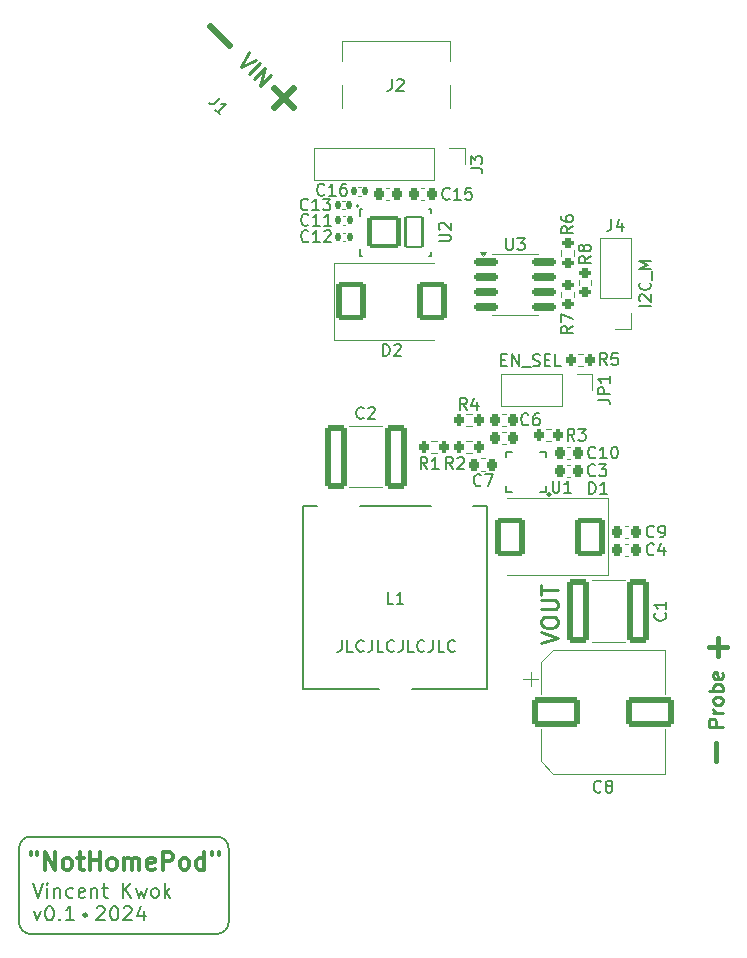
<source format=gto>
G04 #@! TF.GenerationSoftware,KiCad,Pcbnew,8.0.1*
G04 #@! TF.CreationDate,2024-05-09T01:50:05+08:00*
G04 #@! TF.ProjectId,BatteryPod,42617474-6572-4795-906f-642e6b696361,rev?*
G04 #@! TF.SameCoordinates,Original*
G04 #@! TF.FileFunction,Legend,Top*
G04 #@! TF.FilePolarity,Positive*
%FSLAX46Y46*%
G04 Gerber Fmt 4.6, Leading zero omitted, Abs format (unit mm)*
G04 Created by KiCad (PCBNEW 8.0.1) date 2024-05-09 01:50:05*
%MOMM*%
%LPD*%
G01*
G04 APERTURE LIST*
G04 Aperture macros list*
%AMRoundRect*
0 Rectangle with rounded corners*
0 $1 Rounding radius*
0 $2 $3 $4 $5 $6 $7 $8 $9 X,Y pos of 4 corners*
0 Add a 4 corners polygon primitive as box body*
4,1,4,$2,$3,$4,$5,$6,$7,$8,$9,$2,$3,0*
0 Add four circle primitives for the rounded corners*
1,1,$1+$1,$2,$3*
1,1,$1+$1,$4,$5*
1,1,$1+$1,$6,$7*
1,1,$1+$1,$8,$9*
0 Add four rect primitives between the rounded corners*
20,1,$1+$1,$2,$3,$4,$5,0*
20,1,$1+$1,$4,$5,$6,$7,0*
20,1,$1+$1,$6,$7,$8,$9,0*
20,1,$1+$1,$8,$9,$2,$3,0*%
G04 Aperture macros list end*
%ADD10C,0.200000*%
%ADD11C,0.400000*%
%ADD12C,0.240000*%
%ADD13C,0.300000*%
%ADD14C,0.150000*%
%ADD15C,0.280000*%
%ADD16C,0.600000*%
%ADD17C,0.260000*%
%ADD18C,0.120000*%
%ADD19C,0.127000*%
%ADD20C,0.152400*%
%ADD21C,0.220000*%
%ADD22C,0.010000*%
%ADD23R,1.700000X1.700000*%
%ADD24O,1.700000X1.700000*%
%ADD25RoundRect,0.192500X-1.217500X-1.182500X1.217500X-1.182500X1.217500X1.182500X-1.217500X1.182500X0*%
%ADD26RoundRect,0.114100X-0.700900X-1.260900X0.700900X-1.260900X0.700900X1.260900X-0.700900X1.260900X0*%
%ADD27RoundRect,0.225000X-0.225000X-0.250000X0.225000X-0.250000X0.225000X0.250000X-0.225000X0.250000X0*%
%ADD28R,0.812800X0.254000*%
%ADD29R,0.254000X0.812800*%
%ADD30C,0.400000*%
%ADD31R,1.752600X1.752600*%
%ADD32RoundRect,0.200000X0.200000X0.275000X-0.200000X0.275000X-0.200000X-0.275000X0.200000X-0.275000X0*%
%ADD33RoundRect,0.250000X-0.650000X-2.450000X0.650000X-2.450000X0.650000X2.450000X-0.650000X2.450000X0*%
%ADD34RoundRect,0.250002X2.404160X0.000000X0.000000X2.404160X-2.404160X0.000000X0.000000X-2.404160X0*%
%ADD35C,3.900000*%
%ADD36RoundRect,0.200000X0.275000X-0.200000X0.275000X0.200000X-0.275000X0.200000X-0.275000X-0.200000X0*%
%ADD37RoundRect,0.200000X-0.200000X-0.275000X0.200000X-0.275000X0.200000X0.275000X-0.200000X0.275000X0*%
%ADD38RoundRect,0.225000X0.225000X0.250000X-0.225000X0.250000X-0.225000X-0.250000X0.225000X-0.250000X0*%
%ADD39C,0.650000*%
%ADD40R,0.600000X1.240000*%
%ADD41R,0.300000X1.240000*%
%ADD42O,1.000000X2.100000*%
%ADD43O,1.000000X1.800000*%
%ADD44RoundRect,0.250000X-1.000000X1.400000X-1.000000X-1.400000X1.000000X-1.400000X1.000000X1.400000X0*%
%ADD45RoundRect,0.140000X0.140000X0.170000X-0.140000X0.170000X-0.140000X-0.170000X0.140000X-0.170000X0*%
%ADD46RoundRect,0.250000X1.000000X-1.400000X1.000000X1.400000X-1.000000X1.400000X-1.000000X-1.400000X0*%
%ADD47R,3.200000X2.600000*%
%ADD48R,3.200000X2.599990*%
%ADD49R,2.400000X2.600000*%
%ADD50RoundRect,0.150000X-0.825000X-0.150000X0.825000X-0.150000X0.825000X0.150000X-0.825000X0.150000X0*%
%ADD51RoundRect,0.200000X-0.275000X0.200000X-0.275000X-0.200000X0.275000X-0.200000X0.275000X0.200000X0*%
%ADD52RoundRect,0.250000X-1.750000X-1.000000X1.750000X-1.000000X1.750000X1.000000X-1.750000X1.000000X0*%
%ADD53C,2.500000*%
%ADD54C,2.000000*%
G04 APERTURE END LIST*
D10*
X78350000Y-148425000D02*
X78350000Y-142175000D01*
X96100000Y-148425000D02*
G75*
G02*
X95100000Y-149425000I-1000000J0D01*
G01*
X79350000Y-141175000D02*
X95100000Y-141175000D01*
X96100000Y-142175000D02*
X96100000Y-148425000D01*
X95100000Y-149425000D02*
X79350000Y-149425000D01*
X78350000Y-142175000D02*
G75*
G02*
X79350000Y-141175000I1000000J0D01*
G01*
X95100000Y-141175000D02*
G75*
G02*
X96100000Y-142175000I0J-1000000D01*
G01*
X79350000Y-149425000D02*
G75*
G02*
X78350000Y-148425000I0J1000000D01*
G01*
D11*
X137342533Y-134761904D02*
X137342533Y-133238095D01*
D12*
X137942662Y-131885713D02*
X136742662Y-131885713D01*
X136742662Y-131885713D02*
X136742662Y-131428570D01*
X136742662Y-131428570D02*
X136799805Y-131314285D01*
X136799805Y-131314285D02*
X136856948Y-131257142D01*
X136856948Y-131257142D02*
X136971234Y-131199999D01*
X136971234Y-131199999D02*
X137142662Y-131199999D01*
X137142662Y-131199999D02*
X137256948Y-131257142D01*
X137256948Y-131257142D02*
X137314091Y-131314285D01*
X137314091Y-131314285D02*
X137371234Y-131428570D01*
X137371234Y-131428570D02*
X137371234Y-131885713D01*
X137942662Y-130685713D02*
X137142662Y-130685713D01*
X137371234Y-130685713D02*
X137256948Y-130628570D01*
X137256948Y-130628570D02*
X137199805Y-130571428D01*
X137199805Y-130571428D02*
X137142662Y-130457142D01*
X137142662Y-130457142D02*
X137142662Y-130342856D01*
X137942662Y-129771428D02*
X137885520Y-129885713D01*
X137885520Y-129885713D02*
X137828377Y-129942856D01*
X137828377Y-129942856D02*
X137714091Y-129999999D01*
X137714091Y-129999999D02*
X137371234Y-129999999D01*
X137371234Y-129999999D02*
X137256948Y-129942856D01*
X137256948Y-129942856D02*
X137199805Y-129885713D01*
X137199805Y-129885713D02*
X137142662Y-129771428D01*
X137142662Y-129771428D02*
X137142662Y-129599999D01*
X137142662Y-129599999D02*
X137199805Y-129485713D01*
X137199805Y-129485713D02*
X137256948Y-129428571D01*
X137256948Y-129428571D02*
X137371234Y-129371428D01*
X137371234Y-129371428D02*
X137714091Y-129371428D01*
X137714091Y-129371428D02*
X137828377Y-129428571D01*
X137828377Y-129428571D02*
X137885520Y-129485713D01*
X137885520Y-129485713D02*
X137942662Y-129599999D01*
X137942662Y-129599999D02*
X137942662Y-129771428D01*
X137942662Y-128857142D02*
X136742662Y-128857142D01*
X137199805Y-128857142D02*
X137142662Y-128742857D01*
X137142662Y-128742857D02*
X137142662Y-128514285D01*
X137142662Y-128514285D02*
X137199805Y-128399999D01*
X137199805Y-128399999D02*
X137256948Y-128342857D01*
X137256948Y-128342857D02*
X137371234Y-128285714D01*
X137371234Y-128285714D02*
X137714091Y-128285714D01*
X137714091Y-128285714D02*
X137828377Y-128342857D01*
X137828377Y-128342857D02*
X137885520Y-128399999D01*
X137885520Y-128399999D02*
X137942662Y-128514285D01*
X137942662Y-128514285D02*
X137942662Y-128742857D01*
X137942662Y-128742857D02*
X137885520Y-128857142D01*
X137885520Y-127314285D02*
X137942662Y-127428571D01*
X137942662Y-127428571D02*
X137942662Y-127657143D01*
X137942662Y-127657143D02*
X137885520Y-127771428D01*
X137885520Y-127771428D02*
X137771234Y-127828571D01*
X137771234Y-127828571D02*
X137314091Y-127828571D01*
X137314091Y-127828571D02*
X137199805Y-127771428D01*
X137199805Y-127771428D02*
X137142662Y-127657143D01*
X137142662Y-127657143D02*
X137142662Y-127428571D01*
X137142662Y-127428571D02*
X137199805Y-127314285D01*
X137199805Y-127314285D02*
X137314091Y-127257143D01*
X137314091Y-127257143D02*
X137428377Y-127257143D01*
X137428377Y-127257143D02*
X137542662Y-127828571D01*
D11*
X136738095Y-125142533D02*
X138261905Y-125142533D01*
X137500000Y-125904438D02*
X137500000Y-124380628D01*
D13*
X79333082Y-142475828D02*
X79333082Y-142761542D01*
X79904510Y-142475828D02*
X79904510Y-142761542D01*
X80547367Y-143975828D02*
X80547367Y-142475828D01*
X80547367Y-142475828D02*
X81404510Y-143975828D01*
X81404510Y-143975828D02*
X81404510Y-142475828D01*
X82333082Y-143975828D02*
X82190225Y-143904400D01*
X82190225Y-143904400D02*
X82118796Y-143832971D01*
X82118796Y-143832971D02*
X82047368Y-143690114D01*
X82047368Y-143690114D02*
X82047368Y-143261542D01*
X82047368Y-143261542D02*
X82118796Y-143118685D01*
X82118796Y-143118685D02*
X82190225Y-143047257D01*
X82190225Y-143047257D02*
X82333082Y-142975828D01*
X82333082Y-142975828D02*
X82547368Y-142975828D01*
X82547368Y-142975828D02*
X82690225Y-143047257D01*
X82690225Y-143047257D02*
X82761654Y-143118685D01*
X82761654Y-143118685D02*
X82833082Y-143261542D01*
X82833082Y-143261542D02*
X82833082Y-143690114D01*
X82833082Y-143690114D02*
X82761654Y-143832971D01*
X82761654Y-143832971D02*
X82690225Y-143904400D01*
X82690225Y-143904400D02*
X82547368Y-143975828D01*
X82547368Y-143975828D02*
X82333082Y-143975828D01*
X83261654Y-142975828D02*
X83833082Y-142975828D01*
X83475939Y-142475828D02*
X83475939Y-143761542D01*
X83475939Y-143761542D02*
X83547368Y-143904400D01*
X83547368Y-143904400D02*
X83690225Y-143975828D01*
X83690225Y-143975828D02*
X83833082Y-143975828D01*
X84333082Y-143975828D02*
X84333082Y-142475828D01*
X84333082Y-143190114D02*
X85190225Y-143190114D01*
X85190225Y-143975828D02*
X85190225Y-142475828D01*
X86118797Y-143975828D02*
X85975940Y-143904400D01*
X85975940Y-143904400D02*
X85904511Y-143832971D01*
X85904511Y-143832971D02*
X85833083Y-143690114D01*
X85833083Y-143690114D02*
X85833083Y-143261542D01*
X85833083Y-143261542D02*
X85904511Y-143118685D01*
X85904511Y-143118685D02*
X85975940Y-143047257D01*
X85975940Y-143047257D02*
X86118797Y-142975828D01*
X86118797Y-142975828D02*
X86333083Y-142975828D01*
X86333083Y-142975828D02*
X86475940Y-143047257D01*
X86475940Y-143047257D02*
X86547369Y-143118685D01*
X86547369Y-143118685D02*
X86618797Y-143261542D01*
X86618797Y-143261542D02*
X86618797Y-143690114D01*
X86618797Y-143690114D02*
X86547369Y-143832971D01*
X86547369Y-143832971D02*
X86475940Y-143904400D01*
X86475940Y-143904400D02*
X86333083Y-143975828D01*
X86333083Y-143975828D02*
X86118797Y-143975828D01*
X87261654Y-143975828D02*
X87261654Y-142975828D01*
X87261654Y-143118685D02*
X87333083Y-143047257D01*
X87333083Y-143047257D02*
X87475940Y-142975828D01*
X87475940Y-142975828D02*
X87690226Y-142975828D01*
X87690226Y-142975828D02*
X87833083Y-143047257D01*
X87833083Y-143047257D02*
X87904512Y-143190114D01*
X87904512Y-143190114D02*
X87904512Y-143975828D01*
X87904512Y-143190114D02*
X87975940Y-143047257D01*
X87975940Y-143047257D02*
X88118797Y-142975828D01*
X88118797Y-142975828D02*
X88333083Y-142975828D01*
X88333083Y-142975828D02*
X88475940Y-143047257D01*
X88475940Y-143047257D02*
X88547369Y-143190114D01*
X88547369Y-143190114D02*
X88547369Y-143975828D01*
X89833083Y-143904400D02*
X89690226Y-143975828D01*
X89690226Y-143975828D02*
X89404512Y-143975828D01*
X89404512Y-143975828D02*
X89261654Y-143904400D01*
X89261654Y-143904400D02*
X89190226Y-143761542D01*
X89190226Y-143761542D02*
X89190226Y-143190114D01*
X89190226Y-143190114D02*
X89261654Y-143047257D01*
X89261654Y-143047257D02*
X89404512Y-142975828D01*
X89404512Y-142975828D02*
X89690226Y-142975828D01*
X89690226Y-142975828D02*
X89833083Y-143047257D01*
X89833083Y-143047257D02*
X89904512Y-143190114D01*
X89904512Y-143190114D02*
X89904512Y-143332971D01*
X89904512Y-143332971D02*
X89190226Y-143475828D01*
X90547368Y-143975828D02*
X90547368Y-142475828D01*
X90547368Y-142475828D02*
X91118797Y-142475828D01*
X91118797Y-142475828D02*
X91261654Y-142547257D01*
X91261654Y-142547257D02*
X91333083Y-142618685D01*
X91333083Y-142618685D02*
X91404511Y-142761542D01*
X91404511Y-142761542D02*
X91404511Y-142975828D01*
X91404511Y-142975828D02*
X91333083Y-143118685D01*
X91333083Y-143118685D02*
X91261654Y-143190114D01*
X91261654Y-143190114D02*
X91118797Y-143261542D01*
X91118797Y-143261542D02*
X90547368Y-143261542D01*
X92261654Y-143975828D02*
X92118797Y-143904400D01*
X92118797Y-143904400D02*
X92047368Y-143832971D01*
X92047368Y-143832971D02*
X91975940Y-143690114D01*
X91975940Y-143690114D02*
X91975940Y-143261542D01*
X91975940Y-143261542D02*
X92047368Y-143118685D01*
X92047368Y-143118685D02*
X92118797Y-143047257D01*
X92118797Y-143047257D02*
X92261654Y-142975828D01*
X92261654Y-142975828D02*
X92475940Y-142975828D01*
X92475940Y-142975828D02*
X92618797Y-143047257D01*
X92618797Y-143047257D02*
X92690226Y-143118685D01*
X92690226Y-143118685D02*
X92761654Y-143261542D01*
X92761654Y-143261542D02*
X92761654Y-143690114D01*
X92761654Y-143690114D02*
X92690226Y-143832971D01*
X92690226Y-143832971D02*
X92618797Y-143904400D01*
X92618797Y-143904400D02*
X92475940Y-143975828D01*
X92475940Y-143975828D02*
X92261654Y-143975828D01*
X94047369Y-143975828D02*
X94047369Y-142475828D01*
X94047369Y-143904400D02*
X93904511Y-143975828D01*
X93904511Y-143975828D02*
X93618797Y-143975828D01*
X93618797Y-143975828D02*
X93475940Y-143904400D01*
X93475940Y-143904400D02*
X93404511Y-143832971D01*
X93404511Y-143832971D02*
X93333083Y-143690114D01*
X93333083Y-143690114D02*
X93333083Y-143261542D01*
X93333083Y-143261542D02*
X93404511Y-143118685D01*
X93404511Y-143118685D02*
X93475940Y-143047257D01*
X93475940Y-143047257D02*
X93618797Y-142975828D01*
X93618797Y-142975828D02*
X93904511Y-142975828D01*
X93904511Y-142975828D02*
X94047369Y-143047257D01*
X94690226Y-142475828D02*
X94690226Y-142761542D01*
X95261654Y-142475828D02*
X95261654Y-142761542D01*
D14*
X105680951Y-124554819D02*
X105680951Y-125269104D01*
X105680951Y-125269104D02*
X105633332Y-125411961D01*
X105633332Y-125411961D02*
X105538094Y-125507200D01*
X105538094Y-125507200D02*
X105395237Y-125554819D01*
X105395237Y-125554819D02*
X105299999Y-125554819D01*
X106633332Y-125554819D02*
X106157142Y-125554819D01*
X106157142Y-125554819D02*
X106157142Y-124554819D01*
X107538094Y-125459580D02*
X107490475Y-125507200D01*
X107490475Y-125507200D02*
X107347618Y-125554819D01*
X107347618Y-125554819D02*
X107252380Y-125554819D01*
X107252380Y-125554819D02*
X107109523Y-125507200D01*
X107109523Y-125507200D02*
X107014285Y-125411961D01*
X107014285Y-125411961D02*
X106966666Y-125316723D01*
X106966666Y-125316723D02*
X106919047Y-125126247D01*
X106919047Y-125126247D02*
X106919047Y-124983390D01*
X106919047Y-124983390D02*
X106966666Y-124792914D01*
X106966666Y-124792914D02*
X107014285Y-124697676D01*
X107014285Y-124697676D02*
X107109523Y-124602438D01*
X107109523Y-124602438D02*
X107252380Y-124554819D01*
X107252380Y-124554819D02*
X107347618Y-124554819D01*
X107347618Y-124554819D02*
X107490475Y-124602438D01*
X107490475Y-124602438D02*
X107538094Y-124650057D01*
X108252380Y-124554819D02*
X108252380Y-125269104D01*
X108252380Y-125269104D02*
X108204761Y-125411961D01*
X108204761Y-125411961D02*
X108109523Y-125507200D01*
X108109523Y-125507200D02*
X107966666Y-125554819D01*
X107966666Y-125554819D02*
X107871428Y-125554819D01*
X109204761Y-125554819D02*
X108728571Y-125554819D01*
X108728571Y-125554819D02*
X108728571Y-124554819D01*
X110109523Y-125459580D02*
X110061904Y-125507200D01*
X110061904Y-125507200D02*
X109919047Y-125554819D01*
X109919047Y-125554819D02*
X109823809Y-125554819D01*
X109823809Y-125554819D02*
X109680952Y-125507200D01*
X109680952Y-125507200D02*
X109585714Y-125411961D01*
X109585714Y-125411961D02*
X109538095Y-125316723D01*
X109538095Y-125316723D02*
X109490476Y-125126247D01*
X109490476Y-125126247D02*
X109490476Y-124983390D01*
X109490476Y-124983390D02*
X109538095Y-124792914D01*
X109538095Y-124792914D02*
X109585714Y-124697676D01*
X109585714Y-124697676D02*
X109680952Y-124602438D01*
X109680952Y-124602438D02*
X109823809Y-124554819D01*
X109823809Y-124554819D02*
X109919047Y-124554819D01*
X109919047Y-124554819D02*
X110061904Y-124602438D01*
X110061904Y-124602438D02*
X110109523Y-124650057D01*
X110823809Y-124554819D02*
X110823809Y-125269104D01*
X110823809Y-125269104D02*
X110776190Y-125411961D01*
X110776190Y-125411961D02*
X110680952Y-125507200D01*
X110680952Y-125507200D02*
X110538095Y-125554819D01*
X110538095Y-125554819D02*
X110442857Y-125554819D01*
X111776190Y-125554819D02*
X111300000Y-125554819D01*
X111300000Y-125554819D02*
X111300000Y-124554819D01*
X112680952Y-125459580D02*
X112633333Y-125507200D01*
X112633333Y-125507200D02*
X112490476Y-125554819D01*
X112490476Y-125554819D02*
X112395238Y-125554819D01*
X112395238Y-125554819D02*
X112252381Y-125507200D01*
X112252381Y-125507200D02*
X112157143Y-125411961D01*
X112157143Y-125411961D02*
X112109524Y-125316723D01*
X112109524Y-125316723D02*
X112061905Y-125126247D01*
X112061905Y-125126247D02*
X112061905Y-124983390D01*
X112061905Y-124983390D02*
X112109524Y-124792914D01*
X112109524Y-124792914D02*
X112157143Y-124697676D01*
X112157143Y-124697676D02*
X112252381Y-124602438D01*
X112252381Y-124602438D02*
X112395238Y-124554819D01*
X112395238Y-124554819D02*
X112490476Y-124554819D01*
X112490476Y-124554819D02*
X112633333Y-124602438D01*
X112633333Y-124602438D02*
X112680952Y-124650057D01*
X113395238Y-124554819D02*
X113395238Y-125269104D01*
X113395238Y-125269104D02*
X113347619Y-125411961D01*
X113347619Y-125411961D02*
X113252381Y-125507200D01*
X113252381Y-125507200D02*
X113109524Y-125554819D01*
X113109524Y-125554819D02*
X113014286Y-125554819D01*
X114347619Y-125554819D02*
X113871429Y-125554819D01*
X113871429Y-125554819D02*
X113871429Y-124554819D01*
X115252381Y-125459580D02*
X115204762Y-125507200D01*
X115204762Y-125507200D02*
X115061905Y-125554819D01*
X115061905Y-125554819D02*
X114966667Y-125554819D01*
X114966667Y-125554819D02*
X114823810Y-125507200D01*
X114823810Y-125507200D02*
X114728572Y-125411961D01*
X114728572Y-125411961D02*
X114680953Y-125316723D01*
X114680953Y-125316723D02*
X114633334Y-125126247D01*
X114633334Y-125126247D02*
X114633334Y-124983390D01*
X114633334Y-124983390D02*
X114680953Y-124792914D01*
X114680953Y-124792914D02*
X114728572Y-124697676D01*
X114728572Y-124697676D02*
X114823810Y-124602438D01*
X114823810Y-124602438D02*
X114966667Y-124554819D01*
X114966667Y-124554819D02*
X115061905Y-124554819D01*
X115061905Y-124554819D02*
X115204762Y-124602438D01*
X115204762Y-124602438D02*
X115252381Y-124650057D01*
D15*
X122564106Y-124816666D02*
X123964106Y-124350000D01*
X123964106Y-124350000D02*
X122564106Y-123883333D01*
X122564106Y-123150000D02*
X122564106Y-122883333D01*
X122564106Y-122883333D02*
X122630773Y-122750000D01*
X122630773Y-122750000D02*
X122764106Y-122616666D01*
X122764106Y-122616666D02*
X123030773Y-122550000D01*
X123030773Y-122550000D02*
X123497440Y-122550000D01*
X123497440Y-122550000D02*
X123764106Y-122616666D01*
X123764106Y-122616666D02*
X123897440Y-122750000D01*
X123897440Y-122750000D02*
X123964106Y-122883333D01*
X123964106Y-122883333D02*
X123964106Y-123150000D01*
X123964106Y-123150000D02*
X123897440Y-123283333D01*
X123897440Y-123283333D02*
X123764106Y-123416666D01*
X123764106Y-123416666D02*
X123497440Y-123483333D01*
X123497440Y-123483333D02*
X123030773Y-123483333D01*
X123030773Y-123483333D02*
X122764106Y-123416666D01*
X122764106Y-123416666D02*
X122630773Y-123283333D01*
X122630773Y-123283333D02*
X122564106Y-123150000D01*
X122564106Y-121949999D02*
X123697440Y-121949999D01*
X123697440Y-121949999D02*
X123830773Y-121883333D01*
X123830773Y-121883333D02*
X123897440Y-121816666D01*
X123897440Y-121816666D02*
X123964106Y-121683333D01*
X123964106Y-121683333D02*
X123964106Y-121416666D01*
X123964106Y-121416666D02*
X123897440Y-121283333D01*
X123897440Y-121283333D02*
X123830773Y-121216666D01*
X123830773Y-121216666D02*
X123697440Y-121149999D01*
X123697440Y-121149999D02*
X122564106Y-121149999D01*
X122564106Y-120683332D02*
X122564106Y-119883332D01*
X123964106Y-120283332D02*
X122564106Y-120283332D01*
D14*
X79562969Y-145138409D02*
X79962969Y-146338409D01*
X79962969Y-146338409D02*
X80362969Y-145138409D01*
X80762969Y-146338409D02*
X80762969Y-145538409D01*
X80762969Y-145138409D02*
X80705826Y-145195552D01*
X80705826Y-145195552D02*
X80762969Y-145252695D01*
X80762969Y-145252695D02*
X80820112Y-145195552D01*
X80820112Y-145195552D02*
X80762969Y-145138409D01*
X80762969Y-145138409D02*
X80762969Y-145252695D01*
X81334398Y-145538409D02*
X81334398Y-146338409D01*
X81334398Y-145652695D02*
X81391541Y-145595552D01*
X81391541Y-145595552D02*
X81505826Y-145538409D01*
X81505826Y-145538409D02*
X81677255Y-145538409D01*
X81677255Y-145538409D02*
X81791541Y-145595552D01*
X81791541Y-145595552D02*
X81848684Y-145709838D01*
X81848684Y-145709838D02*
X81848684Y-146338409D01*
X82934398Y-146281267D02*
X82820112Y-146338409D01*
X82820112Y-146338409D02*
X82591540Y-146338409D01*
X82591540Y-146338409D02*
X82477255Y-146281267D01*
X82477255Y-146281267D02*
X82420112Y-146224124D01*
X82420112Y-146224124D02*
X82362969Y-146109838D01*
X82362969Y-146109838D02*
X82362969Y-145766981D01*
X82362969Y-145766981D02*
X82420112Y-145652695D01*
X82420112Y-145652695D02*
X82477255Y-145595552D01*
X82477255Y-145595552D02*
X82591540Y-145538409D01*
X82591540Y-145538409D02*
X82820112Y-145538409D01*
X82820112Y-145538409D02*
X82934398Y-145595552D01*
X83905826Y-146281267D02*
X83791540Y-146338409D01*
X83791540Y-146338409D02*
X83562969Y-146338409D01*
X83562969Y-146338409D02*
X83448683Y-146281267D01*
X83448683Y-146281267D02*
X83391540Y-146166981D01*
X83391540Y-146166981D02*
X83391540Y-145709838D01*
X83391540Y-145709838D02*
X83448683Y-145595552D01*
X83448683Y-145595552D02*
X83562969Y-145538409D01*
X83562969Y-145538409D02*
X83791540Y-145538409D01*
X83791540Y-145538409D02*
X83905826Y-145595552D01*
X83905826Y-145595552D02*
X83962969Y-145709838D01*
X83962969Y-145709838D02*
X83962969Y-145824124D01*
X83962969Y-145824124D02*
X83391540Y-145938409D01*
X84477254Y-145538409D02*
X84477254Y-146338409D01*
X84477254Y-145652695D02*
X84534397Y-145595552D01*
X84534397Y-145595552D02*
X84648682Y-145538409D01*
X84648682Y-145538409D02*
X84820111Y-145538409D01*
X84820111Y-145538409D02*
X84934397Y-145595552D01*
X84934397Y-145595552D02*
X84991540Y-145709838D01*
X84991540Y-145709838D02*
X84991540Y-146338409D01*
X85391539Y-145538409D02*
X85848682Y-145538409D01*
X85562968Y-145138409D02*
X85562968Y-146166981D01*
X85562968Y-146166981D02*
X85620111Y-146281267D01*
X85620111Y-146281267D02*
X85734396Y-146338409D01*
X85734396Y-146338409D02*
X85848682Y-146338409D01*
X87162968Y-146338409D02*
X87162968Y-145138409D01*
X87848682Y-146338409D02*
X87334396Y-145652695D01*
X87848682Y-145138409D02*
X87162968Y-145824124D01*
X88248682Y-145538409D02*
X88477254Y-146338409D01*
X88477254Y-146338409D02*
X88705825Y-145766981D01*
X88705825Y-145766981D02*
X88934396Y-146338409D01*
X88934396Y-146338409D02*
X89162968Y-145538409D01*
X89791539Y-146338409D02*
X89677254Y-146281267D01*
X89677254Y-146281267D02*
X89620111Y-146224124D01*
X89620111Y-146224124D02*
X89562968Y-146109838D01*
X89562968Y-146109838D02*
X89562968Y-145766981D01*
X89562968Y-145766981D02*
X89620111Y-145652695D01*
X89620111Y-145652695D02*
X89677254Y-145595552D01*
X89677254Y-145595552D02*
X89791539Y-145538409D01*
X89791539Y-145538409D02*
X89962968Y-145538409D01*
X89962968Y-145538409D02*
X90077254Y-145595552D01*
X90077254Y-145595552D02*
X90134397Y-145652695D01*
X90134397Y-145652695D02*
X90191539Y-145766981D01*
X90191539Y-145766981D02*
X90191539Y-146109838D01*
X90191539Y-146109838D02*
X90134397Y-146224124D01*
X90134397Y-146224124D02*
X90077254Y-146281267D01*
X90077254Y-146281267D02*
X89962968Y-146338409D01*
X89962968Y-146338409D02*
X89791539Y-146338409D01*
X90705825Y-146338409D02*
X90705825Y-145138409D01*
X90820111Y-145881267D02*
X91162968Y-146338409D01*
X91162968Y-145538409D02*
X90705825Y-145995552D01*
X79620112Y-147470342D02*
X79905826Y-148270342D01*
X79905826Y-148270342D02*
X80191541Y-147470342D01*
X80877255Y-147070342D02*
X80991541Y-147070342D01*
X80991541Y-147070342D02*
X81105827Y-147127485D01*
X81105827Y-147127485D02*
X81162970Y-147184628D01*
X81162970Y-147184628D02*
X81220112Y-147298914D01*
X81220112Y-147298914D02*
X81277255Y-147527485D01*
X81277255Y-147527485D02*
X81277255Y-147813200D01*
X81277255Y-147813200D02*
X81220112Y-148041771D01*
X81220112Y-148041771D02*
X81162970Y-148156057D01*
X81162970Y-148156057D02*
X81105827Y-148213200D01*
X81105827Y-148213200D02*
X80991541Y-148270342D01*
X80991541Y-148270342D02*
X80877255Y-148270342D01*
X80877255Y-148270342D02*
X80762970Y-148213200D01*
X80762970Y-148213200D02*
X80705827Y-148156057D01*
X80705827Y-148156057D02*
X80648684Y-148041771D01*
X80648684Y-148041771D02*
X80591541Y-147813200D01*
X80591541Y-147813200D02*
X80591541Y-147527485D01*
X80591541Y-147527485D02*
X80648684Y-147298914D01*
X80648684Y-147298914D02*
X80705827Y-147184628D01*
X80705827Y-147184628D02*
X80762970Y-147127485D01*
X80762970Y-147127485D02*
X80877255Y-147070342D01*
X81791541Y-148156057D02*
X81848684Y-148213200D01*
X81848684Y-148213200D02*
X81791541Y-148270342D01*
X81791541Y-148270342D02*
X81734398Y-148213200D01*
X81734398Y-148213200D02*
X81791541Y-148156057D01*
X81791541Y-148156057D02*
X81791541Y-148270342D01*
X82991541Y-148270342D02*
X82305827Y-148270342D01*
X82648684Y-148270342D02*
X82648684Y-147070342D01*
X82648684Y-147070342D02*
X82534398Y-147241771D01*
X82534398Y-147241771D02*
X82420113Y-147356057D01*
X82420113Y-147356057D02*
X82305827Y-147413200D01*
X83848684Y-147698914D02*
X83848684Y-147927485D01*
X83905827Y-147927485D02*
X83905827Y-147698914D01*
X83962970Y-147641771D02*
X83962970Y-147984628D01*
X84020113Y-147927485D02*
X84020113Y-147698914D01*
X84077255Y-147698914D02*
X84077255Y-147927485D01*
X83848684Y-147870342D02*
X83962970Y-147984628D01*
X83962970Y-147984628D02*
X84077255Y-147870342D01*
X83848684Y-147756057D02*
X83962970Y-147641771D01*
X83962970Y-147641771D02*
X84077255Y-147756057D01*
X83848684Y-147698914D02*
X83962970Y-147641771D01*
X83962970Y-147641771D02*
X84077255Y-147698914D01*
X84077255Y-147698914D02*
X84134398Y-147813200D01*
X84134398Y-147813200D02*
X84077255Y-147927485D01*
X84077255Y-147927485D02*
X83962970Y-147984628D01*
X83962970Y-147984628D02*
X83848684Y-147927485D01*
X83848684Y-147927485D02*
X83791541Y-147813200D01*
X83791541Y-147813200D02*
X83848684Y-147698914D01*
X84934398Y-147184628D02*
X84991541Y-147127485D01*
X84991541Y-147127485D02*
X85105827Y-147070342D01*
X85105827Y-147070342D02*
X85391541Y-147070342D01*
X85391541Y-147070342D02*
X85505827Y-147127485D01*
X85505827Y-147127485D02*
X85562969Y-147184628D01*
X85562969Y-147184628D02*
X85620112Y-147298914D01*
X85620112Y-147298914D02*
X85620112Y-147413200D01*
X85620112Y-147413200D02*
X85562969Y-147584628D01*
X85562969Y-147584628D02*
X84877255Y-148270342D01*
X84877255Y-148270342D02*
X85620112Y-148270342D01*
X86362969Y-147070342D02*
X86477255Y-147070342D01*
X86477255Y-147070342D02*
X86591541Y-147127485D01*
X86591541Y-147127485D02*
X86648684Y-147184628D01*
X86648684Y-147184628D02*
X86705826Y-147298914D01*
X86705826Y-147298914D02*
X86762969Y-147527485D01*
X86762969Y-147527485D02*
X86762969Y-147813200D01*
X86762969Y-147813200D02*
X86705826Y-148041771D01*
X86705826Y-148041771D02*
X86648684Y-148156057D01*
X86648684Y-148156057D02*
X86591541Y-148213200D01*
X86591541Y-148213200D02*
X86477255Y-148270342D01*
X86477255Y-148270342D02*
X86362969Y-148270342D01*
X86362969Y-148270342D02*
X86248684Y-148213200D01*
X86248684Y-148213200D02*
X86191541Y-148156057D01*
X86191541Y-148156057D02*
X86134398Y-148041771D01*
X86134398Y-148041771D02*
X86077255Y-147813200D01*
X86077255Y-147813200D02*
X86077255Y-147527485D01*
X86077255Y-147527485D02*
X86134398Y-147298914D01*
X86134398Y-147298914D02*
X86191541Y-147184628D01*
X86191541Y-147184628D02*
X86248684Y-147127485D01*
X86248684Y-147127485D02*
X86362969Y-147070342D01*
X87220112Y-147184628D02*
X87277255Y-147127485D01*
X87277255Y-147127485D02*
X87391541Y-147070342D01*
X87391541Y-147070342D02*
X87677255Y-147070342D01*
X87677255Y-147070342D02*
X87791541Y-147127485D01*
X87791541Y-147127485D02*
X87848683Y-147184628D01*
X87848683Y-147184628D02*
X87905826Y-147298914D01*
X87905826Y-147298914D02*
X87905826Y-147413200D01*
X87905826Y-147413200D02*
X87848683Y-147584628D01*
X87848683Y-147584628D02*
X87162969Y-148270342D01*
X87162969Y-148270342D02*
X87905826Y-148270342D01*
X88934398Y-147470342D02*
X88934398Y-148270342D01*
X88648683Y-147013200D02*
X88362969Y-147870342D01*
X88362969Y-147870342D02*
X89105826Y-147870342D01*
D16*
X94540698Y-72543057D02*
X96156942Y-74159301D01*
X101592499Y-79445140D02*
X99976255Y-77828896D01*
X101592499Y-77828896D02*
X99976255Y-79445140D01*
D14*
X128516666Y-88904819D02*
X128516666Y-89619104D01*
X128516666Y-89619104D02*
X128469047Y-89761961D01*
X128469047Y-89761961D02*
X128373809Y-89857200D01*
X128373809Y-89857200D02*
X128230952Y-89904819D01*
X128230952Y-89904819D02*
X128135714Y-89904819D01*
X129421428Y-89238152D02*
X129421428Y-89904819D01*
X129183333Y-88857200D02*
X128945238Y-89571485D01*
X128945238Y-89571485D02*
X129564285Y-89571485D01*
X131854819Y-96278570D02*
X130854819Y-96278570D01*
X130950057Y-95849999D02*
X130902438Y-95802380D01*
X130902438Y-95802380D02*
X130854819Y-95707142D01*
X130854819Y-95707142D02*
X130854819Y-95469047D01*
X130854819Y-95469047D02*
X130902438Y-95373809D01*
X130902438Y-95373809D02*
X130950057Y-95326190D01*
X130950057Y-95326190D02*
X131045295Y-95278571D01*
X131045295Y-95278571D02*
X131140533Y-95278571D01*
X131140533Y-95278571D02*
X131283390Y-95326190D01*
X131283390Y-95326190D02*
X131854819Y-95897618D01*
X131854819Y-95897618D02*
X131854819Y-95278571D01*
X131759580Y-94278571D02*
X131807200Y-94326190D01*
X131807200Y-94326190D02*
X131854819Y-94469047D01*
X131854819Y-94469047D02*
X131854819Y-94564285D01*
X131854819Y-94564285D02*
X131807200Y-94707142D01*
X131807200Y-94707142D02*
X131711961Y-94802380D01*
X131711961Y-94802380D02*
X131616723Y-94849999D01*
X131616723Y-94849999D02*
X131426247Y-94897618D01*
X131426247Y-94897618D02*
X131283390Y-94897618D01*
X131283390Y-94897618D02*
X131092914Y-94849999D01*
X131092914Y-94849999D02*
X130997676Y-94802380D01*
X130997676Y-94802380D02*
X130902438Y-94707142D01*
X130902438Y-94707142D02*
X130854819Y-94564285D01*
X130854819Y-94564285D02*
X130854819Y-94469047D01*
X130854819Y-94469047D02*
X130902438Y-94326190D01*
X130902438Y-94326190D02*
X130950057Y-94278571D01*
X131950057Y-94088095D02*
X131950057Y-93326190D01*
X131854819Y-93088094D02*
X130854819Y-93088094D01*
X130854819Y-93088094D02*
X131569104Y-92754761D01*
X131569104Y-92754761D02*
X130854819Y-92421428D01*
X130854819Y-92421428D02*
X131854819Y-92421428D01*
X113896621Y-90793706D02*
X114706144Y-90793706D01*
X114706144Y-90793706D02*
X114801382Y-90746087D01*
X114801382Y-90746087D02*
X114849002Y-90698468D01*
X114849002Y-90698468D02*
X114896621Y-90603230D01*
X114896621Y-90603230D02*
X114896621Y-90412754D01*
X114896621Y-90412754D02*
X114849002Y-90317516D01*
X114849002Y-90317516D02*
X114801382Y-90269897D01*
X114801382Y-90269897D02*
X114706144Y-90222278D01*
X114706144Y-90222278D02*
X113896621Y-90222278D01*
X113991859Y-89793706D02*
X113944240Y-89746087D01*
X113944240Y-89746087D02*
X113896621Y-89650849D01*
X113896621Y-89650849D02*
X113896621Y-89412754D01*
X113896621Y-89412754D02*
X113944240Y-89317516D01*
X113944240Y-89317516D02*
X113991859Y-89269897D01*
X113991859Y-89269897D02*
X114087097Y-89222278D01*
X114087097Y-89222278D02*
X114182335Y-89222278D01*
X114182335Y-89222278D02*
X114325192Y-89269897D01*
X114325192Y-89269897D02*
X114896621Y-89841325D01*
X114896621Y-89841325D02*
X114896621Y-89222278D01*
X114807142Y-87159580D02*
X114759523Y-87207200D01*
X114759523Y-87207200D02*
X114616666Y-87254819D01*
X114616666Y-87254819D02*
X114521428Y-87254819D01*
X114521428Y-87254819D02*
X114378571Y-87207200D01*
X114378571Y-87207200D02*
X114283333Y-87111961D01*
X114283333Y-87111961D02*
X114235714Y-87016723D01*
X114235714Y-87016723D02*
X114188095Y-86826247D01*
X114188095Y-86826247D02*
X114188095Y-86683390D01*
X114188095Y-86683390D02*
X114235714Y-86492914D01*
X114235714Y-86492914D02*
X114283333Y-86397676D01*
X114283333Y-86397676D02*
X114378571Y-86302438D01*
X114378571Y-86302438D02*
X114521428Y-86254819D01*
X114521428Y-86254819D02*
X114616666Y-86254819D01*
X114616666Y-86254819D02*
X114759523Y-86302438D01*
X114759523Y-86302438D02*
X114807142Y-86350057D01*
X115759523Y-87254819D02*
X115188095Y-87254819D01*
X115473809Y-87254819D02*
X115473809Y-86254819D01*
X115473809Y-86254819D02*
X115378571Y-86397676D01*
X115378571Y-86397676D02*
X115283333Y-86492914D01*
X115283333Y-86492914D02*
X115188095Y-86540533D01*
X116664285Y-86254819D02*
X116188095Y-86254819D01*
X116188095Y-86254819D02*
X116140476Y-86731009D01*
X116140476Y-86731009D02*
X116188095Y-86683390D01*
X116188095Y-86683390D02*
X116283333Y-86635771D01*
X116283333Y-86635771D02*
X116521428Y-86635771D01*
X116521428Y-86635771D02*
X116616666Y-86683390D01*
X116616666Y-86683390D02*
X116664285Y-86731009D01*
X116664285Y-86731009D02*
X116711904Y-86826247D01*
X116711904Y-86826247D02*
X116711904Y-87064342D01*
X116711904Y-87064342D02*
X116664285Y-87159580D01*
X116664285Y-87159580D02*
X116616666Y-87207200D01*
X116616666Y-87207200D02*
X116521428Y-87254819D01*
X116521428Y-87254819D02*
X116283333Y-87254819D01*
X116283333Y-87254819D02*
X116188095Y-87207200D01*
X116188095Y-87207200D02*
X116140476Y-87159580D01*
X123538095Y-111054819D02*
X123538095Y-111864342D01*
X123538095Y-111864342D02*
X123585714Y-111959580D01*
X123585714Y-111959580D02*
X123633333Y-112007200D01*
X123633333Y-112007200D02*
X123728571Y-112054819D01*
X123728571Y-112054819D02*
X123919047Y-112054819D01*
X123919047Y-112054819D02*
X124014285Y-112007200D01*
X124014285Y-112007200D02*
X124061904Y-111959580D01*
X124061904Y-111959580D02*
X124109523Y-111864342D01*
X124109523Y-111864342D02*
X124109523Y-111054819D01*
X125109523Y-112054819D02*
X124538095Y-112054819D01*
X124823809Y-112054819D02*
X124823809Y-111054819D01*
X124823809Y-111054819D02*
X124728571Y-111197676D01*
X124728571Y-111197676D02*
X124633333Y-111292914D01*
X124633333Y-111292914D02*
X124538095Y-111340533D01*
X125383333Y-107654819D02*
X125050000Y-107178628D01*
X124811905Y-107654819D02*
X124811905Y-106654819D01*
X124811905Y-106654819D02*
X125192857Y-106654819D01*
X125192857Y-106654819D02*
X125288095Y-106702438D01*
X125288095Y-106702438D02*
X125335714Y-106750057D01*
X125335714Y-106750057D02*
X125383333Y-106845295D01*
X125383333Y-106845295D02*
X125383333Y-106988152D01*
X125383333Y-106988152D02*
X125335714Y-107083390D01*
X125335714Y-107083390D02*
X125288095Y-107131009D01*
X125288095Y-107131009D02*
X125192857Y-107178628D01*
X125192857Y-107178628D02*
X124811905Y-107178628D01*
X125716667Y-106654819D02*
X126335714Y-106654819D01*
X126335714Y-106654819D02*
X126002381Y-107035771D01*
X126002381Y-107035771D02*
X126145238Y-107035771D01*
X126145238Y-107035771D02*
X126240476Y-107083390D01*
X126240476Y-107083390D02*
X126288095Y-107131009D01*
X126288095Y-107131009D02*
X126335714Y-107226247D01*
X126335714Y-107226247D02*
X126335714Y-107464342D01*
X126335714Y-107464342D02*
X126288095Y-107559580D01*
X126288095Y-107559580D02*
X126240476Y-107607200D01*
X126240476Y-107607200D02*
X126145238Y-107654819D01*
X126145238Y-107654819D02*
X125859524Y-107654819D01*
X125859524Y-107654819D02*
X125764286Y-107607200D01*
X125764286Y-107607200D02*
X125716667Y-107559580D01*
X116584819Y-84583333D02*
X117299104Y-84583333D01*
X117299104Y-84583333D02*
X117441961Y-84630952D01*
X117441961Y-84630952D02*
X117537200Y-84726190D01*
X117537200Y-84726190D02*
X117584819Y-84869047D01*
X117584819Y-84869047D02*
X117584819Y-84964285D01*
X116584819Y-84202380D02*
X116584819Y-83583333D01*
X116584819Y-83583333D02*
X116965771Y-83916666D01*
X116965771Y-83916666D02*
X116965771Y-83773809D01*
X116965771Y-83773809D02*
X117013390Y-83678571D01*
X117013390Y-83678571D02*
X117061009Y-83630952D01*
X117061009Y-83630952D02*
X117156247Y-83583333D01*
X117156247Y-83583333D02*
X117394342Y-83583333D01*
X117394342Y-83583333D02*
X117489580Y-83630952D01*
X117489580Y-83630952D02*
X117537200Y-83678571D01*
X117537200Y-83678571D02*
X117584819Y-83773809D01*
X117584819Y-83773809D02*
X117584819Y-84059523D01*
X117584819Y-84059523D02*
X117537200Y-84154761D01*
X117537200Y-84154761D02*
X117489580Y-84202380D01*
X132108333Y-115759580D02*
X132060714Y-115807200D01*
X132060714Y-115807200D02*
X131917857Y-115854819D01*
X131917857Y-115854819D02*
X131822619Y-115854819D01*
X131822619Y-115854819D02*
X131679762Y-115807200D01*
X131679762Y-115807200D02*
X131584524Y-115711961D01*
X131584524Y-115711961D02*
X131536905Y-115616723D01*
X131536905Y-115616723D02*
X131489286Y-115426247D01*
X131489286Y-115426247D02*
X131489286Y-115283390D01*
X131489286Y-115283390D02*
X131536905Y-115092914D01*
X131536905Y-115092914D02*
X131584524Y-114997676D01*
X131584524Y-114997676D02*
X131679762Y-114902438D01*
X131679762Y-114902438D02*
X131822619Y-114854819D01*
X131822619Y-114854819D02*
X131917857Y-114854819D01*
X131917857Y-114854819D02*
X132060714Y-114902438D01*
X132060714Y-114902438D02*
X132108333Y-114950057D01*
X132584524Y-115854819D02*
X132775000Y-115854819D01*
X132775000Y-115854819D02*
X132870238Y-115807200D01*
X132870238Y-115807200D02*
X132917857Y-115759580D01*
X132917857Y-115759580D02*
X133013095Y-115616723D01*
X133013095Y-115616723D02*
X133060714Y-115426247D01*
X133060714Y-115426247D02*
X133060714Y-115045295D01*
X133060714Y-115045295D02*
X133013095Y-114950057D01*
X133013095Y-114950057D02*
X132965476Y-114902438D01*
X132965476Y-114902438D02*
X132870238Y-114854819D01*
X132870238Y-114854819D02*
X132679762Y-114854819D01*
X132679762Y-114854819D02*
X132584524Y-114902438D01*
X132584524Y-114902438D02*
X132536905Y-114950057D01*
X132536905Y-114950057D02*
X132489286Y-115045295D01*
X132489286Y-115045295D02*
X132489286Y-115283390D01*
X132489286Y-115283390D02*
X132536905Y-115378628D01*
X132536905Y-115378628D02*
X132584524Y-115426247D01*
X132584524Y-115426247D02*
X132679762Y-115473866D01*
X132679762Y-115473866D02*
X132870238Y-115473866D01*
X132870238Y-115473866D02*
X132965476Y-115426247D01*
X132965476Y-115426247D02*
X133013095Y-115378628D01*
X133013095Y-115378628D02*
X133060714Y-115283390D01*
X133059580Y-122266666D02*
X133107200Y-122314285D01*
X133107200Y-122314285D02*
X133154819Y-122457142D01*
X133154819Y-122457142D02*
X133154819Y-122552380D01*
X133154819Y-122552380D02*
X133107200Y-122695237D01*
X133107200Y-122695237D02*
X133011961Y-122790475D01*
X133011961Y-122790475D02*
X132916723Y-122838094D01*
X132916723Y-122838094D02*
X132726247Y-122885713D01*
X132726247Y-122885713D02*
X132583390Y-122885713D01*
X132583390Y-122885713D02*
X132392914Y-122838094D01*
X132392914Y-122838094D02*
X132297676Y-122790475D01*
X132297676Y-122790475D02*
X132202438Y-122695237D01*
X132202438Y-122695237D02*
X132154819Y-122552380D01*
X132154819Y-122552380D02*
X132154819Y-122457142D01*
X132154819Y-122457142D02*
X132202438Y-122314285D01*
X132202438Y-122314285D02*
X132250057Y-122266666D01*
X133154819Y-121314285D02*
X133154819Y-121885713D01*
X133154819Y-121599999D02*
X132154819Y-121599999D01*
X132154819Y-121599999D02*
X132297676Y-121695237D01*
X132297676Y-121695237D02*
X132392914Y-121790475D01*
X132392914Y-121790475D02*
X132440533Y-121885713D01*
X95392081Y-78621079D02*
X94887005Y-79126155D01*
X94887005Y-79126155D02*
X94752318Y-79193499D01*
X94752318Y-79193499D02*
X94617631Y-79193499D01*
X94617631Y-79193499D02*
X94482944Y-79126155D01*
X94482944Y-79126155D02*
X94415600Y-79058812D01*
X95392081Y-80035293D02*
X94988020Y-79631232D01*
X95190051Y-79833262D02*
X95897158Y-79126155D01*
X95897158Y-79126155D02*
X95728799Y-79159827D01*
X95728799Y-79159827D02*
X95594112Y-79159827D01*
X95594112Y-79159827D02*
X95493097Y-79126155D01*
D17*
X97796756Y-74789673D02*
X97183930Y-76015324D01*
X97183930Y-76015324D02*
X98409582Y-75402499D01*
X97796756Y-76628150D02*
X98715995Y-75708912D01*
X98234489Y-77065884D02*
X99153728Y-76146645D01*
X99153728Y-76146645D02*
X98759768Y-77591163D01*
X98759768Y-77591163D02*
X99679007Y-76671924D01*
D14*
X125254819Y-89516666D02*
X124778628Y-89849999D01*
X125254819Y-90088094D02*
X124254819Y-90088094D01*
X124254819Y-90088094D02*
X124254819Y-89707142D01*
X124254819Y-89707142D02*
X124302438Y-89611904D01*
X124302438Y-89611904D02*
X124350057Y-89564285D01*
X124350057Y-89564285D02*
X124445295Y-89516666D01*
X124445295Y-89516666D02*
X124588152Y-89516666D01*
X124588152Y-89516666D02*
X124683390Y-89564285D01*
X124683390Y-89564285D02*
X124731009Y-89611904D01*
X124731009Y-89611904D02*
X124778628Y-89707142D01*
X124778628Y-89707142D02*
X124778628Y-90088094D01*
X124254819Y-88659523D02*
X124254819Y-88849999D01*
X124254819Y-88849999D02*
X124302438Y-88945237D01*
X124302438Y-88945237D02*
X124350057Y-88992856D01*
X124350057Y-88992856D02*
X124492914Y-89088094D01*
X124492914Y-89088094D02*
X124683390Y-89135713D01*
X124683390Y-89135713D02*
X125064342Y-89135713D01*
X125064342Y-89135713D02*
X125159580Y-89088094D01*
X125159580Y-89088094D02*
X125207200Y-89040475D01*
X125207200Y-89040475D02*
X125254819Y-88945237D01*
X125254819Y-88945237D02*
X125254819Y-88754761D01*
X125254819Y-88754761D02*
X125207200Y-88659523D01*
X125207200Y-88659523D02*
X125159580Y-88611904D01*
X125159580Y-88611904D02*
X125064342Y-88564285D01*
X125064342Y-88564285D02*
X124826247Y-88564285D01*
X124826247Y-88564285D02*
X124731009Y-88611904D01*
X124731009Y-88611904D02*
X124683390Y-88659523D01*
X124683390Y-88659523D02*
X124635771Y-88754761D01*
X124635771Y-88754761D02*
X124635771Y-88945237D01*
X124635771Y-88945237D02*
X124683390Y-89040475D01*
X124683390Y-89040475D02*
X124731009Y-89088094D01*
X124731009Y-89088094D02*
X124826247Y-89135713D01*
X116283333Y-105054819D02*
X115950000Y-104578628D01*
X115711905Y-105054819D02*
X115711905Y-104054819D01*
X115711905Y-104054819D02*
X116092857Y-104054819D01*
X116092857Y-104054819D02*
X116188095Y-104102438D01*
X116188095Y-104102438D02*
X116235714Y-104150057D01*
X116235714Y-104150057D02*
X116283333Y-104245295D01*
X116283333Y-104245295D02*
X116283333Y-104388152D01*
X116283333Y-104388152D02*
X116235714Y-104483390D01*
X116235714Y-104483390D02*
X116188095Y-104531009D01*
X116188095Y-104531009D02*
X116092857Y-104578628D01*
X116092857Y-104578628D02*
X115711905Y-104578628D01*
X117140476Y-104388152D02*
X117140476Y-105054819D01*
X116902381Y-104007200D02*
X116664286Y-104721485D01*
X116664286Y-104721485D02*
X117283333Y-104721485D01*
X127157142Y-109059580D02*
X127109523Y-109107200D01*
X127109523Y-109107200D02*
X126966666Y-109154819D01*
X126966666Y-109154819D02*
X126871428Y-109154819D01*
X126871428Y-109154819D02*
X126728571Y-109107200D01*
X126728571Y-109107200D02*
X126633333Y-109011961D01*
X126633333Y-109011961D02*
X126585714Y-108916723D01*
X126585714Y-108916723D02*
X126538095Y-108726247D01*
X126538095Y-108726247D02*
X126538095Y-108583390D01*
X126538095Y-108583390D02*
X126585714Y-108392914D01*
X126585714Y-108392914D02*
X126633333Y-108297676D01*
X126633333Y-108297676D02*
X126728571Y-108202438D01*
X126728571Y-108202438D02*
X126871428Y-108154819D01*
X126871428Y-108154819D02*
X126966666Y-108154819D01*
X126966666Y-108154819D02*
X127109523Y-108202438D01*
X127109523Y-108202438D02*
X127157142Y-108250057D01*
X128109523Y-109154819D02*
X127538095Y-109154819D01*
X127823809Y-109154819D02*
X127823809Y-108154819D01*
X127823809Y-108154819D02*
X127728571Y-108297676D01*
X127728571Y-108297676D02*
X127633333Y-108392914D01*
X127633333Y-108392914D02*
X127538095Y-108440533D01*
X128728571Y-108154819D02*
X128823809Y-108154819D01*
X128823809Y-108154819D02*
X128919047Y-108202438D01*
X128919047Y-108202438D02*
X128966666Y-108250057D01*
X128966666Y-108250057D02*
X129014285Y-108345295D01*
X129014285Y-108345295D02*
X129061904Y-108535771D01*
X129061904Y-108535771D02*
X129061904Y-108773866D01*
X129061904Y-108773866D02*
X129014285Y-108964342D01*
X129014285Y-108964342D02*
X128966666Y-109059580D01*
X128966666Y-109059580D02*
X128919047Y-109107200D01*
X128919047Y-109107200D02*
X128823809Y-109154819D01*
X128823809Y-109154819D02*
X128728571Y-109154819D01*
X128728571Y-109154819D02*
X128633333Y-109107200D01*
X128633333Y-109107200D02*
X128585714Y-109059580D01*
X128585714Y-109059580D02*
X128538095Y-108964342D01*
X128538095Y-108964342D02*
X128490476Y-108773866D01*
X128490476Y-108773866D02*
X128490476Y-108535771D01*
X128490476Y-108535771D02*
X128538095Y-108345295D01*
X128538095Y-108345295D02*
X128585714Y-108250057D01*
X128585714Y-108250057D02*
X128633333Y-108202438D01*
X128633333Y-108202438D02*
X128728571Y-108154819D01*
X112933333Y-110054819D02*
X112600000Y-109578628D01*
X112361905Y-110054819D02*
X112361905Y-109054819D01*
X112361905Y-109054819D02*
X112742857Y-109054819D01*
X112742857Y-109054819D02*
X112838095Y-109102438D01*
X112838095Y-109102438D02*
X112885714Y-109150057D01*
X112885714Y-109150057D02*
X112933333Y-109245295D01*
X112933333Y-109245295D02*
X112933333Y-109388152D01*
X112933333Y-109388152D02*
X112885714Y-109483390D01*
X112885714Y-109483390D02*
X112838095Y-109531009D01*
X112838095Y-109531009D02*
X112742857Y-109578628D01*
X112742857Y-109578628D02*
X112361905Y-109578628D01*
X113885714Y-110054819D02*
X113314286Y-110054819D01*
X113600000Y-110054819D02*
X113600000Y-109054819D01*
X113600000Y-109054819D02*
X113504762Y-109197676D01*
X113504762Y-109197676D02*
X113409524Y-109292914D01*
X113409524Y-109292914D02*
X113314286Y-109340533D01*
X109916666Y-77054819D02*
X109916666Y-77769104D01*
X109916666Y-77769104D02*
X109869047Y-77911961D01*
X109869047Y-77911961D02*
X109773809Y-78007200D01*
X109773809Y-78007200D02*
X109630952Y-78054819D01*
X109630952Y-78054819D02*
X109535714Y-78054819D01*
X110345238Y-77150057D02*
X110392857Y-77102438D01*
X110392857Y-77102438D02*
X110488095Y-77054819D01*
X110488095Y-77054819D02*
X110726190Y-77054819D01*
X110726190Y-77054819D02*
X110821428Y-77102438D01*
X110821428Y-77102438D02*
X110869047Y-77150057D01*
X110869047Y-77150057D02*
X110916666Y-77245295D01*
X110916666Y-77245295D02*
X110916666Y-77340533D01*
X110916666Y-77340533D02*
X110869047Y-77483390D01*
X110869047Y-77483390D02*
X110297619Y-78054819D01*
X110297619Y-78054819D02*
X110916666Y-78054819D01*
X126611905Y-112154819D02*
X126611905Y-111154819D01*
X126611905Y-111154819D02*
X126850000Y-111154819D01*
X126850000Y-111154819D02*
X126992857Y-111202438D01*
X126992857Y-111202438D02*
X127088095Y-111297676D01*
X127088095Y-111297676D02*
X127135714Y-111392914D01*
X127135714Y-111392914D02*
X127183333Y-111583390D01*
X127183333Y-111583390D02*
X127183333Y-111726247D01*
X127183333Y-111726247D02*
X127135714Y-111916723D01*
X127135714Y-111916723D02*
X127088095Y-112011961D01*
X127088095Y-112011961D02*
X126992857Y-112107200D01*
X126992857Y-112107200D02*
X126850000Y-112154819D01*
X126850000Y-112154819D02*
X126611905Y-112154819D01*
X128135714Y-112154819D02*
X127564286Y-112154819D01*
X127850000Y-112154819D02*
X127850000Y-111154819D01*
X127850000Y-111154819D02*
X127754762Y-111297676D01*
X127754762Y-111297676D02*
X127659524Y-111392914D01*
X127659524Y-111392914D02*
X127564286Y-111440533D01*
X107533333Y-105709580D02*
X107485714Y-105757200D01*
X107485714Y-105757200D02*
X107342857Y-105804819D01*
X107342857Y-105804819D02*
X107247619Y-105804819D01*
X107247619Y-105804819D02*
X107104762Y-105757200D01*
X107104762Y-105757200D02*
X107009524Y-105661961D01*
X107009524Y-105661961D02*
X106961905Y-105566723D01*
X106961905Y-105566723D02*
X106914286Y-105376247D01*
X106914286Y-105376247D02*
X106914286Y-105233390D01*
X106914286Y-105233390D02*
X106961905Y-105042914D01*
X106961905Y-105042914D02*
X107009524Y-104947676D01*
X107009524Y-104947676D02*
X107104762Y-104852438D01*
X107104762Y-104852438D02*
X107247619Y-104804819D01*
X107247619Y-104804819D02*
X107342857Y-104804819D01*
X107342857Y-104804819D02*
X107485714Y-104852438D01*
X107485714Y-104852438D02*
X107533333Y-104900057D01*
X107914286Y-104900057D02*
X107961905Y-104852438D01*
X107961905Y-104852438D02*
X108057143Y-104804819D01*
X108057143Y-104804819D02*
X108295238Y-104804819D01*
X108295238Y-104804819D02*
X108390476Y-104852438D01*
X108390476Y-104852438D02*
X108438095Y-104900057D01*
X108438095Y-104900057D02*
X108485714Y-104995295D01*
X108485714Y-104995295D02*
X108485714Y-105090533D01*
X108485714Y-105090533D02*
X108438095Y-105233390D01*
X108438095Y-105233390D02*
X107866667Y-105804819D01*
X107866667Y-105804819D02*
X108485714Y-105804819D01*
X128133333Y-101254819D02*
X127800000Y-100778628D01*
X127561905Y-101254819D02*
X127561905Y-100254819D01*
X127561905Y-100254819D02*
X127942857Y-100254819D01*
X127942857Y-100254819D02*
X128038095Y-100302438D01*
X128038095Y-100302438D02*
X128085714Y-100350057D01*
X128085714Y-100350057D02*
X128133333Y-100445295D01*
X128133333Y-100445295D02*
X128133333Y-100588152D01*
X128133333Y-100588152D02*
X128085714Y-100683390D01*
X128085714Y-100683390D02*
X128038095Y-100731009D01*
X128038095Y-100731009D02*
X127942857Y-100778628D01*
X127942857Y-100778628D02*
X127561905Y-100778628D01*
X129038095Y-100254819D02*
X128561905Y-100254819D01*
X128561905Y-100254819D02*
X128514286Y-100731009D01*
X128514286Y-100731009D02*
X128561905Y-100683390D01*
X128561905Y-100683390D02*
X128657143Y-100635771D01*
X128657143Y-100635771D02*
X128895238Y-100635771D01*
X128895238Y-100635771D02*
X128990476Y-100683390D01*
X128990476Y-100683390D02*
X129038095Y-100731009D01*
X129038095Y-100731009D02*
X129085714Y-100826247D01*
X129085714Y-100826247D02*
X129085714Y-101064342D01*
X129085714Y-101064342D02*
X129038095Y-101159580D01*
X129038095Y-101159580D02*
X128990476Y-101207200D01*
X128990476Y-101207200D02*
X128895238Y-101254819D01*
X128895238Y-101254819D02*
X128657143Y-101254819D01*
X128657143Y-101254819D02*
X128561905Y-101207200D01*
X128561905Y-101207200D02*
X128514286Y-101159580D01*
X115083333Y-110054819D02*
X114750000Y-109578628D01*
X114511905Y-110054819D02*
X114511905Y-109054819D01*
X114511905Y-109054819D02*
X114892857Y-109054819D01*
X114892857Y-109054819D02*
X114988095Y-109102438D01*
X114988095Y-109102438D02*
X115035714Y-109150057D01*
X115035714Y-109150057D02*
X115083333Y-109245295D01*
X115083333Y-109245295D02*
X115083333Y-109388152D01*
X115083333Y-109388152D02*
X115035714Y-109483390D01*
X115035714Y-109483390D02*
X114988095Y-109531009D01*
X114988095Y-109531009D02*
X114892857Y-109578628D01*
X114892857Y-109578628D02*
X114511905Y-109578628D01*
X115464286Y-109150057D02*
X115511905Y-109102438D01*
X115511905Y-109102438D02*
X115607143Y-109054819D01*
X115607143Y-109054819D02*
X115845238Y-109054819D01*
X115845238Y-109054819D02*
X115940476Y-109102438D01*
X115940476Y-109102438D02*
X115988095Y-109150057D01*
X115988095Y-109150057D02*
X116035714Y-109245295D01*
X116035714Y-109245295D02*
X116035714Y-109340533D01*
X116035714Y-109340533D02*
X115988095Y-109483390D01*
X115988095Y-109483390D02*
X115416667Y-110054819D01*
X115416667Y-110054819D02*
X116035714Y-110054819D01*
X102860340Y-90752778D02*
X102812721Y-90800398D01*
X102812721Y-90800398D02*
X102669864Y-90848017D01*
X102669864Y-90848017D02*
X102574626Y-90848017D01*
X102574626Y-90848017D02*
X102431769Y-90800398D01*
X102431769Y-90800398D02*
X102336531Y-90705159D01*
X102336531Y-90705159D02*
X102288912Y-90609921D01*
X102288912Y-90609921D02*
X102241293Y-90419445D01*
X102241293Y-90419445D02*
X102241293Y-90276588D01*
X102241293Y-90276588D02*
X102288912Y-90086112D01*
X102288912Y-90086112D02*
X102336531Y-89990874D01*
X102336531Y-89990874D02*
X102431769Y-89895636D01*
X102431769Y-89895636D02*
X102574626Y-89848017D01*
X102574626Y-89848017D02*
X102669864Y-89848017D01*
X102669864Y-89848017D02*
X102812721Y-89895636D01*
X102812721Y-89895636D02*
X102860340Y-89943255D01*
X103812721Y-90848017D02*
X103241293Y-90848017D01*
X103527007Y-90848017D02*
X103527007Y-89848017D01*
X103527007Y-89848017D02*
X103431769Y-89990874D01*
X103431769Y-89990874D02*
X103336531Y-90086112D01*
X103336531Y-90086112D02*
X103241293Y-90133731D01*
X104193674Y-89943255D02*
X104241293Y-89895636D01*
X104241293Y-89895636D02*
X104336531Y-89848017D01*
X104336531Y-89848017D02*
X104574626Y-89848017D01*
X104574626Y-89848017D02*
X104669864Y-89895636D01*
X104669864Y-89895636D02*
X104717483Y-89943255D01*
X104717483Y-89943255D02*
X104765102Y-90038493D01*
X104765102Y-90038493D02*
X104765102Y-90133731D01*
X104765102Y-90133731D02*
X104717483Y-90276588D01*
X104717483Y-90276588D02*
X104146055Y-90848017D01*
X104146055Y-90848017D02*
X104765102Y-90848017D01*
X109161905Y-100479819D02*
X109161905Y-99479819D01*
X109161905Y-99479819D02*
X109400000Y-99479819D01*
X109400000Y-99479819D02*
X109542857Y-99527438D01*
X109542857Y-99527438D02*
X109638095Y-99622676D01*
X109638095Y-99622676D02*
X109685714Y-99717914D01*
X109685714Y-99717914D02*
X109733333Y-99908390D01*
X109733333Y-99908390D02*
X109733333Y-100051247D01*
X109733333Y-100051247D02*
X109685714Y-100241723D01*
X109685714Y-100241723D02*
X109638095Y-100336961D01*
X109638095Y-100336961D02*
X109542857Y-100432200D01*
X109542857Y-100432200D02*
X109400000Y-100479819D01*
X109400000Y-100479819D02*
X109161905Y-100479819D01*
X110114286Y-99575057D02*
X110161905Y-99527438D01*
X110161905Y-99527438D02*
X110257143Y-99479819D01*
X110257143Y-99479819D02*
X110495238Y-99479819D01*
X110495238Y-99479819D02*
X110590476Y-99527438D01*
X110590476Y-99527438D02*
X110638095Y-99575057D01*
X110638095Y-99575057D02*
X110685714Y-99670295D01*
X110685714Y-99670295D02*
X110685714Y-99765533D01*
X110685714Y-99765533D02*
X110638095Y-99908390D01*
X110638095Y-99908390D02*
X110066667Y-100479819D01*
X110066667Y-100479819D02*
X110685714Y-100479819D01*
X104207142Y-86809580D02*
X104159523Y-86857200D01*
X104159523Y-86857200D02*
X104016666Y-86904819D01*
X104016666Y-86904819D02*
X103921428Y-86904819D01*
X103921428Y-86904819D02*
X103778571Y-86857200D01*
X103778571Y-86857200D02*
X103683333Y-86761961D01*
X103683333Y-86761961D02*
X103635714Y-86666723D01*
X103635714Y-86666723D02*
X103588095Y-86476247D01*
X103588095Y-86476247D02*
X103588095Y-86333390D01*
X103588095Y-86333390D02*
X103635714Y-86142914D01*
X103635714Y-86142914D02*
X103683333Y-86047676D01*
X103683333Y-86047676D02*
X103778571Y-85952438D01*
X103778571Y-85952438D02*
X103921428Y-85904819D01*
X103921428Y-85904819D02*
X104016666Y-85904819D01*
X104016666Y-85904819D02*
X104159523Y-85952438D01*
X104159523Y-85952438D02*
X104207142Y-86000057D01*
X105159523Y-86904819D02*
X104588095Y-86904819D01*
X104873809Y-86904819D02*
X104873809Y-85904819D01*
X104873809Y-85904819D02*
X104778571Y-86047676D01*
X104778571Y-86047676D02*
X104683333Y-86142914D01*
X104683333Y-86142914D02*
X104588095Y-86190533D01*
X106016666Y-85904819D02*
X105826190Y-85904819D01*
X105826190Y-85904819D02*
X105730952Y-85952438D01*
X105730952Y-85952438D02*
X105683333Y-86000057D01*
X105683333Y-86000057D02*
X105588095Y-86142914D01*
X105588095Y-86142914D02*
X105540476Y-86333390D01*
X105540476Y-86333390D02*
X105540476Y-86714342D01*
X105540476Y-86714342D02*
X105588095Y-86809580D01*
X105588095Y-86809580D02*
X105635714Y-86857200D01*
X105635714Y-86857200D02*
X105730952Y-86904819D01*
X105730952Y-86904819D02*
X105921428Y-86904819D01*
X105921428Y-86904819D02*
X106016666Y-86857200D01*
X106016666Y-86857200D02*
X106064285Y-86809580D01*
X106064285Y-86809580D02*
X106111904Y-86714342D01*
X106111904Y-86714342D02*
X106111904Y-86476247D01*
X106111904Y-86476247D02*
X106064285Y-86381009D01*
X106064285Y-86381009D02*
X106016666Y-86333390D01*
X106016666Y-86333390D02*
X105921428Y-86285771D01*
X105921428Y-86285771D02*
X105730952Y-86285771D01*
X105730952Y-86285771D02*
X105635714Y-86333390D01*
X105635714Y-86333390D02*
X105588095Y-86381009D01*
X105588095Y-86381009D02*
X105540476Y-86476247D01*
X110033333Y-121454819D02*
X109557143Y-121454819D01*
X109557143Y-121454819D02*
X109557143Y-120454819D01*
X110890476Y-121454819D02*
X110319048Y-121454819D01*
X110604762Y-121454819D02*
X110604762Y-120454819D01*
X110604762Y-120454819D02*
X110509524Y-120597676D01*
X110509524Y-120597676D02*
X110414286Y-120692914D01*
X110414286Y-120692914D02*
X110319048Y-120740533D01*
X121483333Y-106259580D02*
X121435714Y-106307200D01*
X121435714Y-106307200D02*
X121292857Y-106354819D01*
X121292857Y-106354819D02*
X121197619Y-106354819D01*
X121197619Y-106354819D02*
X121054762Y-106307200D01*
X121054762Y-106307200D02*
X120959524Y-106211961D01*
X120959524Y-106211961D02*
X120911905Y-106116723D01*
X120911905Y-106116723D02*
X120864286Y-105926247D01*
X120864286Y-105926247D02*
X120864286Y-105783390D01*
X120864286Y-105783390D02*
X120911905Y-105592914D01*
X120911905Y-105592914D02*
X120959524Y-105497676D01*
X120959524Y-105497676D02*
X121054762Y-105402438D01*
X121054762Y-105402438D02*
X121197619Y-105354819D01*
X121197619Y-105354819D02*
X121292857Y-105354819D01*
X121292857Y-105354819D02*
X121435714Y-105402438D01*
X121435714Y-105402438D02*
X121483333Y-105450057D01*
X122340476Y-105354819D02*
X122150000Y-105354819D01*
X122150000Y-105354819D02*
X122054762Y-105402438D01*
X122054762Y-105402438D02*
X122007143Y-105450057D01*
X122007143Y-105450057D02*
X121911905Y-105592914D01*
X121911905Y-105592914D02*
X121864286Y-105783390D01*
X121864286Y-105783390D02*
X121864286Y-106164342D01*
X121864286Y-106164342D02*
X121911905Y-106259580D01*
X121911905Y-106259580D02*
X121959524Y-106307200D01*
X121959524Y-106307200D02*
X122054762Y-106354819D01*
X122054762Y-106354819D02*
X122245238Y-106354819D01*
X122245238Y-106354819D02*
X122340476Y-106307200D01*
X122340476Y-106307200D02*
X122388095Y-106259580D01*
X122388095Y-106259580D02*
X122435714Y-106164342D01*
X122435714Y-106164342D02*
X122435714Y-105926247D01*
X122435714Y-105926247D02*
X122388095Y-105831009D01*
X122388095Y-105831009D02*
X122340476Y-105783390D01*
X122340476Y-105783390D02*
X122245238Y-105735771D01*
X122245238Y-105735771D02*
X122054762Y-105735771D01*
X122054762Y-105735771D02*
X121959524Y-105783390D01*
X121959524Y-105783390D02*
X121911905Y-105831009D01*
X121911905Y-105831009D02*
X121864286Y-105926247D01*
X102857142Y-89359580D02*
X102809523Y-89407200D01*
X102809523Y-89407200D02*
X102666666Y-89454819D01*
X102666666Y-89454819D02*
X102571428Y-89454819D01*
X102571428Y-89454819D02*
X102428571Y-89407200D01*
X102428571Y-89407200D02*
X102333333Y-89311961D01*
X102333333Y-89311961D02*
X102285714Y-89216723D01*
X102285714Y-89216723D02*
X102238095Y-89026247D01*
X102238095Y-89026247D02*
X102238095Y-88883390D01*
X102238095Y-88883390D02*
X102285714Y-88692914D01*
X102285714Y-88692914D02*
X102333333Y-88597676D01*
X102333333Y-88597676D02*
X102428571Y-88502438D01*
X102428571Y-88502438D02*
X102571428Y-88454819D01*
X102571428Y-88454819D02*
X102666666Y-88454819D01*
X102666666Y-88454819D02*
X102809523Y-88502438D01*
X102809523Y-88502438D02*
X102857142Y-88550057D01*
X103809523Y-89454819D02*
X103238095Y-89454819D01*
X103523809Y-89454819D02*
X103523809Y-88454819D01*
X103523809Y-88454819D02*
X103428571Y-88597676D01*
X103428571Y-88597676D02*
X103333333Y-88692914D01*
X103333333Y-88692914D02*
X103238095Y-88740533D01*
X104761904Y-89454819D02*
X104190476Y-89454819D01*
X104476190Y-89454819D02*
X104476190Y-88454819D01*
X104476190Y-88454819D02*
X104380952Y-88597676D01*
X104380952Y-88597676D02*
X104285714Y-88692914D01*
X104285714Y-88692914D02*
X104190476Y-88740533D01*
X132108333Y-117259580D02*
X132060714Y-117307200D01*
X132060714Y-117307200D02*
X131917857Y-117354819D01*
X131917857Y-117354819D02*
X131822619Y-117354819D01*
X131822619Y-117354819D02*
X131679762Y-117307200D01*
X131679762Y-117307200D02*
X131584524Y-117211961D01*
X131584524Y-117211961D02*
X131536905Y-117116723D01*
X131536905Y-117116723D02*
X131489286Y-116926247D01*
X131489286Y-116926247D02*
X131489286Y-116783390D01*
X131489286Y-116783390D02*
X131536905Y-116592914D01*
X131536905Y-116592914D02*
X131584524Y-116497676D01*
X131584524Y-116497676D02*
X131679762Y-116402438D01*
X131679762Y-116402438D02*
X131822619Y-116354819D01*
X131822619Y-116354819D02*
X131917857Y-116354819D01*
X131917857Y-116354819D02*
X132060714Y-116402438D01*
X132060714Y-116402438D02*
X132108333Y-116450057D01*
X132965476Y-116688152D02*
X132965476Y-117354819D01*
X132727381Y-116307200D02*
X132489286Y-117021485D01*
X132489286Y-117021485D02*
X133108333Y-117021485D01*
X119588095Y-90504819D02*
X119588095Y-91314342D01*
X119588095Y-91314342D02*
X119635714Y-91409580D01*
X119635714Y-91409580D02*
X119683333Y-91457200D01*
X119683333Y-91457200D02*
X119778571Y-91504819D01*
X119778571Y-91504819D02*
X119969047Y-91504819D01*
X119969047Y-91504819D02*
X120064285Y-91457200D01*
X120064285Y-91457200D02*
X120111904Y-91409580D01*
X120111904Y-91409580D02*
X120159523Y-91314342D01*
X120159523Y-91314342D02*
X120159523Y-90504819D01*
X120540476Y-90504819D02*
X121159523Y-90504819D01*
X121159523Y-90504819D02*
X120826190Y-90885771D01*
X120826190Y-90885771D02*
X120969047Y-90885771D01*
X120969047Y-90885771D02*
X121064285Y-90933390D01*
X121064285Y-90933390D02*
X121111904Y-90981009D01*
X121111904Y-90981009D02*
X121159523Y-91076247D01*
X121159523Y-91076247D02*
X121159523Y-91314342D01*
X121159523Y-91314342D02*
X121111904Y-91409580D01*
X121111904Y-91409580D02*
X121064285Y-91457200D01*
X121064285Y-91457200D02*
X120969047Y-91504819D01*
X120969047Y-91504819D02*
X120683333Y-91504819D01*
X120683333Y-91504819D02*
X120588095Y-91457200D01*
X120588095Y-91457200D02*
X120540476Y-91409580D01*
X127133333Y-110559580D02*
X127085714Y-110607200D01*
X127085714Y-110607200D02*
X126942857Y-110654819D01*
X126942857Y-110654819D02*
X126847619Y-110654819D01*
X126847619Y-110654819D02*
X126704762Y-110607200D01*
X126704762Y-110607200D02*
X126609524Y-110511961D01*
X126609524Y-110511961D02*
X126561905Y-110416723D01*
X126561905Y-110416723D02*
X126514286Y-110226247D01*
X126514286Y-110226247D02*
X126514286Y-110083390D01*
X126514286Y-110083390D02*
X126561905Y-109892914D01*
X126561905Y-109892914D02*
X126609524Y-109797676D01*
X126609524Y-109797676D02*
X126704762Y-109702438D01*
X126704762Y-109702438D02*
X126847619Y-109654819D01*
X126847619Y-109654819D02*
X126942857Y-109654819D01*
X126942857Y-109654819D02*
X127085714Y-109702438D01*
X127085714Y-109702438D02*
X127133333Y-109750057D01*
X127466667Y-109654819D02*
X128085714Y-109654819D01*
X128085714Y-109654819D02*
X127752381Y-110035771D01*
X127752381Y-110035771D02*
X127895238Y-110035771D01*
X127895238Y-110035771D02*
X127990476Y-110083390D01*
X127990476Y-110083390D02*
X128038095Y-110131009D01*
X128038095Y-110131009D02*
X128085714Y-110226247D01*
X128085714Y-110226247D02*
X128085714Y-110464342D01*
X128085714Y-110464342D02*
X128038095Y-110559580D01*
X128038095Y-110559580D02*
X127990476Y-110607200D01*
X127990476Y-110607200D02*
X127895238Y-110654819D01*
X127895238Y-110654819D02*
X127609524Y-110654819D01*
X127609524Y-110654819D02*
X127514286Y-110607200D01*
X127514286Y-110607200D02*
X127466667Y-110559580D01*
X125254819Y-97966666D02*
X124778628Y-98299999D01*
X125254819Y-98538094D02*
X124254819Y-98538094D01*
X124254819Y-98538094D02*
X124254819Y-98157142D01*
X124254819Y-98157142D02*
X124302438Y-98061904D01*
X124302438Y-98061904D02*
X124350057Y-98014285D01*
X124350057Y-98014285D02*
X124445295Y-97966666D01*
X124445295Y-97966666D02*
X124588152Y-97966666D01*
X124588152Y-97966666D02*
X124683390Y-98014285D01*
X124683390Y-98014285D02*
X124731009Y-98061904D01*
X124731009Y-98061904D02*
X124778628Y-98157142D01*
X124778628Y-98157142D02*
X124778628Y-98538094D01*
X124254819Y-97633332D02*
X124254819Y-96966666D01*
X124254819Y-96966666D02*
X125254819Y-97395237D01*
X126754819Y-92016666D02*
X126278628Y-92349999D01*
X126754819Y-92588094D02*
X125754819Y-92588094D01*
X125754819Y-92588094D02*
X125754819Y-92207142D01*
X125754819Y-92207142D02*
X125802438Y-92111904D01*
X125802438Y-92111904D02*
X125850057Y-92064285D01*
X125850057Y-92064285D02*
X125945295Y-92016666D01*
X125945295Y-92016666D02*
X126088152Y-92016666D01*
X126088152Y-92016666D02*
X126183390Y-92064285D01*
X126183390Y-92064285D02*
X126231009Y-92111904D01*
X126231009Y-92111904D02*
X126278628Y-92207142D01*
X126278628Y-92207142D02*
X126278628Y-92588094D01*
X126183390Y-91445237D02*
X126135771Y-91540475D01*
X126135771Y-91540475D02*
X126088152Y-91588094D01*
X126088152Y-91588094D02*
X125992914Y-91635713D01*
X125992914Y-91635713D02*
X125945295Y-91635713D01*
X125945295Y-91635713D02*
X125850057Y-91588094D01*
X125850057Y-91588094D02*
X125802438Y-91540475D01*
X125802438Y-91540475D02*
X125754819Y-91445237D01*
X125754819Y-91445237D02*
X125754819Y-91254761D01*
X125754819Y-91254761D02*
X125802438Y-91159523D01*
X125802438Y-91159523D02*
X125850057Y-91111904D01*
X125850057Y-91111904D02*
X125945295Y-91064285D01*
X125945295Y-91064285D02*
X125992914Y-91064285D01*
X125992914Y-91064285D02*
X126088152Y-91111904D01*
X126088152Y-91111904D02*
X126135771Y-91159523D01*
X126135771Y-91159523D02*
X126183390Y-91254761D01*
X126183390Y-91254761D02*
X126183390Y-91445237D01*
X126183390Y-91445237D02*
X126231009Y-91540475D01*
X126231009Y-91540475D02*
X126278628Y-91588094D01*
X126278628Y-91588094D02*
X126373866Y-91635713D01*
X126373866Y-91635713D02*
X126564342Y-91635713D01*
X126564342Y-91635713D02*
X126659580Y-91588094D01*
X126659580Y-91588094D02*
X126707200Y-91540475D01*
X126707200Y-91540475D02*
X126754819Y-91445237D01*
X126754819Y-91445237D02*
X126754819Y-91254761D01*
X126754819Y-91254761D02*
X126707200Y-91159523D01*
X126707200Y-91159523D02*
X126659580Y-91111904D01*
X126659580Y-91111904D02*
X126564342Y-91064285D01*
X126564342Y-91064285D02*
X126373866Y-91064285D01*
X126373866Y-91064285D02*
X126278628Y-91111904D01*
X126278628Y-91111904D02*
X126231009Y-91159523D01*
X126231009Y-91159523D02*
X126183390Y-91254761D01*
X127359819Y-104183333D02*
X128074104Y-104183333D01*
X128074104Y-104183333D02*
X128216961Y-104230952D01*
X128216961Y-104230952D02*
X128312200Y-104326190D01*
X128312200Y-104326190D02*
X128359819Y-104469047D01*
X128359819Y-104469047D02*
X128359819Y-104564285D01*
X128359819Y-103707142D02*
X127359819Y-103707142D01*
X127359819Y-103707142D02*
X127359819Y-103326190D01*
X127359819Y-103326190D02*
X127407438Y-103230952D01*
X127407438Y-103230952D02*
X127455057Y-103183333D01*
X127455057Y-103183333D02*
X127550295Y-103135714D01*
X127550295Y-103135714D02*
X127693152Y-103135714D01*
X127693152Y-103135714D02*
X127788390Y-103183333D01*
X127788390Y-103183333D02*
X127836009Y-103230952D01*
X127836009Y-103230952D02*
X127883628Y-103326190D01*
X127883628Y-103326190D02*
X127883628Y-103707142D01*
X128359819Y-102183333D02*
X128359819Y-102754761D01*
X128359819Y-102469047D02*
X127359819Y-102469047D01*
X127359819Y-102469047D02*
X127502676Y-102564285D01*
X127502676Y-102564285D02*
X127597914Y-102659523D01*
X127597914Y-102659523D02*
X127645533Y-102754761D01*
X119197619Y-100831009D02*
X119530952Y-100831009D01*
X119673809Y-101354819D02*
X119197619Y-101354819D01*
X119197619Y-101354819D02*
X119197619Y-100354819D01*
X119197619Y-100354819D02*
X119673809Y-100354819D01*
X120102381Y-101354819D02*
X120102381Y-100354819D01*
X120102381Y-100354819D02*
X120673809Y-101354819D01*
X120673809Y-101354819D02*
X120673809Y-100354819D01*
X120911905Y-101450057D02*
X121673809Y-101450057D01*
X121864286Y-101307200D02*
X122007143Y-101354819D01*
X122007143Y-101354819D02*
X122245238Y-101354819D01*
X122245238Y-101354819D02*
X122340476Y-101307200D01*
X122340476Y-101307200D02*
X122388095Y-101259580D01*
X122388095Y-101259580D02*
X122435714Y-101164342D01*
X122435714Y-101164342D02*
X122435714Y-101069104D01*
X122435714Y-101069104D02*
X122388095Y-100973866D01*
X122388095Y-100973866D02*
X122340476Y-100926247D01*
X122340476Y-100926247D02*
X122245238Y-100878628D01*
X122245238Y-100878628D02*
X122054762Y-100831009D01*
X122054762Y-100831009D02*
X121959524Y-100783390D01*
X121959524Y-100783390D02*
X121911905Y-100735771D01*
X121911905Y-100735771D02*
X121864286Y-100640533D01*
X121864286Y-100640533D02*
X121864286Y-100545295D01*
X121864286Y-100545295D02*
X121911905Y-100450057D01*
X121911905Y-100450057D02*
X121959524Y-100402438D01*
X121959524Y-100402438D02*
X122054762Y-100354819D01*
X122054762Y-100354819D02*
X122292857Y-100354819D01*
X122292857Y-100354819D02*
X122435714Y-100402438D01*
X122864286Y-100831009D02*
X123197619Y-100831009D01*
X123340476Y-101354819D02*
X122864286Y-101354819D01*
X122864286Y-101354819D02*
X122864286Y-100354819D01*
X122864286Y-100354819D02*
X123340476Y-100354819D01*
X124245238Y-101354819D02*
X123769048Y-101354819D01*
X123769048Y-101354819D02*
X123769048Y-100354819D01*
X117458333Y-111409580D02*
X117410714Y-111457200D01*
X117410714Y-111457200D02*
X117267857Y-111504819D01*
X117267857Y-111504819D02*
X117172619Y-111504819D01*
X117172619Y-111504819D02*
X117029762Y-111457200D01*
X117029762Y-111457200D02*
X116934524Y-111361961D01*
X116934524Y-111361961D02*
X116886905Y-111266723D01*
X116886905Y-111266723D02*
X116839286Y-111076247D01*
X116839286Y-111076247D02*
X116839286Y-110933390D01*
X116839286Y-110933390D02*
X116886905Y-110742914D01*
X116886905Y-110742914D02*
X116934524Y-110647676D01*
X116934524Y-110647676D02*
X117029762Y-110552438D01*
X117029762Y-110552438D02*
X117172619Y-110504819D01*
X117172619Y-110504819D02*
X117267857Y-110504819D01*
X117267857Y-110504819D02*
X117410714Y-110552438D01*
X117410714Y-110552438D02*
X117458333Y-110600057D01*
X117791667Y-110504819D02*
X118458333Y-110504819D01*
X118458333Y-110504819D02*
X118029762Y-111504819D01*
X127633333Y-137359580D02*
X127585714Y-137407200D01*
X127585714Y-137407200D02*
X127442857Y-137454819D01*
X127442857Y-137454819D02*
X127347619Y-137454819D01*
X127347619Y-137454819D02*
X127204762Y-137407200D01*
X127204762Y-137407200D02*
X127109524Y-137311961D01*
X127109524Y-137311961D02*
X127061905Y-137216723D01*
X127061905Y-137216723D02*
X127014286Y-137026247D01*
X127014286Y-137026247D02*
X127014286Y-136883390D01*
X127014286Y-136883390D02*
X127061905Y-136692914D01*
X127061905Y-136692914D02*
X127109524Y-136597676D01*
X127109524Y-136597676D02*
X127204762Y-136502438D01*
X127204762Y-136502438D02*
X127347619Y-136454819D01*
X127347619Y-136454819D02*
X127442857Y-136454819D01*
X127442857Y-136454819D02*
X127585714Y-136502438D01*
X127585714Y-136502438D02*
X127633333Y-136550057D01*
X128204762Y-136883390D02*
X128109524Y-136835771D01*
X128109524Y-136835771D02*
X128061905Y-136788152D01*
X128061905Y-136788152D02*
X128014286Y-136692914D01*
X128014286Y-136692914D02*
X128014286Y-136645295D01*
X128014286Y-136645295D02*
X128061905Y-136550057D01*
X128061905Y-136550057D02*
X128109524Y-136502438D01*
X128109524Y-136502438D02*
X128204762Y-136454819D01*
X128204762Y-136454819D02*
X128395238Y-136454819D01*
X128395238Y-136454819D02*
X128490476Y-136502438D01*
X128490476Y-136502438D02*
X128538095Y-136550057D01*
X128538095Y-136550057D02*
X128585714Y-136645295D01*
X128585714Y-136645295D02*
X128585714Y-136692914D01*
X128585714Y-136692914D02*
X128538095Y-136788152D01*
X128538095Y-136788152D02*
X128490476Y-136835771D01*
X128490476Y-136835771D02*
X128395238Y-136883390D01*
X128395238Y-136883390D02*
X128204762Y-136883390D01*
X128204762Y-136883390D02*
X128109524Y-136931009D01*
X128109524Y-136931009D02*
X128061905Y-136978628D01*
X128061905Y-136978628D02*
X128014286Y-137073866D01*
X128014286Y-137073866D02*
X128014286Y-137264342D01*
X128014286Y-137264342D02*
X128061905Y-137359580D01*
X128061905Y-137359580D02*
X128109524Y-137407200D01*
X128109524Y-137407200D02*
X128204762Y-137454819D01*
X128204762Y-137454819D02*
X128395238Y-137454819D01*
X128395238Y-137454819D02*
X128490476Y-137407200D01*
X128490476Y-137407200D02*
X128538095Y-137359580D01*
X128538095Y-137359580D02*
X128585714Y-137264342D01*
X128585714Y-137264342D02*
X128585714Y-137073866D01*
X128585714Y-137073866D02*
X128538095Y-136978628D01*
X128538095Y-136978628D02*
X128490476Y-136931009D01*
X128490476Y-136931009D02*
X128395238Y-136883390D01*
X102820340Y-88059580D02*
X102772721Y-88107200D01*
X102772721Y-88107200D02*
X102629864Y-88154819D01*
X102629864Y-88154819D02*
X102534626Y-88154819D01*
X102534626Y-88154819D02*
X102391769Y-88107200D01*
X102391769Y-88107200D02*
X102296531Y-88011961D01*
X102296531Y-88011961D02*
X102248912Y-87916723D01*
X102248912Y-87916723D02*
X102201293Y-87726247D01*
X102201293Y-87726247D02*
X102201293Y-87583390D01*
X102201293Y-87583390D02*
X102248912Y-87392914D01*
X102248912Y-87392914D02*
X102296531Y-87297676D01*
X102296531Y-87297676D02*
X102391769Y-87202438D01*
X102391769Y-87202438D02*
X102534626Y-87154819D01*
X102534626Y-87154819D02*
X102629864Y-87154819D01*
X102629864Y-87154819D02*
X102772721Y-87202438D01*
X102772721Y-87202438D02*
X102820340Y-87250057D01*
X103772721Y-88154819D02*
X103201293Y-88154819D01*
X103487007Y-88154819D02*
X103487007Y-87154819D01*
X103487007Y-87154819D02*
X103391769Y-87297676D01*
X103391769Y-87297676D02*
X103296531Y-87392914D01*
X103296531Y-87392914D02*
X103201293Y-87440533D01*
X104106055Y-87154819D02*
X104725102Y-87154819D01*
X104725102Y-87154819D02*
X104391769Y-87535771D01*
X104391769Y-87535771D02*
X104534626Y-87535771D01*
X104534626Y-87535771D02*
X104629864Y-87583390D01*
X104629864Y-87583390D02*
X104677483Y-87631009D01*
X104677483Y-87631009D02*
X104725102Y-87726247D01*
X104725102Y-87726247D02*
X104725102Y-87964342D01*
X104725102Y-87964342D02*
X104677483Y-88059580D01*
X104677483Y-88059580D02*
X104629864Y-88107200D01*
X104629864Y-88107200D02*
X104534626Y-88154819D01*
X104534626Y-88154819D02*
X104248912Y-88154819D01*
X104248912Y-88154819D02*
X104153674Y-88107200D01*
X104153674Y-88107200D02*
X104106055Y-88059580D01*
D18*
X130180000Y-98220000D02*
X128850000Y-98220000D01*
X130180000Y-96890000D02*
X130180000Y-98220000D01*
X130180000Y-95620000D02*
X130180000Y-90480000D01*
X130180000Y-95620000D02*
X127520000Y-95620000D01*
X130180000Y-90480000D02*
X127520000Y-90480000D01*
X127520000Y-95620000D02*
X127520000Y-90480000D01*
D19*
X107250000Y-88025000D02*
X107430000Y-88025000D01*
X107250000Y-88605000D02*
X107250000Y-88025000D01*
X107250000Y-92025000D02*
X107250000Y-91445000D01*
X107430000Y-92025000D02*
X107250000Y-92025000D01*
X113070000Y-88025000D02*
X113250000Y-88025000D01*
X113250000Y-88025000D02*
X113250000Y-88402000D01*
X113250000Y-92025000D02*
X113070000Y-92025000D01*
X113250000Y-92025000D02*
X113250000Y-91648000D01*
D10*
X107100000Y-87775000D02*
G75*
G02*
X106900000Y-87775000I-100000J0D01*
G01*
X106900000Y-87775000D02*
G75*
G02*
X107100000Y-87775000I100000J0D01*
G01*
D18*
X112401222Y-86271802D02*
X112682382Y-86271802D01*
X112401222Y-87291802D02*
X112682382Y-87291802D01*
D20*
X119575000Y-108575000D02*
X119575000Y-109066871D01*
X119575000Y-111486729D02*
X119575000Y-111978600D01*
X119575000Y-111978600D02*
X120066871Y-111978600D01*
X120066871Y-108575000D02*
X119575000Y-108575000D01*
X122486729Y-111978600D02*
X122978600Y-111978600D01*
X122978600Y-108575000D02*
X122486729Y-108575000D01*
X122978600Y-109066871D02*
X122978600Y-108575000D01*
X122978600Y-111978600D02*
X122978600Y-111486729D01*
D21*
X123336800Y-112226800D02*
G75*
G02*
X123116800Y-112226800I-110000J0D01*
G01*
X123116800Y-112226800D02*
G75*
G02*
X123336800Y-112226800I110000J0D01*
G01*
D18*
X123437258Y-106677500D02*
X122962742Y-106677500D01*
X123437258Y-107722500D02*
X122962742Y-107722500D01*
X103310000Y-82920000D02*
X103310000Y-85580000D01*
X113530000Y-82920000D02*
X103310000Y-82920000D01*
X113530000Y-82920000D02*
X113530000Y-85580000D01*
X113530000Y-85580000D02*
X103310000Y-85580000D01*
X114800000Y-82920000D02*
X116130000Y-82920000D01*
X116130000Y-82920000D02*
X116130000Y-84250000D01*
X129659420Y-114890000D02*
X129940580Y-114890000D01*
X129659420Y-115910000D02*
X129940580Y-115910000D01*
X126834252Y-119490000D02*
X129665748Y-119490000D01*
X126834252Y-124710000D02*
X129665748Y-124710000D01*
X124277500Y-91987258D02*
X124277500Y-91512742D01*
X125322500Y-91987258D02*
X125322500Y-91512742D01*
X116212742Y-105377500D02*
X116687258Y-105377500D01*
X116212742Y-106422500D02*
X116687258Y-106422500D01*
X125040580Y-108190000D02*
X124759420Y-108190000D01*
X125040580Y-109210000D02*
X124759420Y-109210000D01*
X113237742Y-107677500D02*
X113712258Y-107677500D01*
X113237742Y-108722500D02*
X113712258Y-108722500D01*
X109719184Y-86271802D02*
X109438024Y-86271802D01*
X109719184Y-87291802D02*
X109438024Y-87291802D01*
X105670000Y-73815000D02*
X114830000Y-73815000D01*
X105670000Y-75520000D02*
X105670000Y-73815000D01*
X105670000Y-77530000D02*
X105670000Y-79450000D01*
X114830000Y-73815000D02*
X114830000Y-75520000D01*
X114830000Y-79450000D02*
X114830000Y-77530000D01*
X128210000Y-112550000D02*
X119700000Y-112550000D01*
X128210000Y-112550000D02*
X128210000Y-119050000D01*
X128210000Y-119050000D02*
X119700000Y-119050000D01*
X119565580Y-106890000D02*
X119284420Y-106890000D01*
X119565580Y-107910000D02*
X119284420Y-107910000D01*
X106284252Y-106390000D02*
X109115748Y-106390000D01*
X106284252Y-111610000D02*
X109115748Y-111610000D01*
X125662742Y-100277500D02*
X126137258Y-100277500D01*
X125662742Y-101322500D02*
X126137258Y-101322500D01*
X116212742Y-107677500D02*
X116687258Y-107677500D01*
X116212742Y-108722500D02*
X116687258Y-108722500D01*
X105977836Y-90040000D02*
X105762164Y-90040000D01*
X105977836Y-90760000D02*
X105762164Y-90760000D01*
X104990000Y-92600000D02*
X113500000Y-92600000D01*
X104990000Y-99100000D02*
X104990000Y-92600000D01*
X104990000Y-99100000D02*
X113500000Y-99100000D01*
X107277836Y-86190000D02*
X107062164Y-86190000D01*
X107277836Y-86910000D02*
X107062164Y-86910000D01*
D20*
X102400000Y-113200000D02*
X102400000Y-128700000D01*
X102400000Y-128700000D02*
X108800000Y-128700000D01*
X103600000Y-113200000D02*
X102400000Y-113200000D01*
X111600000Y-128700000D02*
X118000000Y-128700000D01*
X113200000Y-113200000D02*
X107200000Y-113200000D01*
X118000000Y-113200000D02*
X116800000Y-113200000D01*
X118000000Y-128700000D02*
X118000000Y-113200000D01*
D18*
X119565580Y-105390000D02*
X119284420Y-105390000D01*
X119565580Y-106410000D02*
X119284420Y-106410000D01*
X105977836Y-88640000D02*
X105762164Y-88640000D01*
X105977836Y-89360000D02*
X105762164Y-89360000D01*
X129659420Y-116390000D02*
X129940580Y-116390000D01*
X129659420Y-117410000D02*
X129940580Y-117410000D01*
X120350000Y-91890000D02*
X118400000Y-91890000D01*
X120350000Y-91890000D02*
X122300000Y-91890000D01*
X120350000Y-97010000D02*
X118400000Y-97010000D01*
X120350000Y-97010000D02*
X122300000Y-97010000D01*
X117650000Y-91985000D02*
X117410000Y-91655000D01*
X117890000Y-91655000D01*
X117650000Y-91985000D01*
G36*
X117650000Y-91985000D02*
G01*
X117410000Y-91655000D01*
X117890000Y-91655000D01*
X117650000Y-91985000D01*
G37*
X125040580Y-109690000D02*
X124759420Y-109690000D01*
X125040580Y-110710000D02*
X124759420Y-110710000D01*
X124277500Y-95037742D02*
X124277500Y-95512258D01*
X125322500Y-95037742D02*
X125322500Y-95512258D01*
X125777500Y-94012742D02*
X125777500Y-94487258D01*
X126822500Y-94012742D02*
X126822500Y-94487258D01*
X119165000Y-102020000D02*
X119165000Y-104680000D01*
X124305000Y-102020000D02*
X119165000Y-102020000D01*
X124305000Y-102020000D02*
X124305000Y-104680000D01*
X124305000Y-104680000D02*
X119165000Y-104680000D01*
X125575000Y-102020000D02*
X126905000Y-102020000D01*
X126905000Y-102020000D02*
X126905000Y-103350000D01*
X117765580Y-109165000D02*
X117484420Y-109165000D01*
X117765580Y-110185000D02*
X117484420Y-110185000D01*
X121050000Y-127840000D02*
X122300000Y-127840000D01*
X121675000Y-127215000D02*
X121675000Y-128465000D01*
X122540000Y-126404437D02*
X122540000Y-129090000D01*
X122540000Y-126404437D02*
X123604437Y-125340000D01*
X122540000Y-134795563D02*
X122540000Y-132110000D01*
X122540000Y-134795563D02*
X123604437Y-135860000D01*
X123604437Y-125340000D02*
X133060000Y-125340000D01*
X123604437Y-135860000D02*
X133060000Y-135860000D01*
X133060000Y-125340000D02*
X133060000Y-129090000D01*
X133060000Y-135860000D02*
X133060000Y-132110000D01*
X105957836Y-87340000D02*
X105742164Y-87340000D01*
X105957836Y-88060000D02*
X105742164Y-88060000D01*
%LPC*%
D22*
X107610000Y-88876000D02*
X107616000Y-88876000D01*
X107621000Y-88877000D01*
X107626000Y-88878000D01*
X107631000Y-88880000D01*
X107636000Y-88882000D01*
X107641000Y-88884000D01*
X107645000Y-88886000D01*
X107650000Y-88888000D01*
X107654000Y-88891000D01*
X107659000Y-88894000D01*
X107663000Y-88897000D01*
X107667000Y-88901000D01*
X107671000Y-88904000D01*
X107674000Y-88908000D01*
X107678000Y-88912000D01*
X107681000Y-88916000D01*
X107684000Y-88921000D01*
X107687000Y-88925000D01*
X107689000Y-88930000D01*
X107691000Y-88934000D01*
X107693000Y-88939000D01*
X107695000Y-88944000D01*
X107697000Y-88949000D01*
X107698000Y-88954000D01*
X107699000Y-88959000D01*
X107699000Y-88965000D01*
X107700000Y-88970000D01*
X107700000Y-88975000D01*
X107700000Y-89075000D01*
X107700000Y-89080000D01*
X107699000Y-89085000D01*
X107699000Y-89091000D01*
X107698000Y-89096000D01*
X107697000Y-89101000D01*
X107695000Y-89106000D01*
X107693000Y-89111000D01*
X107691000Y-89116000D01*
X107689000Y-89120000D01*
X107687000Y-89125000D01*
X107684000Y-89129000D01*
X107681000Y-89134000D01*
X107678000Y-89138000D01*
X107674000Y-89142000D01*
X107671000Y-89146000D01*
X107667000Y-89149000D01*
X107663000Y-89153000D01*
X107659000Y-89156000D01*
X107654000Y-89159000D01*
X107650000Y-89162000D01*
X107645000Y-89164000D01*
X107641000Y-89166000D01*
X107636000Y-89168000D01*
X107631000Y-89170000D01*
X107626000Y-89172000D01*
X107621000Y-89173000D01*
X107616000Y-89174000D01*
X107610000Y-89174000D01*
X107605000Y-89175000D01*
X107600000Y-89175000D01*
X107100000Y-89175000D01*
X107095000Y-89175000D01*
X107090000Y-89174000D01*
X107084000Y-89174000D01*
X107079000Y-89173000D01*
X107074000Y-89172000D01*
X107069000Y-89170000D01*
X107064000Y-89168000D01*
X107059000Y-89166000D01*
X107055000Y-89164000D01*
X107050000Y-89162000D01*
X107046000Y-89159000D01*
X107041000Y-89156000D01*
X107037000Y-89153000D01*
X107033000Y-89149000D01*
X107029000Y-89146000D01*
X107026000Y-89142000D01*
X107022000Y-89138000D01*
X107019000Y-89134000D01*
X107016000Y-89129000D01*
X107013000Y-89125000D01*
X107011000Y-89120000D01*
X107009000Y-89116000D01*
X107007000Y-89111000D01*
X107005000Y-89106000D01*
X107003000Y-89101000D01*
X107002000Y-89096000D01*
X107001000Y-89091000D01*
X107001000Y-89085000D01*
X107000000Y-89080000D01*
X107000000Y-89075000D01*
X107000000Y-88975000D01*
X107000000Y-88970000D01*
X107001000Y-88965000D01*
X107001000Y-88959000D01*
X107002000Y-88954000D01*
X107003000Y-88949000D01*
X107005000Y-88944000D01*
X107007000Y-88939000D01*
X107009000Y-88934000D01*
X107011000Y-88930000D01*
X107013000Y-88925000D01*
X107016000Y-88921000D01*
X107019000Y-88916000D01*
X107022000Y-88912000D01*
X107026000Y-88908000D01*
X107029000Y-88904000D01*
X107033000Y-88901000D01*
X107037000Y-88897000D01*
X107041000Y-88894000D01*
X107046000Y-88891000D01*
X107050000Y-88888000D01*
X107055000Y-88886000D01*
X107059000Y-88884000D01*
X107064000Y-88882000D01*
X107069000Y-88880000D01*
X107074000Y-88878000D01*
X107079000Y-88877000D01*
X107084000Y-88876000D01*
X107090000Y-88876000D01*
X107095000Y-88875000D01*
X107100000Y-88875000D01*
X107600000Y-88875000D01*
X107605000Y-88875000D01*
X107610000Y-88876000D01*
G36*
X107610000Y-88876000D02*
G01*
X107616000Y-88876000D01*
X107621000Y-88877000D01*
X107626000Y-88878000D01*
X107631000Y-88880000D01*
X107636000Y-88882000D01*
X107641000Y-88884000D01*
X107645000Y-88886000D01*
X107650000Y-88888000D01*
X107654000Y-88891000D01*
X107659000Y-88894000D01*
X107663000Y-88897000D01*
X107667000Y-88901000D01*
X107671000Y-88904000D01*
X107674000Y-88908000D01*
X107678000Y-88912000D01*
X107681000Y-88916000D01*
X107684000Y-88921000D01*
X107687000Y-88925000D01*
X107689000Y-88930000D01*
X107691000Y-88934000D01*
X107693000Y-88939000D01*
X107695000Y-88944000D01*
X107697000Y-88949000D01*
X107698000Y-88954000D01*
X107699000Y-88959000D01*
X107699000Y-88965000D01*
X107700000Y-88970000D01*
X107700000Y-88975000D01*
X107700000Y-89075000D01*
X107700000Y-89080000D01*
X107699000Y-89085000D01*
X107699000Y-89091000D01*
X107698000Y-89096000D01*
X107697000Y-89101000D01*
X107695000Y-89106000D01*
X107693000Y-89111000D01*
X107691000Y-89116000D01*
X107689000Y-89120000D01*
X107687000Y-89125000D01*
X107684000Y-89129000D01*
X107681000Y-89134000D01*
X107678000Y-89138000D01*
X107674000Y-89142000D01*
X107671000Y-89146000D01*
X107667000Y-89149000D01*
X107663000Y-89153000D01*
X107659000Y-89156000D01*
X107654000Y-89159000D01*
X107650000Y-89162000D01*
X107645000Y-89164000D01*
X107641000Y-89166000D01*
X107636000Y-89168000D01*
X107631000Y-89170000D01*
X107626000Y-89172000D01*
X107621000Y-89173000D01*
X107616000Y-89174000D01*
X107610000Y-89174000D01*
X107605000Y-89175000D01*
X107600000Y-89175000D01*
X107100000Y-89175000D01*
X107095000Y-89175000D01*
X107090000Y-89174000D01*
X107084000Y-89174000D01*
X107079000Y-89173000D01*
X107074000Y-89172000D01*
X107069000Y-89170000D01*
X107064000Y-89168000D01*
X107059000Y-89166000D01*
X107055000Y-89164000D01*
X107050000Y-89162000D01*
X107046000Y-89159000D01*
X107041000Y-89156000D01*
X107037000Y-89153000D01*
X107033000Y-89149000D01*
X107029000Y-89146000D01*
X107026000Y-89142000D01*
X107022000Y-89138000D01*
X107019000Y-89134000D01*
X107016000Y-89129000D01*
X107013000Y-89125000D01*
X107011000Y-89120000D01*
X107009000Y-89116000D01*
X107007000Y-89111000D01*
X107005000Y-89106000D01*
X107003000Y-89101000D01*
X107002000Y-89096000D01*
X107001000Y-89091000D01*
X107001000Y-89085000D01*
X107000000Y-89080000D01*
X107000000Y-89075000D01*
X107000000Y-88975000D01*
X107000000Y-88970000D01*
X107001000Y-88965000D01*
X107001000Y-88959000D01*
X107002000Y-88954000D01*
X107003000Y-88949000D01*
X107005000Y-88944000D01*
X107007000Y-88939000D01*
X107009000Y-88934000D01*
X107011000Y-88930000D01*
X107013000Y-88925000D01*
X107016000Y-88921000D01*
X107019000Y-88916000D01*
X107022000Y-88912000D01*
X107026000Y-88908000D01*
X107029000Y-88904000D01*
X107033000Y-88901000D01*
X107037000Y-88897000D01*
X107041000Y-88894000D01*
X107046000Y-88891000D01*
X107050000Y-88888000D01*
X107055000Y-88886000D01*
X107059000Y-88884000D01*
X107064000Y-88882000D01*
X107069000Y-88880000D01*
X107074000Y-88878000D01*
X107079000Y-88877000D01*
X107084000Y-88876000D01*
X107090000Y-88876000D01*
X107095000Y-88875000D01*
X107100000Y-88875000D01*
X107600000Y-88875000D01*
X107605000Y-88875000D01*
X107610000Y-88876000D01*
G37*
X107610000Y-89276000D02*
X107616000Y-89276000D01*
X107621000Y-89277000D01*
X107626000Y-89278000D01*
X107631000Y-89280000D01*
X107636000Y-89282000D01*
X107641000Y-89284000D01*
X107645000Y-89286000D01*
X107650000Y-89288000D01*
X107654000Y-89291000D01*
X107659000Y-89294000D01*
X107663000Y-89297000D01*
X107667000Y-89301000D01*
X107671000Y-89304000D01*
X107674000Y-89308000D01*
X107678000Y-89312000D01*
X107681000Y-89316000D01*
X107684000Y-89321000D01*
X107687000Y-89325000D01*
X107689000Y-89330000D01*
X107691000Y-89334000D01*
X107693000Y-89339000D01*
X107695000Y-89344000D01*
X107697000Y-89349000D01*
X107698000Y-89354000D01*
X107699000Y-89359000D01*
X107699000Y-89365000D01*
X107700000Y-89370000D01*
X107700000Y-89375000D01*
X107700000Y-89475000D01*
X107700000Y-89480000D01*
X107699000Y-89485000D01*
X107699000Y-89491000D01*
X107698000Y-89496000D01*
X107697000Y-89501000D01*
X107695000Y-89506000D01*
X107693000Y-89511000D01*
X107691000Y-89516000D01*
X107689000Y-89520000D01*
X107687000Y-89525000D01*
X107684000Y-89529000D01*
X107681000Y-89534000D01*
X107678000Y-89538000D01*
X107674000Y-89542000D01*
X107671000Y-89546000D01*
X107667000Y-89549000D01*
X107663000Y-89553000D01*
X107659000Y-89556000D01*
X107654000Y-89559000D01*
X107650000Y-89562000D01*
X107645000Y-89564000D01*
X107641000Y-89566000D01*
X107636000Y-89568000D01*
X107631000Y-89570000D01*
X107626000Y-89572000D01*
X107621000Y-89573000D01*
X107616000Y-89574000D01*
X107610000Y-89574000D01*
X107605000Y-89575000D01*
X107600000Y-89575000D01*
X107100000Y-89575000D01*
X107095000Y-89575000D01*
X107090000Y-89574000D01*
X107084000Y-89574000D01*
X107079000Y-89573000D01*
X107074000Y-89572000D01*
X107069000Y-89570000D01*
X107064000Y-89568000D01*
X107059000Y-89566000D01*
X107055000Y-89564000D01*
X107050000Y-89562000D01*
X107046000Y-89559000D01*
X107041000Y-89556000D01*
X107037000Y-89553000D01*
X107033000Y-89549000D01*
X107029000Y-89546000D01*
X107026000Y-89542000D01*
X107022000Y-89538000D01*
X107019000Y-89534000D01*
X107016000Y-89529000D01*
X107013000Y-89525000D01*
X107011000Y-89520000D01*
X107009000Y-89516000D01*
X107007000Y-89511000D01*
X107005000Y-89506000D01*
X107003000Y-89501000D01*
X107002000Y-89496000D01*
X107001000Y-89491000D01*
X107001000Y-89485000D01*
X107000000Y-89480000D01*
X107000000Y-89475000D01*
X107000000Y-89375000D01*
X107000000Y-89370000D01*
X107001000Y-89365000D01*
X107001000Y-89359000D01*
X107002000Y-89354000D01*
X107003000Y-89349000D01*
X107005000Y-89344000D01*
X107007000Y-89339000D01*
X107009000Y-89334000D01*
X107011000Y-89330000D01*
X107013000Y-89325000D01*
X107016000Y-89321000D01*
X107019000Y-89316000D01*
X107022000Y-89312000D01*
X107026000Y-89308000D01*
X107029000Y-89304000D01*
X107033000Y-89301000D01*
X107037000Y-89297000D01*
X107041000Y-89294000D01*
X107046000Y-89291000D01*
X107050000Y-89288000D01*
X107055000Y-89286000D01*
X107059000Y-89284000D01*
X107064000Y-89282000D01*
X107069000Y-89280000D01*
X107074000Y-89278000D01*
X107079000Y-89277000D01*
X107084000Y-89276000D01*
X107090000Y-89276000D01*
X107095000Y-89275000D01*
X107100000Y-89275000D01*
X107600000Y-89275000D01*
X107605000Y-89275000D01*
X107610000Y-89276000D01*
G36*
X107610000Y-89276000D02*
G01*
X107616000Y-89276000D01*
X107621000Y-89277000D01*
X107626000Y-89278000D01*
X107631000Y-89280000D01*
X107636000Y-89282000D01*
X107641000Y-89284000D01*
X107645000Y-89286000D01*
X107650000Y-89288000D01*
X107654000Y-89291000D01*
X107659000Y-89294000D01*
X107663000Y-89297000D01*
X107667000Y-89301000D01*
X107671000Y-89304000D01*
X107674000Y-89308000D01*
X107678000Y-89312000D01*
X107681000Y-89316000D01*
X107684000Y-89321000D01*
X107687000Y-89325000D01*
X107689000Y-89330000D01*
X107691000Y-89334000D01*
X107693000Y-89339000D01*
X107695000Y-89344000D01*
X107697000Y-89349000D01*
X107698000Y-89354000D01*
X107699000Y-89359000D01*
X107699000Y-89365000D01*
X107700000Y-89370000D01*
X107700000Y-89375000D01*
X107700000Y-89475000D01*
X107700000Y-89480000D01*
X107699000Y-89485000D01*
X107699000Y-89491000D01*
X107698000Y-89496000D01*
X107697000Y-89501000D01*
X107695000Y-89506000D01*
X107693000Y-89511000D01*
X107691000Y-89516000D01*
X107689000Y-89520000D01*
X107687000Y-89525000D01*
X107684000Y-89529000D01*
X107681000Y-89534000D01*
X107678000Y-89538000D01*
X107674000Y-89542000D01*
X107671000Y-89546000D01*
X107667000Y-89549000D01*
X107663000Y-89553000D01*
X107659000Y-89556000D01*
X107654000Y-89559000D01*
X107650000Y-89562000D01*
X107645000Y-89564000D01*
X107641000Y-89566000D01*
X107636000Y-89568000D01*
X107631000Y-89570000D01*
X107626000Y-89572000D01*
X107621000Y-89573000D01*
X107616000Y-89574000D01*
X107610000Y-89574000D01*
X107605000Y-89575000D01*
X107600000Y-89575000D01*
X107100000Y-89575000D01*
X107095000Y-89575000D01*
X107090000Y-89574000D01*
X107084000Y-89574000D01*
X107079000Y-89573000D01*
X107074000Y-89572000D01*
X107069000Y-89570000D01*
X107064000Y-89568000D01*
X107059000Y-89566000D01*
X107055000Y-89564000D01*
X107050000Y-89562000D01*
X107046000Y-89559000D01*
X107041000Y-89556000D01*
X107037000Y-89553000D01*
X107033000Y-89549000D01*
X107029000Y-89546000D01*
X107026000Y-89542000D01*
X107022000Y-89538000D01*
X107019000Y-89534000D01*
X107016000Y-89529000D01*
X107013000Y-89525000D01*
X107011000Y-89520000D01*
X107009000Y-89516000D01*
X107007000Y-89511000D01*
X107005000Y-89506000D01*
X107003000Y-89501000D01*
X107002000Y-89496000D01*
X107001000Y-89491000D01*
X107001000Y-89485000D01*
X107000000Y-89480000D01*
X107000000Y-89475000D01*
X107000000Y-89375000D01*
X107000000Y-89370000D01*
X107001000Y-89365000D01*
X107001000Y-89359000D01*
X107002000Y-89354000D01*
X107003000Y-89349000D01*
X107005000Y-89344000D01*
X107007000Y-89339000D01*
X107009000Y-89334000D01*
X107011000Y-89330000D01*
X107013000Y-89325000D01*
X107016000Y-89321000D01*
X107019000Y-89316000D01*
X107022000Y-89312000D01*
X107026000Y-89308000D01*
X107029000Y-89304000D01*
X107033000Y-89301000D01*
X107037000Y-89297000D01*
X107041000Y-89294000D01*
X107046000Y-89291000D01*
X107050000Y-89288000D01*
X107055000Y-89286000D01*
X107059000Y-89284000D01*
X107064000Y-89282000D01*
X107069000Y-89280000D01*
X107074000Y-89278000D01*
X107079000Y-89277000D01*
X107084000Y-89276000D01*
X107090000Y-89276000D01*
X107095000Y-89275000D01*
X107100000Y-89275000D01*
X107600000Y-89275000D01*
X107605000Y-89275000D01*
X107610000Y-89276000D01*
G37*
X107610000Y-89676000D02*
X107616000Y-89676000D01*
X107621000Y-89677000D01*
X107626000Y-89678000D01*
X107631000Y-89680000D01*
X107636000Y-89682000D01*
X107641000Y-89684000D01*
X107645000Y-89686000D01*
X107650000Y-89688000D01*
X107654000Y-89691000D01*
X107659000Y-89694000D01*
X107663000Y-89697000D01*
X107667000Y-89701000D01*
X107671000Y-89704000D01*
X107674000Y-89708000D01*
X107678000Y-89712000D01*
X107681000Y-89716000D01*
X107684000Y-89721000D01*
X107687000Y-89725000D01*
X107689000Y-89730000D01*
X107691000Y-89734000D01*
X107693000Y-89739000D01*
X107695000Y-89744000D01*
X107697000Y-89749000D01*
X107698000Y-89754000D01*
X107699000Y-89759000D01*
X107699000Y-89765000D01*
X107700000Y-89770000D01*
X107700000Y-89775000D01*
X107700000Y-89875000D01*
X107700000Y-89880000D01*
X107699000Y-89885000D01*
X107699000Y-89891000D01*
X107698000Y-89896000D01*
X107697000Y-89901000D01*
X107695000Y-89906000D01*
X107693000Y-89911000D01*
X107691000Y-89916000D01*
X107689000Y-89920000D01*
X107687000Y-89925000D01*
X107684000Y-89929000D01*
X107681000Y-89934000D01*
X107678000Y-89938000D01*
X107674000Y-89942000D01*
X107671000Y-89946000D01*
X107667000Y-89949000D01*
X107663000Y-89953000D01*
X107659000Y-89956000D01*
X107654000Y-89959000D01*
X107650000Y-89962000D01*
X107645000Y-89964000D01*
X107641000Y-89966000D01*
X107636000Y-89968000D01*
X107631000Y-89970000D01*
X107626000Y-89972000D01*
X107621000Y-89973000D01*
X107616000Y-89974000D01*
X107610000Y-89974000D01*
X107605000Y-89975000D01*
X107600000Y-89975000D01*
X107100000Y-89975000D01*
X107095000Y-89975000D01*
X107090000Y-89974000D01*
X107084000Y-89974000D01*
X107079000Y-89973000D01*
X107074000Y-89972000D01*
X107069000Y-89970000D01*
X107064000Y-89968000D01*
X107059000Y-89966000D01*
X107055000Y-89964000D01*
X107050000Y-89962000D01*
X107046000Y-89959000D01*
X107041000Y-89956000D01*
X107037000Y-89953000D01*
X107033000Y-89949000D01*
X107029000Y-89946000D01*
X107026000Y-89942000D01*
X107022000Y-89938000D01*
X107019000Y-89934000D01*
X107016000Y-89929000D01*
X107013000Y-89925000D01*
X107011000Y-89920000D01*
X107009000Y-89916000D01*
X107007000Y-89911000D01*
X107005000Y-89906000D01*
X107003000Y-89901000D01*
X107002000Y-89896000D01*
X107001000Y-89891000D01*
X107001000Y-89885000D01*
X107000000Y-89880000D01*
X107000000Y-89875000D01*
X107000000Y-89775000D01*
X107000000Y-89770000D01*
X107001000Y-89765000D01*
X107001000Y-89759000D01*
X107002000Y-89754000D01*
X107003000Y-89749000D01*
X107005000Y-89744000D01*
X107007000Y-89739000D01*
X107009000Y-89734000D01*
X107011000Y-89730000D01*
X107013000Y-89725000D01*
X107016000Y-89721000D01*
X107019000Y-89716000D01*
X107022000Y-89712000D01*
X107026000Y-89708000D01*
X107029000Y-89704000D01*
X107033000Y-89701000D01*
X107037000Y-89697000D01*
X107041000Y-89694000D01*
X107046000Y-89691000D01*
X107050000Y-89688000D01*
X107055000Y-89686000D01*
X107059000Y-89684000D01*
X107064000Y-89682000D01*
X107069000Y-89680000D01*
X107074000Y-89678000D01*
X107079000Y-89677000D01*
X107084000Y-89676000D01*
X107090000Y-89676000D01*
X107095000Y-89675000D01*
X107100000Y-89675000D01*
X107600000Y-89675000D01*
X107605000Y-89675000D01*
X107610000Y-89676000D01*
G36*
X107610000Y-89676000D02*
G01*
X107616000Y-89676000D01*
X107621000Y-89677000D01*
X107626000Y-89678000D01*
X107631000Y-89680000D01*
X107636000Y-89682000D01*
X107641000Y-89684000D01*
X107645000Y-89686000D01*
X107650000Y-89688000D01*
X107654000Y-89691000D01*
X107659000Y-89694000D01*
X107663000Y-89697000D01*
X107667000Y-89701000D01*
X107671000Y-89704000D01*
X107674000Y-89708000D01*
X107678000Y-89712000D01*
X107681000Y-89716000D01*
X107684000Y-89721000D01*
X107687000Y-89725000D01*
X107689000Y-89730000D01*
X107691000Y-89734000D01*
X107693000Y-89739000D01*
X107695000Y-89744000D01*
X107697000Y-89749000D01*
X107698000Y-89754000D01*
X107699000Y-89759000D01*
X107699000Y-89765000D01*
X107700000Y-89770000D01*
X107700000Y-89775000D01*
X107700000Y-89875000D01*
X107700000Y-89880000D01*
X107699000Y-89885000D01*
X107699000Y-89891000D01*
X107698000Y-89896000D01*
X107697000Y-89901000D01*
X107695000Y-89906000D01*
X107693000Y-89911000D01*
X107691000Y-89916000D01*
X107689000Y-89920000D01*
X107687000Y-89925000D01*
X107684000Y-89929000D01*
X107681000Y-89934000D01*
X107678000Y-89938000D01*
X107674000Y-89942000D01*
X107671000Y-89946000D01*
X107667000Y-89949000D01*
X107663000Y-89953000D01*
X107659000Y-89956000D01*
X107654000Y-89959000D01*
X107650000Y-89962000D01*
X107645000Y-89964000D01*
X107641000Y-89966000D01*
X107636000Y-89968000D01*
X107631000Y-89970000D01*
X107626000Y-89972000D01*
X107621000Y-89973000D01*
X107616000Y-89974000D01*
X107610000Y-89974000D01*
X107605000Y-89975000D01*
X107600000Y-89975000D01*
X107100000Y-89975000D01*
X107095000Y-89975000D01*
X107090000Y-89974000D01*
X107084000Y-89974000D01*
X107079000Y-89973000D01*
X107074000Y-89972000D01*
X107069000Y-89970000D01*
X107064000Y-89968000D01*
X107059000Y-89966000D01*
X107055000Y-89964000D01*
X107050000Y-89962000D01*
X107046000Y-89959000D01*
X107041000Y-89956000D01*
X107037000Y-89953000D01*
X107033000Y-89949000D01*
X107029000Y-89946000D01*
X107026000Y-89942000D01*
X107022000Y-89938000D01*
X107019000Y-89934000D01*
X107016000Y-89929000D01*
X107013000Y-89925000D01*
X107011000Y-89920000D01*
X107009000Y-89916000D01*
X107007000Y-89911000D01*
X107005000Y-89906000D01*
X107003000Y-89901000D01*
X107002000Y-89896000D01*
X107001000Y-89891000D01*
X107001000Y-89885000D01*
X107000000Y-89880000D01*
X107000000Y-89875000D01*
X107000000Y-89775000D01*
X107000000Y-89770000D01*
X107001000Y-89765000D01*
X107001000Y-89759000D01*
X107002000Y-89754000D01*
X107003000Y-89749000D01*
X107005000Y-89744000D01*
X107007000Y-89739000D01*
X107009000Y-89734000D01*
X107011000Y-89730000D01*
X107013000Y-89725000D01*
X107016000Y-89721000D01*
X107019000Y-89716000D01*
X107022000Y-89712000D01*
X107026000Y-89708000D01*
X107029000Y-89704000D01*
X107033000Y-89701000D01*
X107037000Y-89697000D01*
X107041000Y-89694000D01*
X107046000Y-89691000D01*
X107050000Y-89688000D01*
X107055000Y-89686000D01*
X107059000Y-89684000D01*
X107064000Y-89682000D01*
X107069000Y-89680000D01*
X107074000Y-89678000D01*
X107079000Y-89677000D01*
X107084000Y-89676000D01*
X107090000Y-89676000D01*
X107095000Y-89675000D01*
X107100000Y-89675000D01*
X107600000Y-89675000D01*
X107605000Y-89675000D01*
X107610000Y-89676000D01*
G37*
X107610000Y-90076000D02*
X107616000Y-90076000D01*
X107621000Y-90077000D01*
X107626000Y-90078000D01*
X107631000Y-90080000D01*
X107636000Y-90082000D01*
X107641000Y-90084000D01*
X107645000Y-90086000D01*
X107650000Y-90088000D01*
X107654000Y-90091000D01*
X107659000Y-90094000D01*
X107663000Y-90097000D01*
X107667000Y-90101000D01*
X107671000Y-90104000D01*
X107674000Y-90108000D01*
X107678000Y-90112000D01*
X107681000Y-90116000D01*
X107684000Y-90121000D01*
X107687000Y-90125000D01*
X107689000Y-90130000D01*
X107691000Y-90134000D01*
X107693000Y-90139000D01*
X107695000Y-90144000D01*
X107697000Y-90149000D01*
X107698000Y-90154000D01*
X107699000Y-90159000D01*
X107699000Y-90165000D01*
X107700000Y-90170000D01*
X107700000Y-90175000D01*
X107700000Y-90275000D01*
X107700000Y-90280000D01*
X107699000Y-90285000D01*
X107699000Y-90291000D01*
X107698000Y-90296000D01*
X107697000Y-90301000D01*
X107695000Y-90306000D01*
X107693000Y-90311000D01*
X107691000Y-90316000D01*
X107689000Y-90320000D01*
X107687000Y-90325000D01*
X107684000Y-90329000D01*
X107681000Y-90334000D01*
X107678000Y-90338000D01*
X107674000Y-90342000D01*
X107671000Y-90346000D01*
X107667000Y-90349000D01*
X107663000Y-90353000D01*
X107659000Y-90356000D01*
X107654000Y-90359000D01*
X107650000Y-90362000D01*
X107645000Y-90364000D01*
X107641000Y-90366000D01*
X107636000Y-90368000D01*
X107631000Y-90370000D01*
X107626000Y-90372000D01*
X107621000Y-90373000D01*
X107616000Y-90374000D01*
X107610000Y-90374000D01*
X107605000Y-90375000D01*
X107600000Y-90375000D01*
X107100000Y-90375000D01*
X107095000Y-90375000D01*
X107090000Y-90374000D01*
X107084000Y-90374000D01*
X107079000Y-90373000D01*
X107074000Y-90372000D01*
X107069000Y-90370000D01*
X107064000Y-90368000D01*
X107059000Y-90366000D01*
X107055000Y-90364000D01*
X107050000Y-90362000D01*
X107046000Y-90359000D01*
X107041000Y-90356000D01*
X107037000Y-90353000D01*
X107033000Y-90349000D01*
X107029000Y-90346000D01*
X107026000Y-90342000D01*
X107022000Y-90338000D01*
X107019000Y-90334000D01*
X107016000Y-90329000D01*
X107013000Y-90325000D01*
X107011000Y-90320000D01*
X107009000Y-90316000D01*
X107007000Y-90311000D01*
X107005000Y-90306000D01*
X107003000Y-90301000D01*
X107002000Y-90296000D01*
X107001000Y-90291000D01*
X107001000Y-90285000D01*
X107000000Y-90280000D01*
X107000000Y-90275000D01*
X107000000Y-90175000D01*
X107000000Y-90170000D01*
X107001000Y-90165000D01*
X107001000Y-90159000D01*
X107002000Y-90154000D01*
X107003000Y-90149000D01*
X107005000Y-90144000D01*
X107007000Y-90139000D01*
X107009000Y-90134000D01*
X107011000Y-90130000D01*
X107013000Y-90125000D01*
X107016000Y-90121000D01*
X107019000Y-90116000D01*
X107022000Y-90112000D01*
X107026000Y-90108000D01*
X107029000Y-90104000D01*
X107033000Y-90101000D01*
X107037000Y-90097000D01*
X107041000Y-90094000D01*
X107046000Y-90091000D01*
X107050000Y-90088000D01*
X107055000Y-90086000D01*
X107059000Y-90084000D01*
X107064000Y-90082000D01*
X107069000Y-90080000D01*
X107074000Y-90078000D01*
X107079000Y-90077000D01*
X107084000Y-90076000D01*
X107090000Y-90076000D01*
X107095000Y-90075000D01*
X107100000Y-90075000D01*
X107600000Y-90075000D01*
X107605000Y-90075000D01*
X107610000Y-90076000D01*
G36*
X107610000Y-90076000D02*
G01*
X107616000Y-90076000D01*
X107621000Y-90077000D01*
X107626000Y-90078000D01*
X107631000Y-90080000D01*
X107636000Y-90082000D01*
X107641000Y-90084000D01*
X107645000Y-90086000D01*
X107650000Y-90088000D01*
X107654000Y-90091000D01*
X107659000Y-90094000D01*
X107663000Y-90097000D01*
X107667000Y-90101000D01*
X107671000Y-90104000D01*
X107674000Y-90108000D01*
X107678000Y-90112000D01*
X107681000Y-90116000D01*
X107684000Y-90121000D01*
X107687000Y-90125000D01*
X107689000Y-90130000D01*
X107691000Y-90134000D01*
X107693000Y-90139000D01*
X107695000Y-90144000D01*
X107697000Y-90149000D01*
X107698000Y-90154000D01*
X107699000Y-90159000D01*
X107699000Y-90165000D01*
X107700000Y-90170000D01*
X107700000Y-90175000D01*
X107700000Y-90275000D01*
X107700000Y-90280000D01*
X107699000Y-90285000D01*
X107699000Y-90291000D01*
X107698000Y-90296000D01*
X107697000Y-90301000D01*
X107695000Y-90306000D01*
X107693000Y-90311000D01*
X107691000Y-90316000D01*
X107689000Y-90320000D01*
X107687000Y-90325000D01*
X107684000Y-90329000D01*
X107681000Y-90334000D01*
X107678000Y-90338000D01*
X107674000Y-90342000D01*
X107671000Y-90346000D01*
X107667000Y-90349000D01*
X107663000Y-90353000D01*
X107659000Y-90356000D01*
X107654000Y-90359000D01*
X107650000Y-90362000D01*
X107645000Y-90364000D01*
X107641000Y-90366000D01*
X107636000Y-90368000D01*
X107631000Y-90370000D01*
X107626000Y-90372000D01*
X107621000Y-90373000D01*
X107616000Y-90374000D01*
X107610000Y-90374000D01*
X107605000Y-90375000D01*
X107600000Y-90375000D01*
X107100000Y-90375000D01*
X107095000Y-90375000D01*
X107090000Y-90374000D01*
X107084000Y-90374000D01*
X107079000Y-90373000D01*
X107074000Y-90372000D01*
X107069000Y-90370000D01*
X107064000Y-90368000D01*
X107059000Y-90366000D01*
X107055000Y-90364000D01*
X107050000Y-90362000D01*
X107046000Y-90359000D01*
X107041000Y-90356000D01*
X107037000Y-90353000D01*
X107033000Y-90349000D01*
X107029000Y-90346000D01*
X107026000Y-90342000D01*
X107022000Y-90338000D01*
X107019000Y-90334000D01*
X107016000Y-90329000D01*
X107013000Y-90325000D01*
X107011000Y-90320000D01*
X107009000Y-90316000D01*
X107007000Y-90311000D01*
X107005000Y-90306000D01*
X107003000Y-90301000D01*
X107002000Y-90296000D01*
X107001000Y-90291000D01*
X107001000Y-90285000D01*
X107000000Y-90280000D01*
X107000000Y-90275000D01*
X107000000Y-90175000D01*
X107000000Y-90170000D01*
X107001000Y-90165000D01*
X107001000Y-90159000D01*
X107002000Y-90154000D01*
X107003000Y-90149000D01*
X107005000Y-90144000D01*
X107007000Y-90139000D01*
X107009000Y-90134000D01*
X107011000Y-90130000D01*
X107013000Y-90125000D01*
X107016000Y-90121000D01*
X107019000Y-90116000D01*
X107022000Y-90112000D01*
X107026000Y-90108000D01*
X107029000Y-90104000D01*
X107033000Y-90101000D01*
X107037000Y-90097000D01*
X107041000Y-90094000D01*
X107046000Y-90091000D01*
X107050000Y-90088000D01*
X107055000Y-90086000D01*
X107059000Y-90084000D01*
X107064000Y-90082000D01*
X107069000Y-90080000D01*
X107074000Y-90078000D01*
X107079000Y-90077000D01*
X107084000Y-90076000D01*
X107090000Y-90076000D01*
X107095000Y-90075000D01*
X107100000Y-90075000D01*
X107600000Y-90075000D01*
X107605000Y-90075000D01*
X107610000Y-90076000D01*
G37*
X107610000Y-90476000D02*
X107616000Y-90476000D01*
X107621000Y-90477000D01*
X107626000Y-90478000D01*
X107631000Y-90480000D01*
X107636000Y-90482000D01*
X107641000Y-90484000D01*
X107645000Y-90486000D01*
X107650000Y-90488000D01*
X107654000Y-90491000D01*
X107659000Y-90494000D01*
X107663000Y-90497000D01*
X107667000Y-90501000D01*
X107671000Y-90504000D01*
X107674000Y-90508000D01*
X107678000Y-90512000D01*
X107681000Y-90516000D01*
X107684000Y-90521000D01*
X107687000Y-90525000D01*
X107689000Y-90530000D01*
X107691000Y-90534000D01*
X107693000Y-90539000D01*
X107695000Y-90544000D01*
X107697000Y-90549000D01*
X107698000Y-90554000D01*
X107699000Y-90559000D01*
X107699000Y-90565000D01*
X107700000Y-90570000D01*
X107700000Y-90575000D01*
X107700000Y-90675000D01*
X107700000Y-90680000D01*
X107699000Y-90685000D01*
X107699000Y-90691000D01*
X107698000Y-90696000D01*
X107697000Y-90701000D01*
X107695000Y-90706000D01*
X107693000Y-90711000D01*
X107691000Y-90716000D01*
X107689000Y-90720000D01*
X107687000Y-90725000D01*
X107684000Y-90729000D01*
X107681000Y-90734000D01*
X107678000Y-90738000D01*
X107674000Y-90742000D01*
X107671000Y-90746000D01*
X107667000Y-90749000D01*
X107663000Y-90753000D01*
X107659000Y-90756000D01*
X107654000Y-90759000D01*
X107650000Y-90762000D01*
X107645000Y-90764000D01*
X107641000Y-90766000D01*
X107636000Y-90768000D01*
X107631000Y-90770000D01*
X107626000Y-90772000D01*
X107621000Y-90773000D01*
X107616000Y-90774000D01*
X107610000Y-90774000D01*
X107605000Y-90775000D01*
X107600000Y-90775000D01*
X107100000Y-90775000D01*
X107095000Y-90775000D01*
X107090000Y-90774000D01*
X107084000Y-90774000D01*
X107079000Y-90773000D01*
X107074000Y-90772000D01*
X107069000Y-90770000D01*
X107064000Y-90768000D01*
X107059000Y-90766000D01*
X107055000Y-90764000D01*
X107050000Y-90762000D01*
X107046000Y-90759000D01*
X107041000Y-90756000D01*
X107037000Y-90753000D01*
X107033000Y-90749000D01*
X107029000Y-90746000D01*
X107026000Y-90742000D01*
X107022000Y-90738000D01*
X107019000Y-90734000D01*
X107016000Y-90729000D01*
X107013000Y-90725000D01*
X107011000Y-90720000D01*
X107009000Y-90716000D01*
X107007000Y-90711000D01*
X107005000Y-90706000D01*
X107003000Y-90701000D01*
X107002000Y-90696000D01*
X107001000Y-90691000D01*
X107001000Y-90685000D01*
X107000000Y-90680000D01*
X107000000Y-90675000D01*
X107000000Y-90575000D01*
X107000000Y-90570000D01*
X107001000Y-90565000D01*
X107001000Y-90559000D01*
X107002000Y-90554000D01*
X107003000Y-90549000D01*
X107005000Y-90544000D01*
X107007000Y-90539000D01*
X107009000Y-90534000D01*
X107011000Y-90530000D01*
X107013000Y-90525000D01*
X107016000Y-90521000D01*
X107019000Y-90516000D01*
X107022000Y-90512000D01*
X107026000Y-90508000D01*
X107029000Y-90504000D01*
X107033000Y-90501000D01*
X107037000Y-90497000D01*
X107041000Y-90494000D01*
X107046000Y-90491000D01*
X107050000Y-90488000D01*
X107055000Y-90486000D01*
X107059000Y-90484000D01*
X107064000Y-90482000D01*
X107069000Y-90480000D01*
X107074000Y-90478000D01*
X107079000Y-90477000D01*
X107084000Y-90476000D01*
X107090000Y-90476000D01*
X107095000Y-90475000D01*
X107100000Y-90475000D01*
X107600000Y-90475000D01*
X107605000Y-90475000D01*
X107610000Y-90476000D01*
G36*
X107610000Y-90476000D02*
G01*
X107616000Y-90476000D01*
X107621000Y-90477000D01*
X107626000Y-90478000D01*
X107631000Y-90480000D01*
X107636000Y-90482000D01*
X107641000Y-90484000D01*
X107645000Y-90486000D01*
X107650000Y-90488000D01*
X107654000Y-90491000D01*
X107659000Y-90494000D01*
X107663000Y-90497000D01*
X107667000Y-90501000D01*
X107671000Y-90504000D01*
X107674000Y-90508000D01*
X107678000Y-90512000D01*
X107681000Y-90516000D01*
X107684000Y-90521000D01*
X107687000Y-90525000D01*
X107689000Y-90530000D01*
X107691000Y-90534000D01*
X107693000Y-90539000D01*
X107695000Y-90544000D01*
X107697000Y-90549000D01*
X107698000Y-90554000D01*
X107699000Y-90559000D01*
X107699000Y-90565000D01*
X107700000Y-90570000D01*
X107700000Y-90575000D01*
X107700000Y-90675000D01*
X107700000Y-90680000D01*
X107699000Y-90685000D01*
X107699000Y-90691000D01*
X107698000Y-90696000D01*
X107697000Y-90701000D01*
X107695000Y-90706000D01*
X107693000Y-90711000D01*
X107691000Y-90716000D01*
X107689000Y-90720000D01*
X107687000Y-90725000D01*
X107684000Y-90729000D01*
X107681000Y-90734000D01*
X107678000Y-90738000D01*
X107674000Y-90742000D01*
X107671000Y-90746000D01*
X107667000Y-90749000D01*
X107663000Y-90753000D01*
X107659000Y-90756000D01*
X107654000Y-90759000D01*
X107650000Y-90762000D01*
X107645000Y-90764000D01*
X107641000Y-90766000D01*
X107636000Y-90768000D01*
X107631000Y-90770000D01*
X107626000Y-90772000D01*
X107621000Y-90773000D01*
X107616000Y-90774000D01*
X107610000Y-90774000D01*
X107605000Y-90775000D01*
X107600000Y-90775000D01*
X107100000Y-90775000D01*
X107095000Y-90775000D01*
X107090000Y-90774000D01*
X107084000Y-90774000D01*
X107079000Y-90773000D01*
X107074000Y-90772000D01*
X107069000Y-90770000D01*
X107064000Y-90768000D01*
X107059000Y-90766000D01*
X107055000Y-90764000D01*
X107050000Y-90762000D01*
X107046000Y-90759000D01*
X107041000Y-90756000D01*
X107037000Y-90753000D01*
X107033000Y-90749000D01*
X107029000Y-90746000D01*
X107026000Y-90742000D01*
X107022000Y-90738000D01*
X107019000Y-90734000D01*
X107016000Y-90729000D01*
X107013000Y-90725000D01*
X107011000Y-90720000D01*
X107009000Y-90716000D01*
X107007000Y-90711000D01*
X107005000Y-90706000D01*
X107003000Y-90701000D01*
X107002000Y-90696000D01*
X107001000Y-90691000D01*
X107001000Y-90685000D01*
X107000000Y-90680000D01*
X107000000Y-90675000D01*
X107000000Y-90575000D01*
X107000000Y-90570000D01*
X107001000Y-90565000D01*
X107001000Y-90559000D01*
X107002000Y-90554000D01*
X107003000Y-90549000D01*
X107005000Y-90544000D01*
X107007000Y-90539000D01*
X107009000Y-90534000D01*
X107011000Y-90530000D01*
X107013000Y-90525000D01*
X107016000Y-90521000D01*
X107019000Y-90516000D01*
X107022000Y-90512000D01*
X107026000Y-90508000D01*
X107029000Y-90504000D01*
X107033000Y-90501000D01*
X107037000Y-90497000D01*
X107041000Y-90494000D01*
X107046000Y-90491000D01*
X107050000Y-90488000D01*
X107055000Y-90486000D01*
X107059000Y-90484000D01*
X107064000Y-90482000D01*
X107069000Y-90480000D01*
X107074000Y-90478000D01*
X107079000Y-90477000D01*
X107084000Y-90476000D01*
X107090000Y-90476000D01*
X107095000Y-90475000D01*
X107100000Y-90475000D01*
X107600000Y-90475000D01*
X107605000Y-90475000D01*
X107610000Y-90476000D01*
G37*
X107610000Y-90876000D02*
X107616000Y-90876000D01*
X107621000Y-90877000D01*
X107626000Y-90878000D01*
X107631000Y-90880000D01*
X107636000Y-90882000D01*
X107641000Y-90884000D01*
X107645000Y-90886000D01*
X107650000Y-90888000D01*
X107654000Y-90891000D01*
X107659000Y-90894000D01*
X107663000Y-90897000D01*
X107667000Y-90901000D01*
X107671000Y-90904000D01*
X107674000Y-90908000D01*
X107678000Y-90912000D01*
X107681000Y-90916000D01*
X107684000Y-90921000D01*
X107687000Y-90925000D01*
X107689000Y-90930000D01*
X107691000Y-90934000D01*
X107693000Y-90939000D01*
X107695000Y-90944000D01*
X107697000Y-90949000D01*
X107698000Y-90954000D01*
X107699000Y-90959000D01*
X107699000Y-90965000D01*
X107700000Y-90970000D01*
X107700000Y-90975000D01*
X107700000Y-91075000D01*
X107700000Y-91080000D01*
X107699000Y-91085000D01*
X107699000Y-91091000D01*
X107698000Y-91096000D01*
X107697000Y-91101000D01*
X107695000Y-91106000D01*
X107693000Y-91111000D01*
X107691000Y-91116000D01*
X107689000Y-91120000D01*
X107687000Y-91125000D01*
X107684000Y-91129000D01*
X107681000Y-91134000D01*
X107678000Y-91138000D01*
X107674000Y-91142000D01*
X107671000Y-91146000D01*
X107667000Y-91149000D01*
X107663000Y-91153000D01*
X107659000Y-91156000D01*
X107654000Y-91159000D01*
X107650000Y-91162000D01*
X107645000Y-91164000D01*
X107641000Y-91166000D01*
X107636000Y-91168000D01*
X107631000Y-91170000D01*
X107626000Y-91172000D01*
X107621000Y-91173000D01*
X107616000Y-91174000D01*
X107610000Y-91174000D01*
X107605000Y-91175000D01*
X107600000Y-91175000D01*
X107100000Y-91175000D01*
X107095000Y-91175000D01*
X107090000Y-91174000D01*
X107084000Y-91174000D01*
X107079000Y-91173000D01*
X107074000Y-91172000D01*
X107069000Y-91170000D01*
X107064000Y-91168000D01*
X107059000Y-91166000D01*
X107055000Y-91164000D01*
X107050000Y-91162000D01*
X107046000Y-91159000D01*
X107041000Y-91156000D01*
X107037000Y-91153000D01*
X107033000Y-91149000D01*
X107029000Y-91146000D01*
X107026000Y-91142000D01*
X107022000Y-91138000D01*
X107019000Y-91134000D01*
X107016000Y-91129000D01*
X107013000Y-91125000D01*
X107011000Y-91120000D01*
X107009000Y-91116000D01*
X107007000Y-91111000D01*
X107005000Y-91106000D01*
X107003000Y-91101000D01*
X107002000Y-91096000D01*
X107001000Y-91091000D01*
X107001000Y-91085000D01*
X107000000Y-91080000D01*
X107000000Y-91075000D01*
X107000000Y-90975000D01*
X107000000Y-90970000D01*
X107001000Y-90965000D01*
X107001000Y-90959000D01*
X107002000Y-90954000D01*
X107003000Y-90949000D01*
X107005000Y-90944000D01*
X107007000Y-90939000D01*
X107009000Y-90934000D01*
X107011000Y-90930000D01*
X107013000Y-90925000D01*
X107016000Y-90921000D01*
X107019000Y-90916000D01*
X107022000Y-90912000D01*
X107026000Y-90908000D01*
X107029000Y-90904000D01*
X107033000Y-90901000D01*
X107037000Y-90897000D01*
X107041000Y-90894000D01*
X107046000Y-90891000D01*
X107050000Y-90888000D01*
X107055000Y-90886000D01*
X107059000Y-90884000D01*
X107064000Y-90882000D01*
X107069000Y-90880000D01*
X107074000Y-90878000D01*
X107079000Y-90877000D01*
X107084000Y-90876000D01*
X107090000Y-90876000D01*
X107095000Y-90875000D01*
X107100000Y-90875000D01*
X107600000Y-90875000D01*
X107605000Y-90875000D01*
X107610000Y-90876000D01*
G36*
X107610000Y-90876000D02*
G01*
X107616000Y-90876000D01*
X107621000Y-90877000D01*
X107626000Y-90878000D01*
X107631000Y-90880000D01*
X107636000Y-90882000D01*
X107641000Y-90884000D01*
X107645000Y-90886000D01*
X107650000Y-90888000D01*
X107654000Y-90891000D01*
X107659000Y-90894000D01*
X107663000Y-90897000D01*
X107667000Y-90901000D01*
X107671000Y-90904000D01*
X107674000Y-90908000D01*
X107678000Y-90912000D01*
X107681000Y-90916000D01*
X107684000Y-90921000D01*
X107687000Y-90925000D01*
X107689000Y-90930000D01*
X107691000Y-90934000D01*
X107693000Y-90939000D01*
X107695000Y-90944000D01*
X107697000Y-90949000D01*
X107698000Y-90954000D01*
X107699000Y-90959000D01*
X107699000Y-90965000D01*
X107700000Y-90970000D01*
X107700000Y-90975000D01*
X107700000Y-91075000D01*
X107700000Y-91080000D01*
X107699000Y-91085000D01*
X107699000Y-91091000D01*
X107698000Y-91096000D01*
X107697000Y-91101000D01*
X107695000Y-91106000D01*
X107693000Y-91111000D01*
X107691000Y-91116000D01*
X107689000Y-91120000D01*
X107687000Y-91125000D01*
X107684000Y-91129000D01*
X107681000Y-91134000D01*
X107678000Y-91138000D01*
X107674000Y-91142000D01*
X107671000Y-91146000D01*
X107667000Y-91149000D01*
X107663000Y-91153000D01*
X107659000Y-91156000D01*
X107654000Y-91159000D01*
X107650000Y-91162000D01*
X107645000Y-91164000D01*
X107641000Y-91166000D01*
X107636000Y-91168000D01*
X107631000Y-91170000D01*
X107626000Y-91172000D01*
X107621000Y-91173000D01*
X107616000Y-91174000D01*
X107610000Y-91174000D01*
X107605000Y-91175000D01*
X107600000Y-91175000D01*
X107100000Y-91175000D01*
X107095000Y-91175000D01*
X107090000Y-91174000D01*
X107084000Y-91174000D01*
X107079000Y-91173000D01*
X107074000Y-91172000D01*
X107069000Y-91170000D01*
X107064000Y-91168000D01*
X107059000Y-91166000D01*
X107055000Y-91164000D01*
X107050000Y-91162000D01*
X107046000Y-91159000D01*
X107041000Y-91156000D01*
X107037000Y-91153000D01*
X107033000Y-91149000D01*
X107029000Y-91146000D01*
X107026000Y-91142000D01*
X107022000Y-91138000D01*
X107019000Y-91134000D01*
X107016000Y-91129000D01*
X107013000Y-91125000D01*
X107011000Y-91120000D01*
X107009000Y-91116000D01*
X107007000Y-91111000D01*
X107005000Y-91106000D01*
X107003000Y-91101000D01*
X107002000Y-91096000D01*
X107001000Y-91091000D01*
X107001000Y-91085000D01*
X107000000Y-91080000D01*
X107000000Y-91075000D01*
X107000000Y-90975000D01*
X107000000Y-90970000D01*
X107001000Y-90965000D01*
X107001000Y-90959000D01*
X107002000Y-90954000D01*
X107003000Y-90949000D01*
X107005000Y-90944000D01*
X107007000Y-90939000D01*
X107009000Y-90934000D01*
X107011000Y-90930000D01*
X107013000Y-90925000D01*
X107016000Y-90921000D01*
X107019000Y-90916000D01*
X107022000Y-90912000D01*
X107026000Y-90908000D01*
X107029000Y-90904000D01*
X107033000Y-90901000D01*
X107037000Y-90897000D01*
X107041000Y-90894000D01*
X107046000Y-90891000D01*
X107050000Y-90888000D01*
X107055000Y-90886000D01*
X107059000Y-90884000D01*
X107064000Y-90882000D01*
X107069000Y-90880000D01*
X107074000Y-90878000D01*
X107079000Y-90877000D01*
X107084000Y-90876000D01*
X107090000Y-90876000D01*
X107095000Y-90875000D01*
X107100000Y-90875000D01*
X107600000Y-90875000D01*
X107605000Y-90875000D01*
X107610000Y-90876000D01*
G37*
X107910000Y-87776000D02*
X107916000Y-87776000D01*
X107921000Y-87777000D01*
X107926000Y-87778000D01*
X107931000Y-87780000D01*
X107936000Y-87782000D01*
X107941000Y-87784000D01*
X107945000Y-87786000D01*
X107950000Y-87788000D01*
X107954000Y-87791000D01*
X107959000Y-87794000D01*
X107963000Y-87797000D01*
X107967000Y-87801000D01*
X107971000Y-87804000D01*
X107974000Y-87808000D01*
X107978000Y-87812000D01*
X107981000Y-87816000D01*
X107984000Y-87821000D01*
X107987000Y-87825000D01*
X107989000Y-87830000D01*
X107991000Y-87834000D01*
X107993000Y-87839000D01*
X107995000Y-87844000D01*
X107997000Y-87849000D01*
X107998000Y-87854000D01*
X107999000Y-87859000D01*
X107999000Y-87865000D01*
X108000000Y-87870000D01*
X108000000Y-87875000D01*
X108000000Y-88375000D01*
X108000000Y-88380000D01*
X107999000Y-88385000D01*
X107999000Y-88391000D01*
X107998000Y-88396000D01*
X107997000Y-88401000D01*
X107995000Y-88406000D01*
X107993000Y-88411000D01*
X107991000Y-88416000D01*
X107989000Y-88420000D01*
X107987000Y-88425000D01*
X107984000Y-88429000D01*
X107981000Y-88434000D01*
X107978000Y-88438000D01*
X107974000Y-88442000D01*
X107971000Y-88446000D01*
X107967000Y-88449000D01*
X107963000Y-88453000D01*
X107959000Y-88456000D01*
X107954000Y-88459000D01*
X107950000Y-88462000D01*
X107945000Y-88464000D01*
X107941000Y-88466000D01*
X107936000Y-88468000D01*
X107931000Y-88470000D01*
X107926000Y-88472000D01*
X107921000Y-88473000D01*
X107916000Y-88474000D01*
X107910000Y-88474000D01*
X107905000Y-88475000D01*
X107900000Y-88475000D01*
X107800000Y-88475000D01*
X107795000Y-88475000D01*
X107790000Y-88474000D01*
X107784000Y-88474000D01*
X107779000Y-88473000D01*
X107774000Y-88472000D01*
X107769000Y-88470000D01*
X107764000Y-88468000D01*
X107759000Y-88466000D01*
X107755000Y-88464000D01*
X107750000Y-88462000D01*
X107746000Y-88459000D01*
X107741000Y-88456000D01*
X107737000Y-88453000D01*
X107733000Y-88449000D01*
X107729000Y-88446000D01*
X107726000Y-88442000D01*
X107722000Y-88438000D01*
X107719000Y-88434000D01*
X107716000Y-88429000D01*
X107713000Y-88425000D01*
X107711000Y-88420000D01*
X107709000Y-88416000D01*
X107707000Y-88411000D01*
X107705000Y-88406000D01*
X107703000Y-88401000D01*
X107702000Y-88396000D01*
X107701000Y-88391000D01*
X107701000Y-88385000D01*
X107700000Y-88380000D01*
X107700000Y-88375000D01*
X107700000Y-87875000D01*
X107700000Y-87870000D01*
X107701000Y-87865000D01*
X107701000Y-87859000D01*
X107702000Y-87854000D01*
X107703000Y-87849000D01*
X107705000Y-87844000D01*
X107707000Y-87839000D01*
X107709000Y-87834000D01*
X107711000Y-87830000D01*
X107713000Y-87825000D01*
X107716000Y-87821000D01*
X107719000Y-87816000D01*
X107722000Y-87812000D01*
X107726000Y-87808000D01*
X107729000Y-87804000D01*
X107733000Y-87801000D01*
X107737000Y-87797000D01*
X107741000Y-87794000D01*
X107746000Y-87791000D01*
X107750000Y-87788000D01*
X107755000Y-87786000D01*
X107759000Y-87784000D01*
X107764000Y-87782000D01*
X107769000Y-87780000D01*
X107774000Y-87778000D01*
X107779000Y-87777000D01*
X107784000Y-87776000D01*
X107790000Y-87776000D01*
X107795000Y-87775000D01*
X107800000Y-87775000D01*
X107900000Y-87775000D01*
X107905000Y-87775000D01*
X107910000Y-87776000D01*
G36*
X107910000Y-87776000D02*
G01*
X107916000Y-87776000D01*
X107921000Y-87777000D01*
X107926000Y-87778000D01*
X107931000Y-87780000D01*
X107936000Y-87782000D01*
X107941000Y-87784000D01*
X107945000Y-87786000D01*
X107950000Y-87788000D01*
X107954000Y-87791000D01*
X107959000Y-87794000D01*
X107963000Y-87797000D01*
X107967000Y-87801000D01*
X107971000Y-87804000D01*
X107974000Y-87808000D01*
X107978000Y-87812000D01*
X107981000Y-87816000D01*
X107984000Y-87821000D01*
X107987000Y-87825000D01*
X107989000Y-87830000D01*
X107991000Y-87834000D01*
X107993000Y-87839000D01*
X107995000Y-87844000D01*
X107997000Y-87849000D01*
X107998000Y-87854000D01*
X107999000Y-87859000D01*
X107999000Y-87865000D01*
X108000000Y-87870000D01*
X108000000Y-87875000D01*
X108000000Y-88375000D01*
X108000000Y-88380000D01*
X107999000Y-88385000D01*
X107999000Y-88391000D01*
X107998000Y-88396000D01*
X107997000Y-88401000D01*
X107995000Y-88406000D01*
X107993000Y-88411000D01*
X107991000Y-88416000D01*
X107989000Y-88420000D01*
X107987000Y-88425000D01*
X107984000Y-88429000D01*
X107981000Y-88434000D01*
X107978000Y-88438000D01*
X107974000Y-88442000D01*
X107971000Y-88446000D01*
X107967000Y-88449000D01*
X107963000Y-88453000D01*
X107959000Y-88456000D01*
X107954000Y-88459000D01*
X107950000Y-88462000D01*
X107945000Y-88464000D01*
X107941000Y-88466000D01*
X107936000Y-88468000D01*
X107931000Y-88470000D01*
X107926000Y-88472000D01*
X107921000Y-88473000D01*
X107916000Y-88474000D01*
X107910000Y-88474000D01*
X107905000Y-88475000D01*
X107900000Y-88475000D01*
X107800000Y-88475000D01*
X107795000Y-88475000D01*
X107790000Y-88474000D01*
X107784000Y-88474000D01*
X107779000Y-88473000D01*
X107774000Y-88472000D01*
X107769000Y-88470000D01*
X107764000Y-88468000D01*
X107759000Y-88466000D01*
X107755000Y-88464000D01*
X107750000Y-88462000D01*
X107746000Y-88459000D01*
X107741000Y-88456000D01*
X107737000Y-88453000D01*
X107733000Y-88449000D01*
X107729000Y-88446000D01*
X107726000Y-88442000D01*
X107722000Y-88438000D01*
X107719000Y-88434000D01*
X107716000Y-88429000D01*
X107713000Y-88425000D01*
X107711000Y-88420000D01*
X107709000Y-88416000D01*
X107707000Y-88411000D01*
X107705000Y-88406000D01*
X107703000Y-88401000D01*
X107702000Y-88396000D01*
X107701000Y-88391000D01*
X107701000Y-88385000D01*
X107700000Y-88380000D01*
X107700000Y-88375000D01*
X107700000Y-87875000D01*
X107700000Y-87870000D01*
X107701000Y-87865000D01*
X107701000Y-87859000D01*
X107702000Y-87854000D01*
X107703000Y-87849000D01*
X107705000Y-87844000D01*
X107707000Y-87839000D01*
X107709000Y-87834000D01*
X107711000Y-87830000D01*
X107713000Y-87825000D01*
X107716000Y-87821000D01*
X107719000Y-87816000D01*
X107722000Y-87812000D01*
X107726000Y-87808000D01*
X107729000Y-87804000D01*
X107733000Y-87801000D01*
X107737000Y-87797000D01*
X107741000Y-87794000D01*
X107746000Y-87791000D01*
X107750000Y-87788000D01*
X107755000Y-87786000D01*
X107759000Y-87784000D01*
X107764000Y-87782000D01*
X107769000Y-87780000D01*
X107774000Y-87778000D01*
X107779000Y-87777000D01*
X107784000Y-87776000D01*
X107790000Y-87776000D01*
X107795000Y-87775000D01*
X107800000Y-87775000D01*
X107900000Y-87775000D01*
X107905000Y-87775000D01*
X107910000Y-87776000D01*
G37*
X107910000Y-91576000D02*
X107916000Y-91576000D01*
X107921000Y-91577000D01*
X107926000Y-91578000D01*
X107931000Y-91580000D01*
X107936000Y-91582000D01*
X107941000Y-91584000D01*
X107945000Y-91586000D01*
X107950000Y-91588000D01*
X107954000Y-91591000D01*
X107959000Y-91594000D01*
X107963000Y-91597000D01*
X107967000Y-91601000D01*
X107971000Y-91604000D01*
X107974000Y-91608000D01*
X107978000Y-91612000D01*
X107981000Y-91616000D01*
X107984000Y-91621000D01*
X107987000Y-91625000D01*
X107989000Y-91630000D01*
X107991000Y-91634000D01*
X107993000Y-91639000D01*
X107995000Y-91644000D01*
X107997000Y-91649000D01*
X107998000Y-91654000D01*
X107999000Y-91659000D01*
X107999000Y-91665000D01*
X108000000Y-91670000D01*
X108000000Y-91675000D01*
X108000000Y-92175000D01*
X108000000Y-92180000D01*
X107999000Y-92185000D01*
X107999000Y-92191000D01*
X107998000Y-92196000D01*
X107997000Y-92201000D01*
X107995000Y-92206000D01*
X107993000Y-92211000D01*
X107991000Y-92216000D01*
X107989000Y-92220000D01*
X107987000Y-92225000D01*
X107984000Y-92229000D01*
X107981000Y-92234000D01*
X107978000Y-92238000D01*
X107974000Y-92242000D01*
X107971000Y-92246000D01*
X107967000Y-92249000D01*
X107963000Y-92253000D01*
X107959000Y-92256000D01*
X107954000Y-92259000D01*
X107950000Y-92262000D01*
X107945000Y-92264000D01*
X107941000Y-92266000D01*
X107936000Y-92268000D01*
X107931000Y-92270000D01*
X107926000Y-92272000D01*
X107921000Y-92273000D01*
X107916000Y-92274000D01*
X107910000Y-92274000D01*
X107905000Y-92275000D01*
X107900000Y-92275000D01*
X107800000Y-92275000D01*
X107795000Y-92275000D01*
X107790000Y-92274000D01*
X107784000Y-92274000D01*
X107779000Y-92273000D01*
X107774000Y-92272000D01*
X107769000Y-92270000D01*
X107764000Y-92268000D01*
X107759000Y-92266000D01*
X107755000Y-92264000D01*
X107750000Y-92262000D01*
X107746000Y-92259000D01*
X107741000Y-92256000D01*
X107737000Y-92253000D01*
X107733000Y-92249000D01*
X107729000Y-92246000D01*
X107726000Y-92242000D01*
X107722000Y-92238000D01*
X107719000Y-92234000D01*
X107716000Y-92229000D01*
X107713000Y-92225000D01*
X107711000Y-92220000D01*
X107709000Y-92216000D01*
X107707000Y-92211000D01*
X107705000Y-92206000D01*
X107703000Y-92201000D01*
X107702000Y-92196000D01*
X107701000Y-92191000D01*
X107701000Y-92185000D01*
X107700000Y-92180000D01*
X107700000Y-92175000D01*
X107700000Y-91675000D01*
X107700000Y-91670000D01*
X107701000Y-91665000D01*
X107701000Y-91659000D01*
X107702000Y-91654000D01*
X107703000Y-91649000D01*
X107705000Y-91644000D01*
X107707000Y-91639000D01*
X107709000Y-91634000D01*
X107711000Y-91630000D01*
X107713000Y-91625000D01*
X107716000Y-91621000D01*
X107719000Y-91616000D01*
X107722000Y-91612000D01*
X107726000Y-91608000D01*
X107729000Y-91604000D01*
X107733000Y-91601000D01*
X107737000Y-91597000D01*
X107741000Y-91594000D01*
X107746000Y-91591000D01*
X107750000Y-91588000D01*
X107755000Y-91586000D01*
X107759000Y-91584000D01*
X107764000Y-91582000D01*
X107769000Y-91580000D01*
X107774000Y-91578000D01*
X107779000Y-91577000D01*
X107784000Y-91576000D01*
X107790000Y-91576000D01*
X107795000Y-91575000D01*
X107800000Y-91575000D01*
X107900000Y-91575000D01*
X107905000Y-91575000D01*
X107910000Y-91576000D01*
G36*
X107910000Y-91576000D02*
G01*
X107916000Y-91576000D01*
X107921000Y-91577000D01*
X107926000Y-91578000D01*
X107931000Y-91580000D01*
X107936000Y-91582000D01*
X107941000Y-91584000D01*
X107945000Y-91586000D01*
X107950000Y-91588000D01*
X107954000Y-91591000D01*
X107959000Y-91594000D01*
X107963000Y-91597000D01*
X107967000Y-91601000D01*
X107971000Y-91604000D01*
X107974000Y-91608000D01*
X107978000Y-91612000D01*
X107981000Y-91616000D01*
X107984000Y-91621000D01*
X107987000Y-91625000D01*
X107989000Y-91630000D01*
X107991000Y-91634000D01*
X107993000Y-91639000D01*
X107995000Y-91644000D01*
X107997000Y-91649000D01*
X107998000Y-91654000D01*
X107999000Y-91659000D01*
X107999000Y-91665000D01*
X108000000Y-91670000D01*
X108000000Y-91675000D01*
X108000000Y-92175000D01*
X108000000Y-92180000D01*
X107999000Y-92185000D01*
X107999000Y-92191000D01*
X107998000Y-92196000D01*
X107997000Y-92201000D01*
X107995000Y-92206000D01*
X107993000Y-92211000D01*
X107991000Y-92216000D01*
X107989000Y-92220000D01*
X107987000Y-92225000D01*
X107984000Y-92229000D01*
X107981000Y-92234000D01*
X107978000Y-92238000D01*
X107974000Y-92242000D01*
X107971000Y-92246000D01*
X107967000Y-92249000D01*
X107963000Y-92253000D01*
X107959000Y-92256000D01*
X107954000Y-92259000D01*
X107950000Y-92262000D01*
X107945000Y-92264000D01*
X107941000Y-92266000D01*
X107936000Y-92268000D01*
X107931000Y-92270000D01*
X107926000Y-92272000D01*
X107921000Y-92273000D01*
X107916000Y-92274000D01*
X107910000Y-92274000D01*
X107905000Y-92275000D01*
X107900000Y-92275000D01*
X107800000Y-92275000D01*
X107795000Y-92275000D01*
X107790000Y-92274000D01*
X107784000Y-92274000D01*
X107779000Y-92273000D01*
X107774000Y-92272000D01*
X107769000Y-92270000D01*
X107764000Y-92268000D01*
X107759000Y-92266000D01*
X107755000Y-92264000D01*
X107750000Y-92262000D01*
X107746000Y-92259000D01*
X107741000Y-92256000D01*
X107737000Y-92253000D01*
X107733000Y-92249000D01*
X107729000Y-92246000D01*
X107726000Y-92242000D01*
X107722000Y-92238000D01*
X107719000Y-92234000D01*
X107716000Y-92229000D01*
X107713000Y-92225000D01*
X107711000Y-92220000D01*
X107709000Y-92216000D01*
X107707000Y-92211000D01*
X107705000Y-92206000D01*
X107703000Y-92201000D01*
X107702000Y-92196000D01*
X107701000Y-92191000D01*
X107701000Y-92185000D01*
X107700000Y-92180000D01*
X107700000Y-92175000D01*
X107700000Y-91675000D01*
X107700000Y-91670000D01*
X107701000Y-91665000D01*
X107701000Y-91659000D01*
X107702000Y-91654000D01*
X107703000Y-91649000D01*
X107705000Y-91644000D01*
X107707000Y-91639000D01*
X107709000Y-91634000D01*
X107711000Y-91630000D01*
X107713000Y-91625000D01*
X107716000Y-91621000D01*
X107719000Y-91616000D01*
X107722000Y-91612000D01*
X107726000Y-91608000D01*
X107729000Y-91604000D01*
X107733000Y-91601000D01*
X107737000Y-91597000D01*
X107741000Y-91594000D01*
X107746000Y-91591000D01*
X107750000Y-91588000D01*
X107755000Y-91586000D01*
X107759000Y-91584000D01*
X107764000Y-91582000D01*
X107769000Y-91580000D01*
X107774000Y-91578000D01*
X107779000Y-91577000D01*
X107784000Y-91576000D01*
X107790000Y-91576000D01*
X107795000Y-91575000D01*
X107800000Y-91575000D01*
X107900000Y-91575000D01*
X107905000Y-91575000D01*
X107910000Y-91576000D01*
G37*
X108310000Y-87776000D02*
X108316000Y-87776000D01*
X108321000Y-87777000D01*
X108326000Y-87778000D01*
X108331000Y-87780000D01*
X108336000Y-87782000D01*
X108341000Y-87784000D01*
X108345000Y-87786000D01*
X108350000Y-87788000D01*
X108354000Y-87791000D01*
X108359000Y-87794000D01*
X108363000Y-87797000D01*
X108367000Y-87801000D01*
X108371000Y-87804000D01*
X108374000Y-87808000D01*
X108378000Y-87812000D01*
X108381000Y-87816000D01*
X108384000Y-87821000D01*
X108387000Y-87825000D01*
X108389000Y-87830000D01*
X108391000Y-87834000D01*
X108393000Y-87839000D01*
X108395000Y-87844000D01*
X108397000Y-87849000D01*
X108398000Y-87854000D01*
X108399000Y-87859000D01*
X108399000Y-87865000D01*
X108400000Y-87870000D01*
X108400000Y-87875000D01*
X108400000Y-88375000D01*
X108400000Y-88380000D01*
X108399000Y-88385000D01*
X108399000Y-88391000D01*
X108398000Y-88396000D01*
X108397000Y-88401000D01*
X108395000Y-88406000D01*
X108393000Y-88411000D01*
X108391000Y-88416000D01*
X108389000Y-88420000D01*
X108387000Y-88425000D01*
X108384000Y-88429000D01*
X108381000Y-88434000D01*
X108378000Y-88438000D01*
X108374000Y-88442000D01*
X108371000Y-88446000D01*
X108367000Y-88449000D01*
X108363000Y-88453000D01*
X108359000Y-88456000D01*
X108354000Y-88459000D01*
X108350000Y-88462000D01*
X108345000Y-88464000D01*
X108341000Y-88466000D01*
X108336000Y-88468000D01*
X108331000Y-88470000D01*
X108326000Y-88472000D01*
X108321000Y-88473000D01*
X108316000Y-88474000D01*
X108310000Y-88474000D01*
X108305000Y-88475000D01*
X108300000Y-88475000D01*
X108200000Y-88475000D01*
X108195000Y-88475000D01*
X108190000Y-88474000D01*
X108184000Y-88474000D01*
X108179000Y-88473000D01*
X108174000Y-88472000D01*
X108169000Y-88470000D01*
X108164000Y-88468000D01*
X108159000Y-88466000D01*
X108155000Y-88464000D01*
X108150000Y-88462000D01*
X108146000Y-88459000D01*
X108141000Y-88456000D01*
X108137000Y-88453000D01*
X108133000Y-88449000D01*
X108129000Y-88446000D01*
X108126000Y-88442000D01*
X108122000Y-88438000D01*
X108119000Y-88434000D01*
X108116000Y-88429000D01*
X108113000Y-88425000D01*
X108111000Y-88420000D01*
X108109000Y-88416000D01*
X108107000Y-88411000D01*
X108105000Y-88406000D01*
X108103000Y-88401000D01*
X108102000Y-88396000D01*
X108101000Y-88391000D01*
X108101000Y-88385000D01*
X108100000Y-88380000D01*
X108100000Y-88375000D01*
X108100000Y-87875000D01*
X108100000Y-87870000D01*
X108101000Y-87865000D01*
X108101000Y-87859000D01*
X108102000Y-87854000D01*
X108103000Y-87849000D01*
X108105000Y-87844000D01*
X108107000Y-87839000D01*
X108109000Y-87834000D01*
X108111000Y-87830000D01*
X108113000Y-87825000D01*
X108116000Y-87821000D01*
X108119000Y-87816000D01*
X108122000Y-87812000D01*
X108126000Y-87808000D01*
X108129000Y-87804000D01*
X108133000Y-87801000D01*
X108137000Y-87797000D01*
X108141000Y-87794000D01*
X108146000Y-87791000D01*
X108150000Y-87788000D01*
X108155000Y-87786000D01*
X108159000Y-87784000D01*
X108164000Y-87782000D01*
X108169000Y-87780000D01*
X108174000Y-87778000D01*
X108179000Y-87777000D01*
X108184000Y-87776000D01*
X108190000Y-87776000D01*
X108195000Y-87775000D01*
X108200000Y-87775000D01*
X108300000Y-87775000D01*
X108305000Y-87775000D01*
X108310000Y-87776000D01*
G36*
X108310000Y-87776000D02*
G01*
X108316000Y-87776000D01*
X108321000Y-87777000D01*
X108326000Y-87778000D01*
X108331000Y-87780000D01*
X108336000Y-87782000D01*
X108341000Y-87784000D01*
X108345000Y-87786000D01*
X108350000Y-87788000D01*
X108354000Y-87791000D01*
X108359000Y-87794000D01*
X108363000Y-87797000D01*
X108367000Y-87801000D01*
X108371000Y-87804000D01*
X108374000Y-87808000D01*
X108378000Y-87812000D01*
X108381000Y-87816000D01*
X108384000Y-87821000D01*
X108387000Y-87825000D01*
X108389000Y-87830000D01*
X108391000Y-87834000D01*
X108393000Y-87839000D01*
X108395000Y-87844000D01*
X108397000Y-87849000D01*
X108398000Y-87854000D01*
X108399000Y-87859000D01*
X108399000Y-87865000D01*
X108400000Y-87870000D01*
X108400000Y-87875000D01*
X108400000Y-88375000D01*
X108400000Y-88380000D01*
X108399000Y-88385000D01*
X108399000Y-88391000D01*
X108398000Y-88396000D01*
X108397000Y-88401000D01*
X108395000Y-88406000D01*
X108393000Y-88411000D01*
X108391000Y-88416000D01*
X108389000Y-88420000D01*
X108387000Y-88425000D01*
X108384000Y-88429000D01*
X108381000Y-88434000D01*
X108378000Y-88438000D01*
X108374000Y-88442000D01*
X108371000Y-88446000D01*
X108367000Y-88449000D01*
X108363000Y-88453000D01*
X108359000Y-88456000D01*
X108354000Y-88459000D01*
X108350000Y-88462000D01*
X108345000Y-88464000D01*
X108341000Y-88466000D01*
X108336000Y-88468000D01*
X108331000Y-88470000D01*
X108326000Y-88472000D01*
X108321000Y-88473000D01*
X108316000Y-88474000D01*
X108310000Y-88474000D01*
X108305000Y-88475000D01*
X108300000Y-88475000D01*
X108200000Y-88475000D01*
X108195000Y-88475000D01*
X108190000Y-88474000D01*
X108184000Y-88474000D01*
X108179000Y-88473000D01*
X108174000Y-88472000D01*
X108169000Y-88470000D01*
X108164000Y-88468000D01*
X108159000Y-88466000D01*
X108155000Y-88464000D01*
X108150000Y-88462000D01*
X108146000Y-88459000D01*
X108141000Y-88456000D01*
X108137000Y-88453000D01*
X108133000Y-88449000D01*
X108129000Y-88446000D01*
X108126000Y-88442000D01*
X108122000Y-88438000D01*
X108119000Y-88434000D01*
X108116000Y-88429000D01*
X108113000Y-88425000D01*
X108111000Y-88420000D01*
X108109000Y-88416000D01*
X108107000Y-88411000D01*
X108105000Y-88406000D01*
X108103000Y-88401000D01*
X108102000Y-88396000D01*
X108101000Y-88391000D01*
X108101000Y-88385000D01*
X108100000Y-88380000D01*
X108100000Y-88375000D01*
X108100000Y-87875000D01*
X108100000Y-87870000D01*
X108101000Y-87865000D01*
X108101000Y-87859000D01*
X108102000Y-87854000D01*
X108103000Y-87849000D01*
X108105000Y-87844000D01*
X108107000Y-87839000D01*
X108109000Y-87834000D01*
X108111000Y-87830000D01*
X108113000Y-87825000D01*
X108116000Y-87821000D01*
X108119000Y-87816000D01*
X108122000Y-87812000D01*
X108126000Y-87808000D01*
X108129000Y-87804000D01*
X108133000Y-87801000D01*
X108137000Y-87797000D01*
X108141000Y-87794000D01*
X108146000Y-87791000D01*
X108150000Y-87788000D01*
X108155000Y-87786000D01*
X108159000Y-87784000D01*
X108164000Y-87782000D01*
X108169000Y-87780000D01*
X108174000Y-87778000D01*
X108179000Y-87777000D01*
X108184000Y-87776000D01*
X108190000Y-87776000D01*
X108195000Y-87775000D01*
X108200000Y-87775000D01*
X108300000Y-87775000D01*
X108305000Y-87775000D01*
X108310000Y-87776000D01*
G37*
X108310000Y-91576000D02*
X108316000Y-91576000D01*
X108321000Y-91577000D01*
X108326000Y-91578000D01*
X108331000Y-91580000D01*
X108336000Y-91582000D01*
X108341000Y-91584000D01*
X108345000Y-91586000D01*
X108350000Y-91588000D01*
X108354000Y-91591000D01*
X108359000Y-91594000D01*
X108363000Y-91597000D01*
X108367000Y-91601000D01*
X108371000Y-91604000D01*
X108374000Y-91608000D01*
X108378000Y-91612000D01*
X108381000Y-91616000D01*
X108384000Y-91621000D01*
X108387000Y-91625000D01*
X108389000Y-91630000D01*
X108391000Y-91634000D01*
X108393000Y-91639000D01*
X108395000Y-91644000D01*
X108397000Y-91649000D01*
X108398000Y-91654000D01*
X108399000Y-91659000D01*
X108399000Y-91665000D01*
X108400000Y-91670000D01*
X108400000Y-91675000D01*
X108400000Y-92175000D01*
X108400000Y-92180000D01*
X108399000Y-92185000D01*
X108399000Y-92191000D01*
X108398000Y-92196000D01*
X108397000Y-92201000D01*
X108395000Y-92206000D01*
X108393000Y-92211000D01*
X108391000Y-92216000D01*
X108389000Y-92220000D01*
X108387000Y-92225000D01*
X108384000Y-92229000D01*
X108381000Y-92234000D01*
X108378000Y-92238000D01*
X108374000Y-92242000D01*
X108371000Y-92246000D01*
X108367000Y-92249000D01*
X108363000Y-92253000D01*
X108359000Y-92256000D01*
X108354000Y-92259000D01*
X108350000Y-92262000D01*
X108345000Y-92264000D01*
X108341000Y-92266000D01*
X108336000Y-92268000D01*
X108331000Y-92270000D01*
X108326000Y-92272000D01*
X108321000Y-92273000D01*
X108316000Y-92274000D01*
X108310000Y-92274000D01*
X108305000Y-92275000D01*
X108300000Y-92275000D01*
X108200000Y-92275000D01*
X108195000Y-92275000D01*
X108190000Y-92274000D01*
X108184000Y-92274000D01*
X108179000Y-92273000D01*
X108174000Y-92272000D01*
X108169000Y-92270000D01*
X108164000Y-92268000D01*
X108159000Y-92266000D01*
X108155000Y-92264000D01*
X108150000Y-92262000D01*
X108146000Y-92259000D01*
X108141000Y-92256000D01*
X108137000Y-92253000D01*
X108133000Y-92249000D01*
X108129000Y-92246000D01*
X108126000Y-92242000D01*
X108122000Y-92238000D01*
X108119000Y-92234000D01*
X108116000Y-92229000D01*
X108113000Y-92225000D01*
X108111000Y-92220000D01*
X108109000Y-92216000D01*
X108107000Y-92211000D01*
X108105000Y-92206000D01*
X108103000Y-92201000D01*
X108102000Y-92196000D01*
X108101000Y-92191000D01*
X108101000Y-92185000D01*
X108100000Y-92180000D01*
X108100000Y-92175000D01*
X108100000Y-91675000D01*
X108100000Y-91670000D01*
X108101000Y-91665000D01*
X108101000Y-91659000D01*
X108102000Y-91654000D01*
X108103000Y-91649000D01*
X108105000Y-91644000D01*
X108107000Y-91639000D01*
X108109000Y-91634000D01*
X108111000Y-91630000D01*
X108113000Y-91625000D01*
X108116000Y-91621000D01*
X108119000Y-91616000D01*
X108122000Y-91612000D01*
X108126000Y-91608000D01*
X108129000Y-91604000D01*
X108133000Y-91601000D01*
X108137000Y-91597000D01*
X108141000Y-91594000D01*
X108146000Y-91591000D01*
X108150000Y-91588000D01*
X108155000Y-91586000D01*
X108159000Y-91584000D01*
X108164000Y-91582000D01*
X108169000Y-91580000D01*
X108174000Y-91578000D01*
X108179000Y-91577000D01*
X108184000Y-91576000D01*
X108190000Y-91576000D01*
X108195000Y-91575000D01*
X108200000Y-91575000D01*
X108300000Y-91575000D01*
X108305000Y-91575000D01*
X108310000Y-91576000D01*
G36*
X108310000Y-91576000D02*
G01*
X108316000Y-91576000D01*
X108321000Y-91577000D01*
X108326000Y-91578000D01*
X108331000Y-91580000D01*
X108336000Y-91582000D01*
X108341000Y-91584000D01*
X108345000Y-91586000D01*
X108350000Y-91588000D01*
X108354000Y-91591000D01*
X108359000Y-91594000D01*
X108363000Y-91597000D01*
X108367000Y-91601000D01*
X108371000Y-91604000D01*
X108374000Y-91608000D01*
X108378000Y-91612000D01*
X108381000Y-91616000D01*
X108384000Y-91621000D01*
X108387000Y-91625000D01*
X108389000Y-91630000D01*
X108391000Y-91634000D01*
X108393000Y-91639000D01*
X108395000Y-91644000D01*
X108397000Y-91649000D01*
X108398000Y-91654000D01*
X108399000Y-91659000D01*
X108399000Y-91665000D01*
X108400000Y-91670000D01*
X108400000Y-91675000D01*
X108400000Y-92175000D01*
X108400000Y-92180000D01*
X108399000Y-92185000D01*
X108399000Y-92191000D01*
X108398000Y-92196000D01*
X108397000Y-92201000D01*
X108395000Y-92206000D01*
X108393000Y-92211000D01*
X108391000Y-92216000D01*
X108389000Y-92220000D01*
X108387000Y-92225000D01*
X108384000Y-92229000D01*
X108381000Y-92234000D01*
X108378000Y-92238000D01*
X108374000Y-92242000D01*
X108371000Y-92246000D01*
X108367000Y-92249000D01*
X108363000Y-92253000D01*
X108359000Y-92256000D01*
X108354000Y-92259000D01*
X108350000Y-92262000D01*
X108345000Y-92264000D01*
X108341000Y-92266000D01*
X108336000Y-92268000D01*
X108331000Y-92270000D01*
X108326000Y-92272000D01*
X108321000Y-92273000D01*
X108316000Y-92274000D01*
X108310000Y-92274000D01*
X108305000Y-92275000D01*
X108300000Y-92275000D01*
X108200000Y-92275000D01*
X108195000Y-92275000D01*
X108190000Y-92274000D01*
X108184000Y-92274000D01*
X108179000Y-92273000D01*
X108174000Y-92272000D01*
X108169000Y-92270000D01*
X108164000Y-92268000D01*
X108159000Y-92266000D01*
X108155000Y-92264000D01*
X108150000Y-92262000D01*
X108146000Y-92259000D01*
X108141000Y-92256000D01*
X108137000Y-92253000D01*
X108133000Y-92249000D01*
X108129000Y-92246000D01*
X108126000Y-92242000D01*
X108122000Y-92238000D01*
X108119000Y-92234000D01*
X108116000Y-92229000D01*
X108113000Y-92225000D01*
X108111000Y-92220000D01*
X108109000Y-92216000D01*
X108107000Y-92211000D01*
X108105000Y-92206000D01*
X108103000Y-92201000D01*
X108102000Y-92196000D01*
X108101000Y-92191000D01*
X108101000Y-92185000D01*
X108100000Y-92180000D01*
X108100000Y-92175000D01*
X108100000Y-91675000D01*
X108100000Y-91670000D01*
X108101000Y-91665000D01*
X108101000Y-91659000D01*
X108102000Y-91654000D01*
X108103000Y-91649000D01*
X108105000Y-91644000D01*
X108107000Y-91639000D01*
X108109000Y-91634000D01*
X108111000Y-91630000D01*
X108113000Y-91625000D01*
X108116000Y-91621000D01*
X108119000Y-91616000D01*
X108122000Y-91612000D01*
X108126000Y-91608000D01*
X108129000Y-91604000D01*
X108133000Y-91601000D01*
X108137000Y-91597000D01*
X108141000Y-91594000D01*
X108146000Y-91591000D01*
X108150000Y-91588000D01*
X108155000Y-91586000D01*
X108159000Y-91584000D01*
X108164000Y-91582000D01*
X108169000Y-91580000D01*
X108174000Y-91578000D01*
X108179000Y-91577000D01*
X108184000Y-91576000D01*
X108190000Y-91576000D01*
X108195000Y-91575000D01*
X108200000Y-91575000D01*
X108300000Y-91575000D01*
X108305000Y-91575000D01*
X108310000Y-91576000D01*
G37*
X108710000Y-87776000D02*
X108716000Y-87776000D01*
X108721000Y-87777000D01*
X108726000Y-87778000D01*
X108731000Y-87780000D01*
X108736000Y-87782000D01*
X108741000Y-87784000D01*
X108745000Y-87786000D01*
X108750000Y-87788000D01*
X108754000Y-87791000D01*
X108759000Y-87794000D01*
X108763000Y-87797000D01*
X108767000Y-87801000D01*
X108771000Y-87804000D01*
X108774000Y-87808000D01*
X108778000Y-87812000D01*
X108781000Y-87816000D01*
X108784000Y-87821000D01*
X108787000Y-87825000D01*
X108789000Y-87830000D01*
X108791000Y-87834000D01*
X108793000Y-87839000D01*
X108795000Y-87844000D01*
X108797000Y-87849000D01*
X108798000Y-87854000D01*
X108799000Y-87859000D01*
X108799000Y-87865000D01*
X108800000Y-87870000D01*
X108800000Y-87875000D01*
X108800000Y-88375000D01*
X108800000Y-88380000D01*
X108799000Y-88385000D01*
X108799000Y-88391000D01*
X108798000Y-88396000D01*
X108797000Y-88401000D01*
X108795000Y-88406000D01*
X108793000Y-88411000D01*
X108791000Y-88416000D01*
X108789000Y-88420000D01*
X108787000Y-88425000D01*
X108784000Y-88429000D01*
X108781000Y-88434000D01*
X108778000Y-88438000D01*
X108774000Y-88442000D01*
X108771000Y-88446000D01*
X108767000Y-88449000D01*
X108763000Y-88453000D01*
X108759000Y-88456000D01*
X108754000Y-88459000D01*
X108750000Y-88462000D01*
X108745000Y-88464000D01*
X108741000Y-88466000D01*
X108736000Y-88468000D01*
X108731000Y-88470000D01*
X108726000Y-88472000D01*
X108721000Y-88473000D01*
X108716000Y-88474000D01*
X108710000Y-88474000D01*
X108705000Y-88475000D01*
X108700000Y-88475000D01*
X108600000Y-88475000D01*
X108595000Y-88475000D01*
X108590000Y-88474000D01*
X108584000Y-88474000D01*
X108579000Y-88473000D01*
X108574000Y-88472000D01*
X108569000Y-88470000D01*
X108564000Y-88468000D01*
X108559000Y-88466000D01*
X108555000Y-88464000D01*
X108550000Y-88462000D01*
X108546000Y-88459000D01*
X108541000Y-88456000D01*
X108537000Y-88453000D01*
X108533000Y-88449000D01*
X108529000Y-88446000D01*
X108526000Y-88442000D01*
X108522000Y-88438000D01*
X108519000Y-88434000D01*
X108516000Y-88429000D01*
X108513000Y-88425000D01*
X108511000Y-88420000D01*
X108509000Y-88416000D01*
X108507000Y-88411000D01*
X108505000Y-88406000D01*
X108503000Y-88401000D01*
X108502000Y-88396000D01*
X108501000Y-88391000D01*
X108501000Y-88385000D01*
X108500000Y-88380000D01*
X108500000Y-88375000D01*
X108500000Y-87875000D01*
X108500000Y-87870000D01*
X108501000Y-87865000D01*
X108501000Y-87859000D01*
X108502000Y-87854000D01*
X108503000Y-87849000D01*
X108505000Y-87844000D01*
X108507000Y-87839000D01*
X108509000Y-87834000D01*
X108511000Y-87830000D01*
X108513000Y-87825000D01*
X108516000Y-87821000D01*
X108519000Y-87816000D01*
X108522000Y-87812000D01*
X108526000Y-87808000D01*
X108529000Y-87804000D01*
X108533000Y-87801000D01*
X108537000Y-87797000D01*
X108541000Y-87794000D01*
X108546000Y-87791000D01*
X108550000Y-87788000D01*
X108555000Y-87786000D01*
X108559000Y-87784000D01*
X108564000Y-87782000D01*
X108569000Y-87780000D01*
X108574000Y-87778000D01*
X108579000Y-87777000D01*
X108584000Y-87776000D01*
X108590000Y-87776000D01*
X108595000Y-87775000D01*
X108600000Y-87775000D01*
X108700000Y-87775000D01*
X108705000Y-87775000D01*
X108710000Y-87776000D01*
G36*
X108710000Y-87776000D02*
G01*
X108716000Y-87776000D01*
X108721000Y-87777000D01*
X108726000Y-87778000D01*
X108731000Y-87780000D01*
X108736000Y-87782000D01*
X108741000Y-87784000D01*
X108745000Y-87786000D01*
X108750000Y-87788000D01*
X108754000Y-87791000D01*
X108759000Y-87794000D01*
X108763000Y-87797000D01*
X108767000Y-87801000D01*
X108771000Y-87804000D01*
X108774000Y-87808000D01*
X108778000Y-87812000D01*
X108781000Y-87816000D01*
X108784000Y-87821000D01*
X108787000Y-87825000D01*
X108789000Y-87830000D01*
X108791000Y-87834000D01*
X108793000Y-87839000D01*
X108795000Y-87844000D01*
X108797000Y-87849000D01*
X108798000Y-87854000D01*
X108799000Y-87859000D01*
X108799000Y-87865000D01*
X108800000Y-87870000D01*
X108800000Y-87875000D01*
X108800000Y-88375000D01*
X108800000Y-88380000D01*
X108799000Y-88385000D01*
X108799000Y-88391000D01*
X108798000Y-88396000D01*
X108797000Y-88401000D01*
X108795000Y-88406000D01*
X108793000Y-88411000D01*
X108791000Y-88416000D01*
X108789000Y-88420000D01*
X108787000Y-88425000D01*
X108784000Y-88429000D01*
X108781000Y-88434000D01*
X108778000Y-88438000D01*
X108774000Y-88442000D01*
X108771000Y-88446000D01*
X108767000Y-88449000D01*
X108763000Y-88453000D01*
X108759000Y-88456000D01*
X108754000Y-88459000D01*
X108750000Y-88462000D01*
X108745000Y-88464000D01*
X108741000Y-88466000D01*
X108736000Y-88468000D01*
X108731000Y-88470000D01*
X108726000Y-88472000D01*
X108721000Y-88473000D01*
X108716000Y-88474000D01*
X108710000Y-88474000D01*
X108705000Y-88475000D01*
X108700000Y-88475000D01*
X108600000Y-88475000D01*
X108595000Y-88475000D01*
X108590000Y-88474000D01*
X108584000Y-88474000D01*
X108579000Y-88473000D01*
X108574000Y-88472000D01*
X108569000Y-88470000D01*
X108564000Y-88468000D01*
X108559000Y-88466000D01*
X108555000Y-88464000D01*
X108550000Y-88462000D01*
X108546000Y-88459000D01*
X108541000Y-88456000D01*
X108537000Y-88453000D01*
X108533000Y-88449000D01*
X108529000Y-88446000D01*
X108526000Y-88442000D01*
X108522000Y-88438000D01*
X108519000Y-88434000D01*
X108516000Y-88429000D01*
X108513000Y-88425000D01*
X108511000Y-88420000D01*
X108509000Y-88416000D01*
X108507000Y-88411000D01*
X108505000Y-88406000D01*
X108503000Y-88401000D01*
X108502000Y-88396000D01*
X108501000Y-88391000D01*
X108501000Y-88385000D01*
X108500000Y-88380000D01*
X108500000Y-88375000D01*
X108500000Y-87875000D01*
X108500000Y-87870000D01*
X108501000Y-87865000D01*
X108501000Y-87859000D01*
X108502000Y-87854000D01*
X108503000Y-87849000D01*
X108505000Y-87844000D01*
X108507000Y-87839000D01*
X108509000Y-87834000D01*
X108511000Y-87830000D01*
X108513000Y-87825000D01*
X108516000Y-87821000D01*
X108519000Y-87816000D01*
X108522000Y-87812000D01*
X108526000Y-87808000D01*
X108529000Y-87804000D01*
X108533000Y-87801000D01*
X108537000Y-87797000D01*
X108541000Y-87794000D01*
X108546000Y-87791000D01*
X108550000Y-87788000D01*
X108555000Y-87786000D01*
X108559000Y-87784000D01*
X108564000Y-87782000D01*
X108569000Y-87780000D01*
X108574000Y-87778000D01*
X108579000Y-87777000D01*
X108584000Y-87776000D01*
X108590000Y-87776000D01*
X108595000Y-87775000D01*
X108600000Y-87775000D01*
X108700000Y-87775000D01*
X108705000Y-87775000D01*
X108710000Y-87776000D01*
G37*
X108710000Y-91576000D02*
X108716000Y-91576000D01*
X108721000Y-91577000D01*
X108726000Y-91578000D01*
X108731000Y-91580000D01*
X108736000Y-91582000D01*
X108741000Y-91584000D01*
X108745000Y-91586000D01*
X108750000Y-91588000D01*
X108754000Y-91591000D01*
X108759000Y-91594000D01*
X108763000Y-91597000D01*
X108767000Y-91601000D01*
X108771000Y-91604000D01*
X108774000Y-91608000D01*
X108778000Y-91612000D01*
X108781000Y-91616000D01*
X108784000Y-91621000D01*
X108787000Y-91625000D01*
X108789000Y-91630000D01*
X108791000Y-91634000D01*
X108793000Y-91639000D01*
X108795000Y-91644000D01*
X108797000Y-91649000D01*
X108798000Y-91654000D01*
X108799000Y-91659000D01*
X108799000Y-91665000D01*
X108800000Y-91670000D01*
X108800000Y-91675000D01*
X108800000Y-92175000D01*
X108800000Y-92180000D01*
X108799000Y-92185000D01*
X108799000Y-92191000D01*
X108798000Y-92196000D01*
X108797000Y-92201000D01*
X108795000Y-92206000D01*
X108793000Y-92211000D01*
X108791000Y-92216000D01*
X108789000Y-92220000D01*
X108787000Y-92225000D01*
X108784000Y-92229000D01*
X108781000Y-92234000D01*
X108778000Y-92238000D01*
X108774000Y-92242000D01*
X108771000Y-92246000D01*
X108767000Y-92249000D01*
X108763000Y-92253000D01*
X108759000Y-92256000D01*
X108754000Y-92259000D01*
X108750000Y-92262000D01*
X108745000Y-92264000D01*
X108741000Y-92266000D01*
X108736000Y-92268000D01*
X108731000Y-92270000D01*
X108726000Y-92272000D01*
X108721000Y-92273000D01*
X108716000Y-92274000D01*
X108710000Y-92274000D01*
X108705000Y-92275000D01*
X108700000Y-92275000D01*
X108600000Y-92275000D01*
X108595000Y-92275000D01*
X108590000Y-92274000D01*
X108584000Y-92274000D01*
X108579000Y-92273000D01*
X108574000Y-92272000D01*
X108569000Y-92270000D01*
X108564000Y-92268000D01*
X108559000Y-92266000D01*
X108555000Y-92264000D01*
X108550000Y-92262000D01*
X108546000Y-92259000D01*
X108541000Y-92256000D01*
X108537000Y-92253000D01*
X108533000Y-92249000D01*
X108529000Y-92246000D01*
X108526000Y-92242000D01*
X108522000Y-92238000D01*
X108519000Y-92234000D01*
X108516000Y-92229000D01*
X108513000Y-92225000D01*
X108511000Y-92220000D01*
X108509000Y-92216000D01*
X108507000Y-92211000D01*
X108505000Y-92206000D01*
X108503000Y-92201000D01*
X108502000Y-92196000D01*
X108501000Y-92191000D01*
X108501000Y-92185000D01*
X108500000Y-92180000D01*
X108500000Y-92175000D01*
X108500000Y-91675000D01*
X108500000Y-91670000D01*
X108501000Y-91665000D01*
X108501000Y-91659000D01*
X108502000Y-91654000D01*
X108503000Y-91649000D01*
X108505000Y-91644000D01*
X108507000Y-91639000D01*
X108509000Y-91634000D01*
X108511000Y-91630000D01*
X108513000Y-91625000D01*
X108516000Y-91621000D01*
X108519000Y-91616000D01*
X108522000Y-91612000D01*
X108526000Y-91608000D01*
X108529000Y-91604000D01*
X108533000Y-91601000D01*
X108537000Y-91597000D01*
X108541000Y-91594000D01*
X108546000Y-91591000D01*
X108550000Y-91588000D01*
X108555000Y-91586000D01*
X108559000Y-91584000D01*
X108564000Y-91582000D01*
X108569000Y-91580000D01*
X108574000Y-91578000D01*
X108579000Y-91577000D01*
X108584000Y-91576000D01*
X108590000Y-91576000D01*
X108595000Y-91575000D01*
X108600000Y-91575000D01*
X108700000Y-91575000D01*
X108705000Y-91575000D01*
X108710000Y-91576000D01*
G36*
X108710000Y-91576000D02*
G01*
X108716000Y-91576000D01*
X108721000Y-91577000D01*
X108726000Y-91578000D01*
X108731000Y-91580000D01*
X108736000Y-91582000D01*
X108741000Y-91584000D01*
X108745000Y-91586000D01*
X108750000Y-91588000D01*
X108754000Y-91591000D01*
X108759000Y-91594000D01*
X108763000Y-91597000D01*
X108767000Y-91601000D01*
X108771000Y-91604000D01*
X108774000Y-91608000D01*
X108778000Y-91612000D01*
X108781000Y-91616000D01*
X108784000Y-91621000D01*
X108787000Y-91625000D01*
X108789000Y-91630000D01*
X108791000Y-91634000D01*
X108793000Y-91639000D01*
X108795000Y-91644000D01*
X108797000Y-91649000D01*
X108798000Y-91654000D01*
X108799000Y-91659000D01*
X108799000Y-91665000D01*
X108800000Y-91670000D01*
X108800000Y-91675000D01*
X108800000Y-92175000D01*
X108800000Y-92180000D01*
X108799000Y-92185000D01*
X108799000Y-92191000D01*
X108798000Y-92196000D01*
X108797000Y-92201000D01*
X108795000Y-92206000D01*
X108793000Y-92211000D01*
X108791000Y-92216000D01*
X108789000Y-92220000D01*
X108787000Y-92225000D01*
X108784000Y-92229000D01*
X108781000Y-92234000D01*
X108778000Y-92238000D01*
X108774000Y-92242000D01*
X108771000Y-92246000D01*
X108767000Y-92249000D01*
X108763000Y-92253000D01*
X108759000Y-92256000D01*
X108754000Y-92259000D01*
X108750000Y-92262000D01*
X108745000Y-92264000D01*
X108741000Y-92266000D01*
X108736000Y-92268000D01*
X108731000Y-92270000D01*
X108726000Y-92272000D01*
X108721000Y-92273000D01*
X108716000Y-92274000D01*
X108710000Y-92274000D01*
X108705000Y-92275000D01*
X108700000Y-92275000D01*
X108600000Y-92275000D01*
X108595000Y-92275000D01*
X108590000Y-92274000D01*
X108584000Y-92274000D01*
X108579000Y-92273000D01*
X108574000Y-92272000D01*
X108569000Y-92270000D01*
X108564000Y-92268000D01*
X108559000Y-92266000D01*
X108555000Y-92264000D01*
X108550000Y-92262000D01*
X108546000Y-92259000D01*
X108541000Y-92256000D01*
X108537000Y-92253000D01*
X108533000Y-92249000D01*
X108529000Y-92246000D01*
X108526000Y-92242000D01*
X108522000Y-92238000D01*
X108519000Y-92234000D01*
X108516000Y-92229000D01*
X108513000Y-92225000D01*
X108511000Y-92220000D01*
X108509000Y-92216000D01*
X108507000Y-92211000D01*
X108505000Y-92206000D01*
X108503000Y-92201000D01*
X108502000Y-92196000D01*
X108501000Y-92191000D01*
X108501000Y-92185000D01*
X108500000Y-92180000D01*
X108500000Y-92175000D01*
X108500000Y-91675000D01*
X108500000Y-91670000D01*
X108501000Y-91665000D01*
X108501000Y-91659000D01*
X108502000Y-91654000D01*
X108503000Y-91649000D01*
X108505000Y-91644000D01*
X108507000Y-91639000D01*
X108509000Y-91634000D01*
X108511000Y-91630000D01*
X108513000Y-91625000D01*
X108516000Y-91621000D01*
X108519000Y-91616000D01*
X108522000Y-91612000D01*
X108526000Y-91608000D01*
X108529000Y-91604000D01*
X108533000Y-91601000D01*
X108537000Y-91597000D01*
X108541000Y-91594000D01*
X108546000Y-91591000D01*
X108550000Y-91588000D01*
X108555000Y-91586000D01*
X108559000Y-91584000D01*
X108564000Y-91582000D01*
X108569000Y-91580000D01*
X108574000Y-91578000D01*
X108579000Y-91577000D01*
X108584000Y-91576000D01*
X108590000Y-91576000D01*
X108595000Y-91575000D01*
X108600000Y-91575000D01*
X108700000Y-91575000D01*
X108705000Y-91575000D01*
X108710000Y-91576000D01*
G37*
X109110000Y-91576000D02*
X109116000Y-91576000D01*
X109121000Y-91577000D01*
X109126000Y-91578000D01*
X109131000Y-91580000D01*
X109136000Y-91582000D01*
X109141000Y-91584000D01*
X109145000Y-91586000D01*
X109150000Y-91588000D01*
X109154000Y-91591000D01*
X109159000Y-91594000D01*
X109163000Y-91597000D01*
X109167000Y-91601000D01*
X109171000Y-91604000D01*
X109174000Y-91608000D01*
X109178000Y-91612000D01*
X109181000Y-91616000D01*
X109184000Y-91621000D01*
X109187000Y-91625000D01*
X109189000Y-91630000D01*
X109191000Y-91634000D01*
X109193000Y-91639000D01*
X109195000Y-91644000D01*
X109197000Y-91649000D01*
X109198000Y-91654000D01*
X109199000Y-91659000D01*
X109199000Y-91665000D01*
X109200000Y-91670000D01*
X109200000Y-91675000D01*
X109200000Y-92175000D01*
X109200000Y-92180000D01*
X109199000Y-92185000D01*
X109199000Y-92191000D01*
X109198000Y-92196000D01*
X109197000Y-92201000D01*
X109195000Y-92206000D01*
X109193000Y-92211000D01*
X109191000Y-92216000D01*
X109189000Y-92220000D01*
X109187000Y-92225000D01*
X109184000Y-92229000D01*
X109181000Y-92234000D01*
X109178000Y-92238000D01*
X109174000Y-92242000D01*
X109171000Y-92246000D01*
X109167000Y-92249000D01*
X109163000Y-92253000D01*
X109159000Y-92256000D01*
X109154000Y-92259000D01*
X109150000Y-92262000D01*
X109145000Y-92264000D01*
X109141000Y-92266000D01*
X109136000Y-92268000D01*
X109131000Y-92270000D01*
X109126000Y-92272000D01*
X109121000Y-92273000D01*
X109116000Y-92274000D01*
X109110000Y-92274000D01*
X109105000Y-92275000D01*
X109100000Y-92275000D01*
X109000000Y-92275000D01*
X108995000Y-92275000D01*
X108990000Y-92274000D01*
X108984000Y-92274000D01*
X108979000Y-92273000D01*
X108974000Y-92272000D01*
X108969000Y-92270000D01*
X108964000Y-92268000D01*
X108959000Y-92266000D01*
X108955000Y-92264000D01*
X108950000Y-92262000D01*
X108946000Y-92259000D01*
X108941000Y-92256000D01*
X108937000Y-92253000D01*
X108933000Y-92249000D01*
X108929000Y-92246000D01*
X108926000Y-92242000D01*
X108922000Y-92238000D01*
X108919000Y-92234000D01*
X108916000Y-92229000D01*
X108913000Y-92225000D01*
X108911000Y-92220000D01*
X108909000Y-92216000D01*
X108907000Y-92211000D01*
X108905000Y-92206000D01*
X108903000Y-92201000D01*
X108902000Y-92196000D01*
X108901000Y-92191000D01*
X108901000Y-92185000D01*
X108900000Y-92180000D01*
X108900000Y-92175000D01*
X108900000Y-91675000D01*
X108900000Y-91670000D01*
X108901000Y-91665000D01*
X108901000Y-91659000D01*
X108902000Y-91654000D01*
X108903000Y-91649000D01*
X108905000Y-91644000D01*
X108907000Y-91639000D01*
X108909000Y-91634000D01*
X108911000Y-91630000D01*
X108913000Y-91625000D01*
X108916000Y-91621000D01*
X108919000Y-91616000D01*
X108922000Y-91612000D01*
X108926000Y-91608000D01*
X108929000Y-91604000D01*
X108933000Y-91601000D01*
X108937000Y-91597000D01*
X108941000Y-91594000D01*
X108946000Y-91591000D01*
X108950000Y-91588000D01*
X108955000Y-91586000D01*
X108959000Y-91584000D01*
X108964000Y-91582000D01*
X108969000Y-91580000D01*
X108974000Y-91578000D01*
X108979000Y-91577000D01*
X108984000Y-91576000D01*
X108990000Y-91576000D01*
X108995000Y-91575000D01*
X109000000Y-91575000D01*
X109100000Y-91575000D01*
X109105000Y-91575000D01*
X109110000Y-91576000D01*
G36*
X109110000Y-91576000D02*
G01*
X109116000Y-91576000D01*
X109121000Y-91577000D01*
X109126000Y-91578000D01*
X109131000Y-91580000D01*
X109136000Y-91582000D01*
X109141000Y-91584000D01*
X109145000Y-91586000D01*
X109150000Y-91588000D01*
X109154000Y-91591000D01*
X109159000Y-91594000D01*
X109163000Y-91597000D01*
X109167000Y-91601000D01*
X109171000Y-91604000D01*
X109174000Y-91608000D01*
X109178000Y-91612000D01*
X109181000Y-91616000D01*
X109184000Y-91621000D01*
X109187000Y-91625000D01*
X109189000Y-91630000D01*
X109191000Y-91634000D01*
X109193000Y-91639000D01*
X109195000Y-91644000D01*
X109197000Y-91649000D01*
X109198000Y-91654000D01*
X109199000Y-91659000D01*
X109199000Y-91665000D01*
X109200000Y-91670000D01*
X109200000Y-91675000D01*
X109200000Y-92175000D01*
X109200000Y-92180000D01*
X109199000Y-92185000D01*
X109199000Y-92191000D01*
X109198000Y-92196000D01*
X109197000Y-92201000D01*
X109195000Y-92206000D01*
X109193000Y-92211000D01*
X109191000Y-92216000D01*
X109189000Y-92220000D01*
X109187000Y-92225000D01*
X109184000Y-92229000D01*
X109181000Y-92234000D01*
X109178000Y-92238000D01*
X109174000Y-92242000D01*
X109171000Y-92246000D01*
X109167000Y-92249000D01*
X109163000Y-92253000D01*
X109159000Y-92256000D01*
X109154000Y-92259000D01*
X109150000Y-92262000D01*
X109145000Y-92264000D01*
X109141000Y-92266000D01*
X109136000Y-92268000D01*
X109131000Y-92270000D01*
X109126000Y-92272000D01*
X109121000Y-92273000D01*
X109116000Y-92274000D01*
X109110000Y-92274000D01*
X109105000Y-92275000D01*
X109100000Y-92275000D01*
X109000000Y-92275000D01*
X108995000Y-92275000D01*
X108990000Y-92274000D01*
X108984000Y-92274000D01*
X108979000Y-92273000D01*
X108974000Y-92272000D01*
X108969000Y-92270000D01*
X108964000Y-92268000D01*
X108959000Y-92266000D01*
X108955000Y-92264000D01*
X108950000Y-92262000D01*
X108946000Y-92259000D01*
X108941000Y-92256000D01*
X108937000Y-92253000D01*
X108933000Y-92249000D01*
X108929000Y-92246000D01*
X108926000Y-92242000D01*
X108922000Y-92238000D01*
X108919000Y-92234000D01*
X108916000Y-92229000D01*
X108913000Y-92225000D01*
X108911000Y-92220000D01*
X108909000Y-92216000D01*
X108907000Y-92211000D01*
X108905000Y-92206000D01*
X108903000Y-92201000D01*
X108902000Y-92196000D01*
X108901000Y-92191000D01*
X108901000Y-92185000D01*
X108900000Y-92180000D01*
X108900000Y-92175000D01*
X108900000Y-91675000D01*
X108900000Y-91670000D01*
X108901000Y-91665000D01*
X108901000Y-91659000D01*
X108902000Y-91654000D01*
X108903000Y-91649000D01*
X108905000Y-91644000D01*
X108907000Y-91639000D01*
X108909000Y-91634000D01*
X108911000Y-91630000D01*
X108913000Y-91625000D01*
X108916000Y-91621000D01*
X108919000Y-91616000D01*
X108922000Y-91612000D01*
X108926000Y-91608000D01*
X108929000Y-91604000D01*
X108933000Y-91601000D01*
X108937000Y-91597000D01*
X108941000Y-91594000D01*
X108946000Y-91591000D01*
X108950000Y-91588000D01*
X108955000Y-91586000D01*
X108959000Y-91584000D01*
X108964000Y-91582000D01*
X108969000Y-91580000D01*
X108974000Y-91578000D01*
X108979000Y-91577000D01*
X108984000Y-91576000D01*
X108990000Y-91576000D01*
X108995000Y-91575000D01*
X109000000Y-91575000D01*
X109100000Y-91575000D01*
X109105000Y-91575000D01*
X109110000Y-91576000D01*
G37*
X109510000Y-91576000D02*
X109516000Y-91576000D01*
X109521000Y-91577000D01*
X109526000Y-91578000D01*
X109531000Y-91580000D01*
X109536000Y-91582000D01*
X109541000Y-91584000D01*
X109545000Y-91586000D01*
X109550000Y-91588000D01*
X109554000Y-91591000D01*
X109559000Y-91594000D01*
X109563000Y-91597000D01*
X109567000Y-91601000D01*
X109571000Y-91604000D01*
X109574000Y-91608000D01*
X109578000Y-91612000D01*
X109581000Y-91616000D01*
X109584000Y-91621000D01*
X109587000Y-91625000D01*
X109589000Y-91630000D01*
X109591000Y-91634000D01*
X109593000Y-91639000D01*
X109595000Y-91644000D01*
X109597000Y-91649000D01*
X109598000Y-91654000D01*
X109599000Y-91659000D01*
X109599000Y-91665000D01*
X109600000Y-91670000D01*
X109600000Y-91675000D01*
X109600000Y-92175000D01*
X109600000Y-92180000D01*
X109599000Y-92185000D01*
X109599000Y-92191000D01*
X109598000Y-92196000D01*
X109597000Y-92201000D01*
X109595000Y-92206000D01*
X109593000Y-92211000D01*
X109591000Y-92216000D01*
X109589000Y-92220000D01*
X109587000Y-92225000D01*
X109584000Y-92229000D01*
X109581000Y-92234000D01*
X109578000Y-92238000D01*
X109574000Y-92242000D01*
X109571000Y-92246000D01*
X109567000Y-92249000D01*
X109563000Y-92253000D01*
X109559000Y-92256000D01*
X109554000Y-92259000D01*
X109550000Y-92262000D01*
X109545000Y-92264000D01*
X109541000Y-92266000D01*
X109536000Y-92268000D01*
X109531000Y-92270000D01*
X109526000Y-92272000D01*
X109521000Y-92273000D01*
X109516000Y-92274000D01*
X109510000Y-92274000D01*
X109505000Y-92275000D01*
X109500000Y-92275000D01*
X109400000Y-92275000D01*
X109395000Y-92275000D01*
X109390000Y-92274000D01*
X109384000Y-92274000D01*
X109379000Y-92273000D01*
X109374000Y-92272000D01*
X109369000Y-92270000D01*
X109364000Y-92268000D01*
X109359000Y-92266000D01*
X109355000Y-92264000D01*
X109350000Y-92262000D01*
X109346000Y-92259000D01*
X109341000Y-92256000D01*
X109337000Y-92253000D01*
X109333000Y-92249000D01*
X109329000Y-92246000D01*
X109326000Y-92242000D01*
X109322000Y-92238000D01*
X109319000Y-92234000D01*
X109316000Y-92229000D01*
X109313000Y-92225000D01*
X109311000Y-92220000D01*
X109309000Y-92216000D01*
X109307000Y-92211000D01*
X109305000Y-92206000D01*
X109303000Y-92201000D01*
X109302000Y-92196000D01*
X109301000Y-92191000D01*
X109301000Y-92185000D01*
X109300000Y-92180000D01*
X109300000Y-92175000D01*
X109300000Y-91675000D01*
X109300000Y-91670000D01*
X109301000Y-91665000D01*
X109301000Y-91659000D01*
X109302000Y-91654000D01*
X109303000Y-91649000D01*
X109305000Y-91644000D01*
X109307000Y-91639000D01*
X109309000Y-91634000D01*
X109311000Y-91630000D01*
X109313000Y-91625000D01*
X109316000Y-91621000D01*
X109319000Y-91616000D01*
X109322000Y-91612000D01*
X109326000Y-91608000D01*
X109329000Y-91604000D01*
X109333000Y-91601000D01*
X109337000Y-91597000D01*
X109341000Y-91594000D01*
X109346000Y-91591000D01*
X109350000Y-91588000D01*
X109355000Y-91586000D01*
X109359000Y-91584000D01*
X109364000Y-91582000D01*
X109369000Y-91580000D01*
X109374000Y-91578000D01*
X109379000Y-91577000D01*
X109384000Y-91576000D01*
X109390000Y-91576000D01*
X109395000Y-91575000D01*
X109400000Y-91575000D01*
X109500000Y-91575000D01*
X109505000Y-91575000D01*
X109510000Y-91576000D01*
G36*
X109510000Y-91576000D02*
G01*
X109516000Y-91576000D01*
X109521000Y-91577000D01*
X109526000Y-91578000D01*
X109531000Y-91580000D01*
X109536000Y-91582000D01*
X109541000Y-91584000D01*
X109545000Y-91586000D01*
X109550000Y-91588000D01*
X109554000Y-91591000D01*
X109559000Y-91594000D01*
X109563000Y-91597000D01*
X109567000Y-91601000D01*
X109571000Y-91604000D01*
X109574000Y-91608000D01*
X109578000Y-91612000D01*
X109581000Y-91616000D01*
X109584000Y-91621000D01*
X109587000Y-91625000D01*
X109589000Y-91630000D01*
X109591000Y-91634000D01*
X109593000Y-91639000D01*
X109595000Y-91644000D01*
X109597000Y-91649000D01*
X109598000Y-91654000D01*
X109599000Y-91659000D01*
X109599000Y-91665000D01*
X109600000Y-91670000D01*
X109600000Y-91675000D01*
X109600000Y-92175000D01*
X109600000Y-92180000D01*
X109599000Y-92185000D01*
X109599000Y-92191000D01*
X109598000Y-92196000D01*
X109597000Y-92201000D01*
X109595000Y-92206000D01*
X109593000Y-92211000D01*
X109591000Y-92216000D01*
X109589000Y-92220000D01*
X109587000Y-92225000D01*
X109584000Y-92229000D01*
X109581000Y-92234000D01*
X109578000Y-92238000D01*
X109574000Y-92242000D01*
X109571000Y-92246000D01*
X109567000Y-92249000D01*
X109563000Y-92253000D01*
X109559000Y-92256000D01*
X109554000Y-92259000D01*
X109550000Y-92262000D01*
X109545000Y-92264000D01*
X109541000Y-92266000D01*
X109536000Y-92268000D01*
X109531000Y-92270000D01*
X109526000Y-92272000D01*
X109521000Y-92273000D01*
X109516000Y-92274000D01*
X109510000Y-92274000D01*
X109505000Y-92275000D01*
X109500000Y-92275000D01*
X109400000Y-92275000D01*
X109395000Y-92275000D01*
X109390000Y-92274000D01*
X109384000Y-92274000D01*
X109379000Y-92273000D01*
X109374000Y-92272000D01*
X109369000Y-92270000D01*
X109364000Y-92268000D01*
X109359000Y-92266000D01*
X109355000Y-92264000D01*
X109350000Y-92262000D01*
X109346000Y-92259000D01*
X109341000Y-92256000D01*
X109337000Y-92253000D01*
X109333000Y-92249000D01*
X109329000Y-92246000D01*
X109326000Y-92242000D01*
X109322000Y-92238000D01*
X109319000Y-92234000D01*
X109316000Y-92229000D01*
X109313000Y-92225000D01*
X109311000Y-92220000D01*
X109309000Y-92216000D01*
X109307000Y-92211000D01*
X109305000Y-92206000D01*
X109303000Y-92201000D01*
X109302000Y-92196000D01*
X109301000Y-92191000D01*
X109301000Y-92185000D01*
X109300000Y-92180000D01*
X109300000Y-92175000D01*
X109300000Y-91675000D01*
X109300000Y-91670000D01*
X109301000Y-91665000D01*
X109301000Y-91659000D01*
X109302000Y-91654000D01*
X109303000Y-91649000D01*
X109305000Y-91644000D01*
X109307000Y-91639000D01*
X109309000Y-91634000D01*
X109311000Y-91630000D01*
X109313000Y-91625000D01*
X109316000Y-91621000D01*
X109319000Y-91616000D01*
X109322000Y-91612000D01*
X109326000Y-91608000D01*
X109329000Y-91604000D01*
X109333000Y-91601000D01*
X109337000Y-91597000D01*
X109341000Y-91594000D01*
X109346000Y-91591000D01*
X109350000Y-91588000D01*
X109355000Y-91586000D01*
X109359000Y-91584000D01*
X109364000Y-91582000D01*
X109369000Y-91580000D01*
X109374000Y-91578000D01*
X109379000Y-91577000D01*
X109384000Y-91576000D01*
X109390000Y-91576000D01*
X109395000Y-91575000D01*
X109400000Y-91575000D01*
X109500000Y-91575000D01*
X109505000Y-91575000D01*
X109510000Y-91576000D01*
G37*
X109910000Y-91576000D02*
X109916000Y-91576000D01*
X109921000Y-91577000D01*
X109926000Y-91578000D01*
X109931000Y-91580000D01*
X109936000Y-91582000D01*
X109941000Y-91584000D01*
X109945000Y-91586000D01*
X109950000Y-91588000D01*
X109954000Y-91591000D01*
X109959000Y-91594000D01*
X109963000Y-91597000D01*
X109967000Y-91601000D01*
X109971000Y-91604000D01*
X109974000Y-91608000D01*
X109978000Y-91612000D01*
X109981000Y-91616000D01*
X109984000Y-91621000D01*
X109987000Y-91625000D01*
X109989000Y-91630000D01*
X109991000Y-91634000D01*
X109993000Y-91639000D01*
X109995000Y-91644000D01*
X109997000Y-91649000D01*
X109998000Y-91654000D01*
X109999000Y-91659000D01*
X109999000Y-91665000D01*
X110000000Y-91670000D01*
X110000000Y-91675000D01*
X110000000Y-92175000D01*
X110000000Y-92180000D01*
X109999000Y-92185000D01*
X109999000Y-92191000D01*
X109998000Y-92196000D01*
X109997000Y-92201000D01*
X109995000Y-92206000D01*
X109993000Y-92211000D01*
X109991000Y-92216000D01*
X109989000Y-92220000D01*
X109987000Y-92225000D01*
X109984000Y-92229000D01*
X109981000Y-92234000D01*
X109978000Y-92238000D01*
X109974000Y-92242000D01*
X109971000Y-92246000D01*
X109967000Y-92249000D01*
X109963000Y-92253000D01*
X109959000Y-92256000D01*
X109954000Y-92259000D01*
X109950000Y-92262000D01*
X109945000Y-92264000D01*
X109941000Y-92266000D01*
X109936000Y-92268000D01*
X109931000Y-92270000D01*
X109926000Y-92272000D01*
X109921000Y-92273000D01*
X109916000Y-92274000D01*
X109910000Y-92274000D01*
X109905000Y-92275000D01*
X109900000Y-92275000D01*
X109800000Y-92275000D01*
X109795000Y-92275000D01*
X109790000Y-92274000D01*
X109784000Y-92274000D01*
X109779000Y-92273000D01*
X109774000Y-92272000D01*
X109769000Y-92270000D01*
X109764000Y-92268000D01*
X109759000Y-92266000D01*
X109755000Y-92264000D01*
X109750000Y-92262000D01*
X109746000Y-92259000D01*
X109741000Y-92256000D01*
X109737000Y-92253000D01*
X109733000Y-92249000D01*
X109729000Y-92246000D01*
X109726000Y-92242000D01*
X109722000Y-92238000D01*
X109719000Y-92234000D01*
X109716000Y-92229000D01*
X109713000Y-92225000D01*
X109711000Y-92220000D01*
X109709000Y-92216000D01*
X109707000Y-92211000D01*
X109705000Y-92206000D01*
X109703000Y-92201000D01*
X109702000Y-92196000D01*
X109701000Y-92191000D01*
X109701000Y-92185000D01*
X109700000Y-92180000D01*
X109700000Y-92175000D01*
X109700000Y-91675000D01*
X109700000Y-91670000D01*
X109701000Y-91665000D01*
X109701000Y-91659000D01*
X109702000Y-91654000D01*
X109703000Y-91649000D01*
X109705000Y-91644000D01*
X109707000Y-91639000D01*
X109709000Y-91634000D01*
X109711000Y-91630000D01*
X109713000Y-91625000D01*
X109716000Y-91621000D01*
X109719000Y-91616000D01*
X109722000Y-91612000D01*
X109726000Y-91608000D01*
X109729000Y-91604000D01*
X109733000Y-91601000D01*
X109737000Y-91597000D01*
X109741000Y-91594000D01*
X109746000Y-91591000D01*
X109750000Y-91588000D01*
X109755000Y-91586000D01*
X109759000Y-91584000D01*
X109764000Y-91582000D01*
X109769000Y-91580000D01*
X109774000Y-91578000D01*
X109779000Y-91577000D01*
X109784000Y-91576000D01*
X109790000Y-91576000D01*
X109795000Y-91575000D01*
X109800000Y-91575000D01*
X109900000Y-91575000D01*
X109905000Y-91575000D01*
X109910000Y-91576000D01*
G36*
X109910000Y-91576000D02*
G01*
X109916000Y-91576000D01*
X109921000Y-91577000D01*
X109926000Y-91578000D01*
X109931000Y-91580000D01*
X109936000Y-91582000D01*
X109941000Y-91584000D01*
X109945000Y-91586000D01*
X109950000Y-91588000D01*
X109954000Y-91591000D01*
X109959000Y-91594000D01*
X109963000Y-91597000D01*
X109967000Y-91601000D01*
X109971000Y-91604000D01*
X109974000Y-91608000D01*
X109978000Y-91612000D01*
X109981000Y-91616000D01*
X109984000Y-91621000D01*
X109987000Y-91625000D01*
X109989000Y-91630000D01*
X109991000Y-91634000D01*
X109993000Y-91639000D01*
X109995000Y-91644000D01*
X109997000Y-91649000D01*
X109998000Y-91654000D01*
X109999000Y-91659000D01*
X109999000Y-91665000D01*
X110000000Y-91670000D01*
X110000000Y-91675000D01*
X110000000Y-92175000D01*
X110000000Y-92180000D01*
X109999000Y-92185000D01*
X109999000Y-92191000D01*
X109998000Y-92196000D01*
X109997000Y-92201000D01*
X109995000Y-92206000D01*
X109993000Y-92211000D01*
X109991000Y-92216000D01*
X109989000Y-92220000D01*
X109987000Y-92225000D01*
X109984000Y-92229000D01*
X109981000Y-92234000D01*
X109978000Y-92238000D01*
X109974000Y-92242000D01*
X109971000Y-92246000D01*
X109967000Y-92249000D01*
X109963000Y-92253000D01*
X109959000Y-92256000D01*
X109954000Y-92259000D01*
X109950000Y-92262000D01*
X109945000Y-92264000D01*
X109941000Y-92266000D01*
X109936000Y-92268000D01*
X109931000Y-92270000D01*
X109926000Y-92272000D01*
X109921000Y-92273000D01*
X109916000Y-92274000D01*
X109910000Y-92274000D01*
X109905000Y-92275000D01*
X109900000Y-92275000D01*
X109800000Y-92275000D01*
X109795000Y-92275000D01*
X109790000Y-92274000D01*
X109784000Y-92274000D01*
X109779000Y-92273000D01*
X109774000Y-92272000D01*
X109769000Y-92270000D01*
X109764000Y-92268000D01*
X109759000Y-92266000D01*
X109755000Y-92264000D01*
X109750000Y-92262000D01*
X109746000Y-92259000D01*
X109741000Y-92256000D01*
X109737000Y-92253000D01*
X109733000Y-92249000D01*
X109729000Y-92246000D01*
X109726000Y-92242000D01*
X109722000Y-92238000D01*
X109719000Y-92234000D01*
X109716000Y-92229000D01*
X109713000Y-92225000D01*
X109711000Y-92220000D01*
X109709000Y-92216000D01*
X109707000Y-92211000D01*
X109705000Y-92206000D01*
X109703000Y-92201000D01*
X109702000Y-92196000D01*
X109701000Y-92191000D01*
X109701000Y-92185000D01*
X109700000Y-92180000D01*
X109700000Y-92175000D01*
X109700000Y-91675000D01*
X109700000Y-91670000D01*
X109701000Y-91665000D01*
X109701000Y-91659000D01*
X109702000Y-91654000D01*
X109703000Y-91649000D01*
X109705000Y-91644000D01*
X109707000Y-91639000D01*
X109709000Y-91634000D01*
X109711000Y-91630000D01*
X109713000Y-91625000D01*
X109716000Y-91621000D01*
X109719000Y-91616000D01*
X109722000Y-91612000D01*
X109726000Y-91608000D01*
X109729000Y-91604000D01*
X109733000Y-91601000D01*
X109737000Y-91597000D01*
X109741000Y-91594000D01*
X109746000Y-91591000D01*
X109750000Y-91588000D01*
X109755000Y-91586000D01*
X109759000Y-91584000D01*
X109764000Y-91582000D01*
X109769000Y-91580000D01*
X109774000Y-91578000D01*
X109779000Y-91577000D01*
X109784000Y-91576000D01*
X109790000Y-91576000D01*
X109795000Y-91575000D01*
X109800000Y-91575000D01*
X109900000Y-91575000D01*
X109905000Y-91575000D01*
X109910000Y-91576000D01*
G37*
X110310000Y-91576000D02*
X110316000Y-91576000D01*
X110321000Y-91577000D01*
X110326000Y-91578000D01*
X110331000Y-91580000D01*
X110336000Y-91582000D01*
X110341000Y-91584000D01*
X110345000Y-91586000D01*
X110350000Y-91588000D01*
X110354000Y-91591000D01*
X110359000Y-91594000D01*
X110363000Y-91597000D01*
X110367000Y-91601000D01*
X110371000Y-91604000D01*
X110374000Y-91608000D01*
X110378000Y-91612000D01*
X110381000Y-91616000D01*
X110384000Y-91621000D01*
X110387000Y-91625000D01*
X110389000Y-91630000D01*
X110391000Y-91634000D01*
X110393000Y-91639000D01*
X110395000Y-91644000D01*
X110397000Y-91649000D01*
X110398000Y-91654000D01*
X110399000Y-91659000D01*
X110399000Y-91665000D01*
X110400000Y-91670000D01*
X110400000Y-91675000D01*
X110400000Y-92175000D01*
X110400000Y-92180000D01*
X110399000Y-92185000D01*
X110399000Y-92191000D01*
X110398000Y-92196000D01*
X110397000Y-92201000D01*
X110395000Y-92206000D01*
X110393000Y-92211000D01*
X110391000Y-92216000D01*
X110389000Y-92220000D01*
X110387000Y-92225000D01*
X110384000Y-92229000D01*
X110381000Y-92234000D01*
X110378000Y-92238000D01*
X110374000Y-92242000D01*
X110371000Y-92246000D01*
X110367000Y-92249000D01*
X110363000Y-92253000D01*
X110359000Y-92256000D01*
X110354000Y-92259000D01*
X110350000Y-92262000D01*
X110345000Y-92264000D01*
X110341000Y-92266000D01*
X110336000Y-92268000D01*
X110331000Y-92270000D01*
X110326000Y-92272000D01*
X110321000Y-92273000D01*
X110316000Y-92274000D01*
X110310000Y-92274000D01*
X110305000Y-92275000D01*
X110300000Y-92275000D01*
X110200000Y-92275000D01*
X110195000Y-92275000D01*
X110190000Y-92274000D01*
X110184000Y-92274000D01*
X110179000Y-92273000D01*
X110174000Y-92272000D01*
X110169000Y-92270000D01*
X110164000Y-92268000D01*
X110159000Y-92266000D01*
X110155000Y-92264000D01*
X110150000Y-92262000D01*
X110146000Y-92259000D01*
X110141000Y-92256000D01*
X110137000Y-92253000D01*
X110133000Y-92249000D01*
X110129000Y-92246000D01*
X110126000Y-92242000D01*
X110122000Y-92238000D01*
X110119000Y-92234000D01*
X110116000Y-92229000D01*
X110113000Y-92225000D01*
X110111000Y-92220000D01*
X110109000Y-92216000D01*
X110107000Y-92211000D01*
X110105000Y-92206000D01*
X110103000Y-92201000D01*
X110102000Y-92196000D01*
X110101000Y-92191000D01*
X110101000Y-92185000D01*
X110100000Y-92180000D01*
X110100000Y-92175000D01*
X110100000Y-91675000D01*
X110100000Y-91670000D01*
X110101000Y-91665000D01*
X110101000Y-91659000D01*
X110102000Y-91654000D01*
X110103000Y-91649000D01*
X110105000Y-91644000D01*
X110107000Y-91639000D01*
X110109000Y-91634000D01*
X110111000Y-91630000D01*
X110113000Y-91625000D01*
X110116000Y-91621000D01*
X110119000Y-91616000D01*
X110122000Y-91612000D01*
X110126000Y-91608000D01*
X110129000Y-91604000D01*
X110133000Y-91601000D01*
X110137000Y-91597000D01*
X110141000Y-91594000D01*
X110146000Y-91591000D01*
X110150000Y-91588000D01*
X110155000Y-91586000D01*
X110159000Y-91584000D01*
X110164000Y-91582000D01*
X110169000Y-91580000D01*
X110174000Y-91578000D01*
X110179000Y-91577000D01*
X110184000Y-91576000D01*
X110190000Y-91576000D01*
X110195000Y-91575000D01*
X110200000Y-91575000D01*
X110300000Y-91575000D01*
X110305000Y-91575000D01*
X110310000Y-91576000D01*
G36*
X110310000Y-91576000D02*
G01*
X110316000Y-91576000D01*
X110321000Y-91577000D01*
X110326000Y-91578000D01*
X110331000Y-91580000D01*
X110336000Y-91582000D01*
X110341000Y-91584000D01*
X110345000Y-91586000D01*
X110350000Y-91588000D01*
X110354000Y-91591000D01*
X110359000Y-91594000D01*
X110363000Y-91597000D01*
X110367000Y-91601000D01*
X110371000Y-91604000D01*
X110374000Y-91608000D01*
X110378000Y-91612000D01*
X110381000Y-91616000D01*
X110384000Y-91621000D01*
X110387000Y-91625000D01*
X110389000Y-91630000D01*
X110391000Y-91634000D01*
X110393000Y-91639000D01*
X110395000Y-91644000D01*
X110397000Y-91649000D01*
X110398000Y-91654000D01*
X110399000Y-91659000D01*
X110399000Y-91665000D01*
X110400000Y-91670000D01*
X110400000Y-91675000D01*
X110400000Y-92175000D01*
X110400000Y-92180000D01*
X110399000Y-92185000D01*
X110399000Y-92191000D01*
X110398000Y-92196000D01*
X110397000Y-92201000D01*
X110395000Y-92206000D01*
X110393000Y-92211000D01*
X110391000Y-92216000D01*
X110389000Y-92220000D01*
X110387000Y-92225000D01*
X110384000Y-92229000D01*
X110381000Y-92234000D01*
X110378000Y-92238000D01*
X110374000Y-92242000D01*
X110371000Y-92246000D01*
X110367000Y-92249000D01*
X110363000Y-92253000D01*
X110359000Y-92256000D01*
X110354000Y-92259000D01*
X110350000Y-92262000D01*
X110345000Y-92264000D01*
X110341000Y-92266000D01*
X110336000Y-92268000D01*
X110331000Y-92270000D01*
X110326000Y-92272000D01*
X110321000Y-92273000D01*
X110316000Y-92274000D01*
X110310000Y-92274000D01*
X110305000Y-92275000D01*
X110300000Y-92275000D01*
X110200000Y-92275000D01*
X110195000Y-92275000D01*
X110190000Y-92274000D01*
X110184000Y-92274000D01*
X110179000Y-92273000D01*
X110174000Y-92272000D01*
X110169000Y-92270000D01*
X110164000Y-92268000D01*
X110159000Y-92266000D01*
X110155000Y-92264000D01*
X110150000Y-92262000D01*
X110146000Y-92259000D01*
X110141000Y-92256000D01*
X110137000Y-92253000D01*
X110133000Y-92249000D01*
X110129000Y-92246000D01*
X110126000Y-92242000D01*
X110122000Y-92238000D01*
X110119000Y-92234000D01*
X110116000Y-92229000D01*
X110113000Y-92225000D01*
X110111000Y-92220000D01*
X110109000Y-92216000D01*
X110107000Y-92211000D01*
X110105000Y-92206000D01*
X110103000Y-92201000D01*
X110102000Y-92196000D01*
X110101000Y-92191000D01*
X110101000Y-92185000D01*
X110100000Y-92180000D01*
X110100000Y-92175000D01*
X110100000Y-91675000D01*
X110100000Y-91670000D01*
X110101000Y-91665000D01*
X110101000Y-91659000D01*
X110102000Y-91654000D01*
X110103000Y-91649000D01*
X110105000Y-91644000D01*
X110107000Y-91639000D01*
X110109000Y-91634000D01*
X110111000Y-91630000D01*
X110113000Y-91625000D01*
X110116000Y-91621000D01*
X110119000Y-91616000D01*
X110122000Y-91612000D01*
X110126000Y-91608000D01*
X110129000Y-91604000D01*
X110133000Y-91601000D01*
X110137000Y-91597000D01*
X110141000Y-91594000D01*
X110146000Y-91591000D01*
X110150000Y-91588000D01*
X110155000Y-91586000D01*
X110159000Y-91584000D01*
X110164000Y-91582000D01*
X110169000Y-91580000D01*
X110174000Y-91578000D01*
X110179000Y-91577000D01*
X110184000Y-91576000D01*
X110190000Y-91576000D01*
X110195000Y-91575000D01*
X110200000Y-91575000D01*
X110300000Y-91575000D01*
X110305000Y-91575000D01*
X110310000Y-91576000D01*
G37*
X110710000Y-87776000D02*
X110716000Y-87776000D01*
X110721000Y-87777000D01*
X110726000Y-87778000D01*
X110731000Y-87780000D01*
X110736000Y-87782000D01*
X110741000Y-87784000D01*
X110745000Y-87786000D01*
X110750000Y-87788000D01*
X110754000Y-87791000D01*
X110759000Y-87794000D01*
X110763000Y-87797000D01*
X110767000Y-87801000D01*
X110771000Y-87804000D01*
X110774000Y-87808000D01*
X110778000Y-87812000D01*
X110781000Y-87816000D01*
X110784000Y-87821000D01*
X110787000Y-87825000D01*
X110789000Y-87830000D01*
X110791000Y-87834000D01*
X110793000Y-87839000D01*
X110795000Y-87844000D01*
X110797000Y-87849000D01*
X110798000Y-87854000D01*
X110799000Y-87859000D01*
X110799000Y-87865000D01*
X110800000Y-87870000D01*
X110800000Y-87875000D01*
X110800000Y-88375000D01*
X110800000Y-88380000D01*
X110799000Y-88385000D01*
X110799000Y-88391000D01*
X110798000Y-88396000D01*
X110797000Y-88401000D01*
X110795000Y-88406000D01*
X110793000Y-88411000D01*
X110791000Y-88416000D01*
X110789000Y-88420000D01*
X110787000Y-88425000D01*
X110784000Y-88429000D01*
X110781000Y-88434000D01*
X110778000Y-88438000D01*
X110774000Y-88442000D01*
X110771000Y-88446000D01*
X110767000Y-88449000D01*
X110763000Y-88453000D01*
X110759000Y-88456000D01*
X110754000Y-88459000D01*
X110750000Y-88462000D01*
X110745000Y-88464000D01*
X110741000Y-88466000D01*
X110736000Y-88468000D01*
X110731000Y-88470000D01*
X110726000Y-88472000D01*
X110721000Y-88473000D01*
X110716000Y-88474000D01*
X110710000Y-88474000D01*
X110705000Y-88475000D01*
X110700000Y-88475000D01*
X110600000Y-88475000D01*
X110595000Y-88475000D01*
X110590000Y-88474000D01*
X110584000Y-88474000D01*
X110579000Y-88473000D01*
X110574000Y-88472000D01*
X110569000Y-88470000D01*
X110564000Y-88468000D01*
X110559000Y-88466000D01*
X110555000Y-88464000D01*
X110550000Y-88462000D01*
X110546000Y-88459000D01*
X110541000Y-88456000D01*
X110537000Y-88453000D01*
X110533000Y-88449000D01*
X110529000Y-88446000D01*
X110526000Y-88442000D01*
X110522000Y-88438000D01*
X110519000Y-88434000D01*
X110516000Y-88429000D01*
X110513000Y-88425000D01*
X110511000Y-88420000D01*
X110509000Y-88416000D01*
X110507000Y-88411000D01*
X110505000Y-88406000D01*
X110503000Y-88401000D01*
X110502000Y-88396000D01*
X110501000Y-88391000D01*
X110501000Y-88385000D01*
X110500000Y-88380000D01*
X110500000Y-88375000D01*
X110500000Y-87875000D01*
X110500000Y-87870000D01*
X110501000Y-87865000D01*
X110501000Y-87859000D01*
X110502000Y-87854000D01*
X110503000Y-87849000D01*
X110505000Y-87844000D01*
X110507000Y-87839000D01*
X110509000Y-87834000D01*
X110511000Y-87830000D01*
X110513000Y-87825000D01*
X110516000Y-87821000D01*
X110519000Y-87816000D01*
X110522000Y-87812000D01*
X110526000Y-87808000D01*
X110529000Y-87804000D01*
X110533000Y-87801000D01*
X110537000Y-87797000D01*
X110541000Y-87794000D01*
X110546000Y-87791000D01*
X110550000Y-87788000D01*
X110555000Y-87786000D01*
X110559000Y-87784000D01*
X110564000Y-87782000D01*
X110569000Y-87780000D01*
X110574000Y-87778000D01*
X110579000Y-87777000D01*
X110584000Y-87776000D01*
X110590000Y-87776000D01*
X110595000Y-87775000D01*
X110600000Y-87775000D01*
X110700000Y-87775000D01*
X110705000Y-87775000D01*
X110710000Y-87776000D01*
G36*
X110710000Y-87776000D02*
G01*
X110716000Y-87776000D01*
X110721000Y-87777000D01*
X110726000Y-87778000D01*
X110731000Y-87780000D01*
X110736000Y-87782000D01*
X110741000Y-87784000D01*
X110745000Y-87786000D01*
X110750000Y-87788000D01*
X110754000Y-87791000D01*
X110759000Y-87794000D01*
X110763000Y-87797000D01*
X110767000Y-87801000D01*
X110771000Y-87804000D01*
X110774000Y-87808000D01*
X110778000Y-87812000D01*
X110781000Y-87816000D01*
X110784000Y-87821000D01*
X110787000Y-87825000D01*
X110789000Y-87830000D01*
X110791000Y-87834000D01*
X110793000Y-87839000D01*
X110795000Y-87844000D01*
X110797000Y-87849000D01*
X110798000Y-87854000D01*
X110799000Y-87859000D01*
X110799000Y-87865000D01*
X110800000Y-87870000D01*
X110800000Y-87875000D01*
X110800000Y-88375000D01*
X110800000Y-88380000D01*
X110799000Y-88385000D01*
X110799000Y-88391000D01*
X110798000Y-88396000D01*
X110797000Y-88401000D01*
X110795000Y-88406000D01*
X110793000Y-88411000D01*
X110791000Y-88416000D01*
X110789000Y-88420000D01*
X110787000Y-88425000D01*
X110784000Y-88429000D01*
X110781000Y-88434000D01*
X110778000Y-88438000D01*
X110774000Y-88442000D01*
X110771000Y-88446000D01*
X110767000Y-88449000D01*
X110763000Y-88453000D01*
X110759000Y-88456000D01*
X110754000Y-88459000D01*
X110750000Y-88462000D01*
X110745000Y-88464000D01*
X110741000Y-88466000D01*
X110736000Y-88468000D01*
X110731000Y-88470000D01*
X110726000Y-88472000D01*
X110721000Y-88473000D01*
X110716000Y-88474000D01*
X110710000Y-88474000D01*
X110705000Y-88475000D01*
X110700000Y-88475000D01*
X110600000Y-88475000D01*
X110595000Y-88475000D01*
X110590000Y-88474000D01*
X110584000Y-88474000D01*
X110579000Y-88473000D01*
X110574000Y-88472000D01*
X110569000Y-88470000D01*
X110564000Y-88468000D01*
X110559000Y-88466000D01*
X110555000Y-88464000D01*
X110550000Y-88462000D01*
X110546000Y-88459000D01*
X110541000Y-88456000D01*
X110537000Y-88453000D01*
X110533000Y-88449000D01*
X110529000Y-88446000D01*
X110526000Y-88442000D01*
X110522000Y-88438000D01*
X110519000Y-88434000D01*
X110516000Y-88429000D01*
X110513000Y-88425000D01*
X110511000Y-88420000D01*
X110509000Y-88416000D01*
X110507000Y-88411000D01*
X110505000Y-88406000D01*
X110503000Y-88401000D01*
X110502000Y-88396000D01*
X110501000Y-88391000D01*
X110501000Y-88385000D01*
X110500000Y-88380000D01*
X110500000Y-88375000D01*
X110500000Y-87875000D01*
X110500000Y-87870000D01*
X110501000Y-87865000D01*
X110501000Y-87859000D01*
X110502000Y-87854000D01*
X110503000Y-87849000D01*
X110505000Y-87844000D01*
X110507000Y-87839000D01*
X110509000Y-87834000D01*
X110511000Y-87830000D01*
X110513000Y-87825000D01*
X110516000Y-87821000D01*
X110519000Y-87816000D01*
X110522000Y-87812000D01*
X110526000Y-87808000D01*
X110529000Y-87804000D01*
X110533000Y-87801000D01*
X110537000Y-87797000D01*
X110541000Y-87794000D01*
X110546000Y-87791000D01*
X110550000Y-87788000D01*
X110555000Y-87786000D01*
X110559000Y-87784000D01*
X110564000Y-87782000D01*
X110569000Y-87780000D01*
X110574000Y-87778000D01*
X110579000Y-87777000D01*
X110584000Y-87776000D01*
X110590000Y-87776000D01*
X110595000Y-87775000D01*
X110600000Y-87775000D01*
X110700000Y-87775000D01*
X110705000Y-87775000D01*
X110710000Y-87776000D01*
G37*
X110710000Y-91576000D02*
X110716000Y-91576000D01*
X110721000Y-91577000D01*
X110726000Y-91578000D01*
X110731000Y-91580000D01*
X110736000Y-91582000D01*
X110741000Y-91584000D01*
X110745000Y-91586000D01*
X110750000Y-91588000D01*
X110754000Y-91591000D01*
X110759000Y-91594000D01*
X110763000Y-91597000D01*
X110767000Y-91601000D01*
X110771000Y-91604000D01*
X110774000Y-91608000D01*
X110778000Y-91612000D01*
X110781000Y-91616000D01*
X110784000Y-91621000D01*
X110787000Y-91625000D01*
X110789000Y-91630000D01*
X110791000Y-91634000D01*
X110793000Y-91639000D01*
X110795000Y-91644000D01*
X110797000Y-91649000D01*
X110798000Y-91654000D01*
X110799000Y-91659000D01*
X110799000Y-91665000D01*
X110800000Y-91670000D01*
X110800000Y-91675000D01*
X110800000Y-92175000D01*
X110800000Y-92180000D01*
X110799000Y-92185000D01*
X110799000Y-92191000D01*
X110798000Y-92196000D01*
X110797000Y-92201000D01*
X110795000Y-92206000D01*
X110793000Y-92211000D01*
X110791000Y-92216000D01*
X110789000Y-92220000D01*
X110787000Y-92225000D01*
X110784000Y-92229000D01*
X110781000Y-92234000D01*
X110778000Y-92238000D01*
X110774000Y-92242000D01*
X110771000Y-92246000D01*
X110767000Y-92249000D01*
X110763000Y-92253000D01*
X110759000Y-92256000D01*
X110754000Y-92259000D01*
X110750000Y-92262000D01*
X110745000Y-92264000D01*
X110741000Y-92266000D01*
X110736000Y-92268000D01*
X110731000Y-92270000D01*
X110726000Y-92272000D01*
X110721000Y-92273000D01*
X110716000Y-92274000D01*
X110710000Y-92274000D01*
X110705000Y-92275000D01*
X110700000Y-92275000D01*
X110600000Y-92275000D01*
X110595000Y-92275000D01*
X110590000Y-92274000D01*
X110584000Y-92274000D01*
X110579000Y-92273000D01*
X110574000Y-92272000D01*
X110569000Y-92270000D01*
X110564000Y-92268000D01*
X110559000Y-92266000D01*
X110555000Y-92264000D01*
X110550000Y-92262000D01*
X110546000Y-92259000D01*
X110541000Y-92256000D01*
X110537000Y-92253000D01*
X110533000Y-92249000D01*
X110529000Y-92246000D01*
X110526000Y-92242000D01*
X110522000Y-92238000D01*
X110519000Y-92234000D01*
X110516000Y-92229000D01*
X110513000Y-92225000D01*
X110511000Y-92220000D01*
X110509000Y-92216000D01*
X110507000Y-92211000D01*
X110505000Y-92206000D01*
X110503000Y-92201000D01*
X110502000Y-92196000D01*
X110501000Y-92191000D01*
X110501000Y-92185000D01*
X110500000Y-92180000D01*
X110500000Y-92175000D01*
X110500000Y-91675000D01*
X110500000Y-91670000D01*
X110501000Y-91665000D01*
X110501000Y-91659000D01*
X110502000Y-91654000D01*
X110503000Y-91649000D01*
X110505000Y-91644000D01*
X110507000Y-91639000D01*
X110509000Y-91634000D01*
X110511000Y-91630000D01*
X110513000Y-91625000D01*
X110516000Y-91621000D01*
X110519000Y-91616000D01*
X110522000Y-91612000D01*
X110526000Y-91608000D01*
X110529000Y-91604000D01*
X110533000Y-91601000D01*
X110537000Y-91597000D01*
X110541000Y-91594000D01*
X110546000Y-91591000D01*
X110550000Y-91588000D01*
X110555000Y-91586000D01*
X110559000Y-91584000D01*
X110564000Y-91582000D01*
X110569000Y-91580000D01*
X110574000Y-91578000D01*
X110579000Y-91577000D01*
X110584000Y-91576000D01*
X110590000Y-91576000D01*
X110595000Y-91575000D01*
X110600000Y-91575000D01*
X110700000Y-91575000D01*
X110705000Y-91575000D01*
X110710000Y-91576000D01*
G36*
X110710000Y-91576000D02*
G01*
X110716000Y-91576000D01*
X110721000Y-91577000D01*
X110726000Y-91578000D01*
X110731000Y-91580000D01*
X110736000Y-91582000D01*
X110741000Y-91584000D01*
X110745000Y-91586000D01*
X110750000Y-91588000D01*
X110754000Y-91591000D01*
X110759000Y-91594000D01*
X110763000Y-91597000D01*
X110767000Y-91601000D01*
X110771000Y-91604000D01*
X110774000Y-91608000D01*
X110778000Y-91612000D01*
X110781000Y-91616000D01*
X110784000Y-91621000D01*
X110787000Y-91625000D01*
X110789000Y-91630000D01*
X110791000Y-91634000D01*
X110793000Y-91639000D01*
X110795000Y-91644000D01*
X110797000Y-91649000D01*
X110798000Y-91654000D01*
X110799000Y-91659000D01*
X110799000Y-91665000D01*
X110800000Y-91670000D01*
X110800000Y-91675000D01*
X110800000Y-92175000D01*
X110800000Y-92180000D01*
X110799000Y-92185000D01*
X110799000Y-92191000D01*
X110798000Y-92196000D01*
X110797000Y-92201000D01*
X110795000Y-92206000D01*
X110793000Y-92211000D01*
X110791000Y-92216000D01*
X110789000Y-92220000D01*
X110787000Y-92225000D01*
X110784000Y-92229000D01*
X110781000Y-92234000D01*
X110778000Y-92238000D01*
X110774000Y-92242000D01*
X110771000Y-92246000D01*
X110767000Y-92249000D01*
X110763000Y-92253000D01*
X110759000Y-92256000D01*
X110754000Y-92259000D01*
X110750000Y-92262000D01*
X110745000Y-92264000D01*
X110741000Y-92266000D01*
X110736000Y-92268000D01*
X110731000Y-92270000D01*
X110726000Y-92272000D01*
X110721000Y-92273000D01*
X110716000Y-92274000D01*
X110710000Y-92274000D01*
X110705000Y-92275000D01*
X110700000Y-92275000D01*
X110600000Y-92275000D01*
X110595000Y-92275000D01*
X110590000Y-92274000D01*
X110584000Y-92274000D01*
X110579000Y-92273000D01*
X110574000Y-92272000D01*
X110569000Y-92270000D01*
X110564000Y-92268000D01*
X110559000Y-92266000D01*
X110555000Y-92264000D01*
X110550000Y-92262000D01*
X110546000Y-92259000D01*
X110541000Y-92256000D01*
X110537000Y-92253000D01*
X110533000Y-92249000D01*
X110529000Y-92246000D01*
X110526000Y-92242000D01*
X110522000Y-92238000D01*
X110519000Y-92234000D01*
X110516000Y-92229000D01*
X110513000Y-92225000D01*
X110511000Y-92220000D01*
X110509000Y-92216000D01*
X110507000Y-92211000D01*
X110505000Y-92206000D01*
X110503000Y-92201000D01*
X110502000Y-92196000D01*
X110501000Y-92191000D01*
X110501000Y-92185000D01*
X110500000Y-92180000D01*
X110500000Y-92175000D01*
X110500000Y-91675000D01*
X110500000Y-91670000D01*
X110501000Y-91665000D01*
X110501000Y-91659000D01*
X110502000Y-91654000D01*
X110503000Y-91649000D01*
X110505000Y-91644000D01*
X110507000Y-91639000D01*
X110509000Y-91634000D01*
X110511000Y-91630000D01*
X110513000Y-91625000D01*
X110516000Y-91621000D01*
X110519000Y-91616000D01*
X110522000Y-91612000D01*
X110526000Y-91608000D01*
X110529000Y-91604000D01*
X110533000Y-91601000D01*
X110537000Y-91597000D01*
X110541000Y-91594000D01*
X110546000Y-91591000D01*
X110550000Y-91588000D01*
X110555000Y-91586000D01*
X110559000Y-91584000D01*
X110564000Y-91582000D01*
X110569000Y-91580000D01*
X110574000Y-91578000D01*
X110579000Y-91577000D01*
X110584000Y-91576000D01*
X110590000Y-91576000D01*
X110595000Y-91575000D01*
X110600000Y-91575000D01*
X110700000Y-91575000D01*
X110705000Y-91575000D01*
X110710000Y-91576000D01*
G37*
X111110000Y-87776000D02*
X111116000Y-87776000D01*
X111121000Y-87777000D01*
X111126000Y-87778000D01*
X111131000Y-87780000D01*
X111136000Y-87782000D01*
X111141000Y-87784000D01*
X111145000Y-87786000D01*
X111150000Y-87788000D01*
X111154000Y-87791000D01*
X111159000Y-87794000D01*
X111163000Y-87797000D01*
X111167000Y-87801000D01*
X111171000Y-87804000D01*
X111174000Y-87808000D01*
X111178000Y-87812000D01*
X111181000Y-87816000D01*
X111184000Y-87821000D01*
X111187000Y-87825000D01*
X111189000Y-87830000D01*
X111191000Y-87834000D01*
X111193000Y-87839000D01*
X111195000Y-87844000D01*
X111197000Y-87849000D01*
X111198000Y-87854000D01*
X111199000Y-87859000D01*
X111199000Y-87865000D01*
X111200000Y-87870000D01*
X111200000Y-87875000D01*
X111200000Y-88375000D01*
X111200000Y-88380000D01*
X111199000Y-88385000D01*
X111199000Y-88391000D01*
X111198000Y-88396000D01*
X111197000Y-88401000D01*
X111195000Y-88406000D01*
X111193000Y-88411000D01*
X111191000Y-88416000D01*
X111189000Y-88420000D01*
X111187000Y-88425000D01*
X111184000Y-88429000D01*
X111181000Y-88434000D01*
X111178000Y-88438000D01*
X111174000Y-88442000D01*
X111171000Y-88446000D01*
X111167000Y-88449000D01*
X111163000Y-88453000D01*
X111159000Y-88456000D01*
X111154000Y-88459000D01*
X111150000Y-88462000D01*
X111145000Y-88464000D01*
X111141000Y-88466000D01*
X111136000Y-88468000D01*
X111131000Y-88470000D01*
X111126000Y-88472000D01*
X111121000Y-88473000D01*
X111116000Y-88474000D01*
X111110000Y-88474000D01*
X111105000Y-88475000D01*
X111100000Y-88475000D01*
X111000000Y-88475000D01*
X110995000Y-88475000D01*
X110990000Y-88474000D01*
X110984000Y-88474000D01*
X110979000Y-88473000D01*
X110974000Y-88472000D01*
X110969000Y-88470000D01*
X110964000Y-88468000D01*
X110959000Y-88466000D01*
X110955000Y-88464000D01*
X110950000Y-88462000D01*
X110946000Y-88459000D01*
X110941000Y-88456000D01*
X110937000Y-88453000D01*
X110933000Y-88449000D01*
X110929000Y-88446000D01*
X110926000Y-88442000D01*
X110922000Y-88438000D01*
X110919000Y-88434000D01*
X110916000Y-88429000D01*
X110913000Y-88425000D01*
X110911000Y-88420000D01*
X110909000Y-88416000D01*
X110907000Y-88411000D01*
X110905000Y-88406000D01*
X110903000Y-88401000D01*
X110902000Y-88396000D01*
X110901000Y-88391000D01*
X110901000Y-88385000D01*
X110900000Y-88380000D01*
X110900000Y-88375000D01*
X110900000Y-87875000D01*
X110900000Y-87870000D01*
X110901000Y-87865000D01*
X110901000Y-87859000D01*
X110902000Y-87854000D01*
X110903000Y-87849000D01*
X110905000Y-87844000D01*
X110907000Y-87839000D01*
X110909000Y-87834000D01*
X110911000Y-87830000D01*
X110913000Y-87825000D01*
X110916000Y-87821000D01*
X110919000Y-87816000D01*
X110922000Y-87812000D01*
X110926000Y-87808000D01*
X110929000Y-87804000D01*
X110933000Y-87801000D01*
X110937000Y-87797000D01*
X110941000Y-87794000D01*
X110946000Y-87791000D01*
X110950000Y-87788000D01*
X110955000Y-87786000D01*
X110959000Y-87784000D01*
X110964000Y-87782000D01*
X110969000Y-87780000D01*
X110974000Y-87778000D01*
X110979000Y-87777000D01*
X110984000Y-87776000D01*
X110990000Y-87776000D01*
X110995000Y-87775000D01*
X111000000Y-87775000D01*
X111100000Y-87775000D01*
X111105000Y-87775000D01*
X111110000Y-87776000D01*
G36*
X111110000Y-87776000D02*
G01*
X111116000Y-87776000D01*
X111121000Y-87777000D01*
X111126000Y-87778000D01*
X111131000Y-87780000D01*
X111136000Y-87782000D01*
X111141000Y-87784000D01*
X111145000Y-87786000D01*
X111150000Y-87788000D01*
X111154000Y-87791000D01*
X111159000Y-87794000D01*
X111163000Y-87797000D01*
X111167000Y-87801000D01*
X111171000Y-87804000D01*
X111174000Y-87808000D01*
X111178000Y-87812000D01*
X111181000Y-87816000D01*
X111184000Y-87821000D01*
X111187000Y-87825000D01*
X111189000Y-87830000D01*
X111191000Y-87834000D01*
X111193000Y-87839000D01*
X111195000Y-87844000D01*
X111197000Y-87849000D01*
X111198000Y-87854000D01*
X111199000Y-87859000D01*
X111199000Y-87865000D01*
X111200000Y-87870000D01*
X111200000Y-87875000D01*
X111200000Y-88375000D01*
X111200000Y-88380000D01*
X111199000Y-88385000D01*
X111199000Y-88391000D01*
X111198000Y-88396000D01*
X111197000Y-88401000D01*
X111195000Y-88406000D01*
X111193000Y-88411000D01*
X111191000Y-88416000D01*
X111189000Y-88420000D01*
X111187000Y-88425000D01*
X111184000Y-88429000D01*
X111181000Y-88434000D01*
X111178000Y-88438000D01*
X111174000Y-88442000D01*
X111171000Y-88446000D01*
X111167000Y-88449000D01*
X111163000Y-88453000D01*
X111159000Y-88456000D01*
X111154000Y-88459000D01*
X111150000Y-88462000D01*
X111145000Y-88464000D01*
X111141000Y-88466000D01*
X111136000Y-88468000D01*
X111131000Y-88470000D01*
X111126000Y-88472000D01*
X111121000Y-88473000D01*
X111116000Y-88474000D01*
X111110000Y-88474000D01*
X111105000Y-88475000D01*
X111100000Y-88475000D01*
X111000000Y-88475000D01*
X110995000Y-88475000D01*
X110990000Y-88474000D01*
X110984000Y-88474000D01*
X110979000Y-88473000D01*
X110974000Y-88472000D01*
X110969000Y-88470000D01*
X110964000Y-88468000D01*
X110959000Y-88466000D01*
X110955000Y-88464000D01*
X110950000Y-88462000D01*
X110946000Y-88459000D01*
X110941000Y-88456000D01*
X110937000Y-88453000D01*
X110933000Y-88449000D01*
X110929000Y-88446000D01*
X110926000Y-88442000D01*
X110922000Y-88438000D01*
X110919000Y-88434000D01*
X110916000Y-88429000D01*
X110913000Y-88425000D01*
X110911000Y-88420000D01*
X110909000Y-88416000D01*
X110907000Y-88411000D01*
X110905000Y-88406000D01*
X110903000Y-88401000D01*
X110902000Y-88396000D01*
X110901000Y-88391000D01*
X110901000Y-88385000D01*
X110900000Y-88380000D01*
X110900000Y-88375000D01*
X110900000Y-87875000D01*
X110900000Y-87870000D01*
X110901000Y-87865000D01*
X110901000Y-87859000D01*
X110902000Y-87854000D01*
X110903000Y-87849000D01*
X110905000Y-87844000D01*
X110907000Y-87839000D01*
X110909000Y-87834000D01*
X110911000Y-87830000D01*
X110913000Y-87825000D01*
X110916000Y-87821000D01*
X110919000Y-87816000D01*
X110922000Y-87812000D01*
X110926000Y-87808000D01*
X110929000Y-87804000D01*
X110933000Y-87801000D01*
X110937000Y-87797000D01*
X110941000Y-87794000D01*
X110946000Y-87791000D01*
X110950000Y-87788000D01*
X110955000Y-87786000D01*
X110959000Y-87784000D01*
X110964000Y-87782000D01*
X110969000Y-87780000D01*
X110974000Y-87778000D01*
X110979000Y-87777000D01*
X110984000Y-87776000D01*
X110990000Y-87776000D01*
X110995000Y-87775000D01*
X111000000Y-87775000D01*
X111100000Y-87775000D01*
X111105000Y-87775000D01*
X111110000Y-87776000D01*
G37*
X111110000Y-91576000D02*
X111116000Y-91576000D01*
X111121000Y-91577000D01*
X111126000Y-91578000D01*
X111131000Y-91580000D01*
X111136000Y-91582000D01*
X111141000Y-91584000D01*
X111145000Y-91586000D01*
X111150000Y-91588000D01*
X111154000Y-91591000D01*
X111159000Y-91594000D01*
X111163000Y-91597000D01*
X111167000Y-91601000D01*
X111171000Y-91604000D01*
X111174000Y-91608000D01*
X111178000Y-91612000D01*
X111181000Y-91616000D01*
X111184000Y-91621000D01*
X111187000Y-91625000D01*
X111189000Y-91630000D01*
X111191000Y-91634000D01*
X111193000Y-91639000D01*
X111195000Y-91644000D01*
X111197000Y-91649000D01*
X111198000Y-91654000D01*
X111199000Y-91659000D01*
X111199000Y-91665000D01*
X111200000Y-91670000D01*
X111200000Y-91675000D01*
X111200000Y-92175000D01*
X111200000Y-92180000D01*
X111199000Y-92185000D01*
X111199000Y-92191000D01*
X111198000Y-92196000D01*
X111197000Y-92201000D01*
X111195000Y-92206000D01*
X111193000Y-92211000D01*
X111191000Y-92216000D01*
X111189000Y-92220000D01*
X111187000Y-92225000D01*
X111184000Y-92229000D01*
X111181000Y-92234000D01*
X111178000Y-92238000D01*
X111174000Y-92242000D01*
X111171000Y-92246000D01*
X111167000Y-92249000D01*
X111163000Y-92253000D01*
X111159000Y-92256000D01*
X111154000Y-92259000D01*
X111150000Y-92262000D01*
X111145000Y-92264000D01*
X111141000Y-92266000D01*
X111136000Y-92268000D01*
X111131000Y-92270000D01*
X111126000Y-92272000D01*
X111121000Y-92273000D01*
X111116000Y-92274000D01*
X111110000Y-92274000D01*
X111105000Y-92275000D01*
X111100000Y-92275000D01*
X111000000Y-92275000D01*
X110995000Y-92275000D01*
X110990000Y-92274000D01*
X110984000Y-92274000D01*
X110979000Y-92273000D01*
X110974000Y-92272000D01*
X110969000Y-92270000D01*
X110964000Y-92268000D01*
X110959000Y-92266000D01*
X110955000Y-92264000D01*
X110950000Y-92262000D01*
X110946000Y-92259000D01*
X110941000Y-92256000D01*
X110937000Y-92253000D01*
X110933000Y-92249000D01*
X110929000Y-92246000D01*
X110926000Y-92242000D01*
X110922000Y-92238000D01*
X110919000Y-92234000D01*
X110916000Y-92229000D01*
X110913000Y-92225000D01*
X110911000Y-92220000D01*
X110909000Y-92216000D01*
X110907000Y-92211000D01*
X110905000Y-92206000D01*
X110903000Y-92201000D01*
X110902000Y-92196000D01*
X110901000Y-92191000D01*
X110901000Y-92185000D01*
X110900000Y-92180000D01*
X110900000Y-92175000D01*
X110900000Y-91675000D01*
X110900000Y-91670000D01*
X110901000Y-91665000D01*
X110901000Y-91659000D01*
X110902000Y-91654000D01*
X110903000Y-91649000D01*
X110905000Y-91644000D01*
X110907000Y-91639000D01*
X110909000Y-91634000D01*
X110911000Y-91630000D01*
X110913000Y-91625000D01*
X110916000Y-91621000D01*
X110919000Y-91616000D01*
X110922000Y-91612000D01*
X110926000Y-91608000D01*
X110929000Y-91604000D01*
X110933000Y-91601000D01*
X110937000Y-91597000D01*
X110941000Y-91594000D01*
X110946000Y-91591000D01*
X110950000Y-91588000D01*
X110955000Y-91586000D01*
X110959000Y-91584000D01*
X110964000Y-91582000D01*
X110969000Y-91580000D01*
X110974000Y-91578000D01*
X110979000Y-91577000D01*
X110984000Y-91576000D01*
X110990000Y-91576000D01*
X110995000Y-91575000D01*
X111000000Y-91575000D01*
X111100000Y-91575000D01*
X111105000Y-91575000D01*
X111110000Y-91576000D01*
G36*
X111110000Y-91576000D02*
G01*
X111116000Y-91576000D01*
X111121000Y-91577000D01*
X111126000Y-91578000D01*
X111131000Y-91580000D01*
X111136000Y-91582000D01*
X111141000Y-91584000D01*
X111145000Y-91586000D01*
X111150000Y-91588000D01*
X111154000Y-91591000D01*
X111159000Y-91594000D01*
X111163000Y-91597000D01*
X111167000Y-91601000D01*
X111171000Y-91604000D01*
X111174000Y-91608000D01*
X111178000Y-91612000D01*
X111181000Y-91616000D01*
X111184000Y-91621000D01*
X111187000Y-91625000D01*
X111189000Y-91630000D01*
X111191000Y-91634000D01*
X111193000Y-91639000D01*
X111195000Y-91644000D01*
X111197000Y-91649000D01*
X111198000Y-91654000D01*
X111199000Y-9165900
... [118440 chars truncated]
</source>
